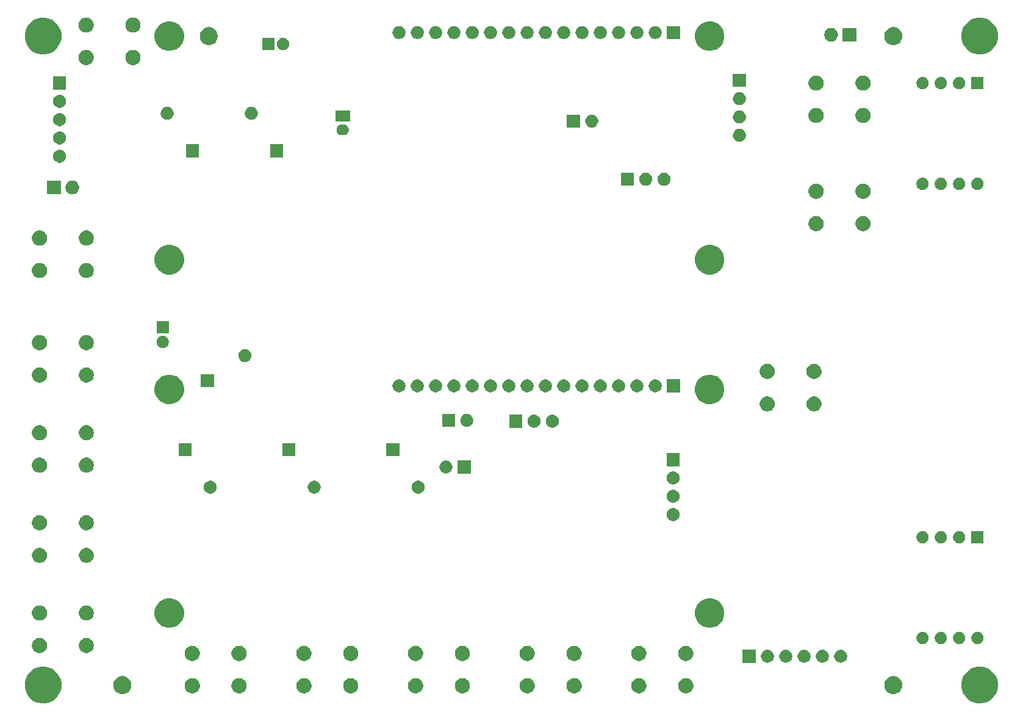
<source format=gbr>
G04 #@! TF.GenerationSoftware,KiCad,Pcbnew,(5.1.5-0-10_14)*
G04 #@! TF.CreationDate,2020-07-08T15:30:13+02:00*
G04 #@! TF.ProjectId,Main_Board_v1_3_smd,4d61696e-5f42-46f6-9172-645f76315f33,rev?*
G04 #@! TF.SameCoordinates,Original*
G04 #@! TF.FileFunction,Soldermask,Bot*
G04 #@! TF.FilePolarity,Negative*
%FSLAX46Y46*%
G04 Gerber Fmt 4.6, Leading zero omitted, Abs format (unit mm)*
G04 Created by KiCad (PCBNEW (5.1.5-0-10_14)) date 2020-07-08 15:30:13*
%MOMM*%
%LPD*%
G04 APERTURE LIST*
%ADD10C,0.100000*%
G04 APERTURE END LIST*
D10*
G36*
X162101952Y-124416416D02*
G01*
X162566204Y-124608715D01*
X162566206Y-124608716D01*
X162984022Y-124887892D01*
X163339345Y-125243215D01*
X163618521Y-125661031D01*
X163618522Y-125661033D01*
X163810821Y-126125285D01*
X163908854Y-126618130D01*
X163908854Y-127120636D01*
X163810821Y-127613481D01*
X163621167Y-128071347D01*
X163618521Y-128077735D01*
X163339345Y-128495551D01*
X162984022Y-128850874D01*
X162566206Y-129130050D01*
X162566205Y-129130051D01*
X162566204Y-129130051D01*
X162101952Y-129322350D01*
X161609107Y-129420383D01*
X161106601Y-129420383D01*
X160613756Y-129322350D01*
X160149504Y-129130051D01*
X160149503Y-129130051D01*
X160149502Y-129130050D01*
X159731686Y-128850874D01*
X159376363Y-128495551D01*
X159097187Y-128077735D01*
X159094541Y-128071347D01*
X158904887Y-127613481D01*
X158806854Y-127120636D01*
X158806854Y-126618130D01*
X158904887Y-126125285D01*
X159097186Y-125661033D01*
X159097187Y-125661031D01*
X159376363Y-125243215D01*
X159731686Y-124887892D01*
X160149502Y-124608716D01*
X160149504Y-124608715D01*
X160613756Y-124416416D01*
X161106601Y-124318383D01*
X161609107Y-124318383D01*
X162101952Y-124416416D01*
G37*
G36*
X32101952Y-124416416D02*
G01*
X32566204Y-124608715D01*
X32566206Y-124608716D01*
X32984022Y-124887892D01*
X33339345Y-125243215D01*
X33618521Y-125661031D01*
X33618522Y-125661033D01*
X33810821Y-126125285D01*
X33908854Y-126618130D01*
X33908854Y-127120636D01*
X33810821Y-127613481D01*
X33621167Y-128071347D01*
X33618521Y-128077735D01*
X33339345Y-128495551D01*
X32984022Y-128850874D01*
X32566206Y-129130050D01*
X32566205Y-129130051D01*
X32566204Y-129130051D01*
X32101952Y-129322350D01*
X31609107Y-129420383D01*
X31106601Y-129420383D01*
X30613756Y-129322350D01*
X30149504Y-129130051D01*
X30149503Y-129130051D01*
X30149502Y-129130050D01*
X29731686Y-128850874D01*
X29376363Y-128495551D01*
X29097187Y-128077735D01*
X29094541Y-128071347D01*
X28904887Y-127613481D01*
X28806854Y-127120636D01*
X28806854Y-126618130D01*
X28904887Y-126125285D01*
X29097186Y-125661033D01*
X29097187Y-125661031D01*
X29376363Y-125243215D01*
X29731686Y-124887892D01*
X30149502Y-124608716D01*
X30149504Y-124608715D01*
X30613756Y-124416416D01*
X31106601Y-124318383D01*
X31609107Y-124318383D01*
X32101952Y-124416416D01*
G37*
G36*
X149722464Y-125667419D02*
G01*
X149949949Y-125761647D01*
X149949951Y-125761648D01*
X150154682Y-125898445D01*
X150328792Y-126072555D01*
X150465590Y-126277288D01*
X150559818Y-126504773D01*
X150607854Y-126746267D01*
X150607854Y-126992499D01*
X150559818Y-127233993D01*
X150465590Y-127461478D01*
X150465589Y-127461480D01*
X150328792Y-127666211D01*
X150154682Y-127840321D01*
X149949951Y-127977118D01*
X149949950Y-127977119D01*
X149949949Y-127977119D01*
X149722464Y-128071347D01*
X149480970Y-128119383D01*
X149234738Y-128119383D01*
X148993244Y-128071347D01*
X148765759Y-127977119D01*
X148765758Y-127977119D01*
X148765757Y-127977118D01*
X148561026Y-127840321D01*
X148386916Y-127666211D01*
X148250119Y-127461480D01*
X148250118Y-127461478D01*
X148155890Y-127233993D01*
X148107854Y-126992499D01*
X148107854Y-126746267D01*
X148155890Y-126504773D01*
X148250118Y-126277288D01*
X148386916Y-126072555D01*
X148561026Y-125898445D01*
X148765757Y-125761648D01*
X148765759Y-125761647D01*
X148993244Y-125667419D01*
X149234738Y-125619383D01*
X149480970Y-125619383D01*
X149722464Y-125667419D01*
G37*
G36*
X42722464Y-125667419D02*
G01*
X42949949Y-125761647D01*
X42949951Y-125761648D01*
X43154682Y-125898445D01*
X43328792Y-126072555D01*
X43465590Y-126277288D01*
X43559818Y-126504773D01*
X43607854Y-126746267D01*
X43607854Y-126992499D01*
X43559818Y-127233993D01*
X43465590Y-127461478D01*
X43465589Y-127461480D01*
X43328792Y-127666211D01*
X43154682Y-127840321D01*
X42949951Y-127977118D01*
X42949950Y-127977119D01*
X42949949Y-127977119D01*
X42722464Y-128071347D01*
X42480970Y-128119383D01*
X42234738Y-128119383D01*
X41993244Y-128071347D01*
X41765759Y-127977119D01*
X41765758Y-127977119D01*
X41765757Y-127977118D01*
X41561026Y-127840321D01*
X41386916Y-127666211D01*
X41250119Y-127461480D01*
X41250118Y-127461478D01*
X41155890Y-127233993D01*
X41107854Y-126992499D01*
X41107854Y-126746267D01*
X41155890Y-126504773D01*
X41250118Y-126277288D01*
X41386916Y-126072555D01*
X41561026Y-125898445D01*
X41765757Y-125761648D01*
X41765759Y-125761647D01*
X41993244Y-125667419D01*
X42234738Y-125619383D01*
X42480970Y-125619383D01*
X42722464Y-125667419D01*
G37*
G36*
X120864418Y-125958772D02*
G01*
X121055687Y-126037998D01*
X121055689Y-126037999D01*
X121186320Y-126125284D01*
X121227827Y-126153018D01*
X121374219Y-126299410D01*
X121489239Y-126471550D01*
X121568465Y-126662819D01*
X121608854Y-126865867D01*
X121608854Y-127072899D01*
X121568465Y-127275947D01*
X121491616Y-127461478D01*
X121489238Y-127467218D01*
X121374219Y-127639356D01*
X121227827Y-127785748D01*
X121055689Y-127900767D01*
X121055688Y-127900768D01*
X121055687Y-127900768D01*
X120864418Y-127979994D01*
X120661370Y-128020383D01*
X120454338Y-128020383D01*
X120251290Y-127979994D01*
X120060021Y-127900768D01*
X120060020Y-127900768D01*
X120060019Y-127900767D01*
X119887881Y-127785748D01*
X119741489Y-127639356D01*
X119626470Y-127467218D01*
X119624092Y-127461478D01*
X119547243Y-127275947D01*
X119506854Y-127072899D01*
X119506854Y-126865867D01*
X119547243Y-126662819D01*
X119626469Y-126471550D01*
X119741489Y-126299410D01*
X119887881Y-126153018D01*
X119929388Y-126125284D01*
X120060019Y-126037999D01*
X120060021Y-126037998D01*
X120251290Y-125958772D01*
X120454338Y-125918383D01*
X120661370Y-125918383D01*
X120864418Y-125958772D01*
G37*
G36*
X114364418Y-125958772D02*
G01*
X114555687Y-126037998D01*
X114555689Y-126037999D01*
X114686320Y-126125284D01*
X114727827Y-126153018D01*
X114874219Y-126299410D01*
X114989239Y-126471550D01*
X115068465Y-126662819D01*
X115108854Y-126865867D01*
X115108854Y-127072899D01*
X115068465Y-127275947D01*
X114991616Y-127461478D01*
X114989238Y-127467218D01*
X114874219Y-127639356D01*
X114727827Y-127785748D01*
X114555689Y-127900767D01*
X114555688Y-127900768D01*
X114555687Y-127900768D01*
X114364418Y-127979994D01*
X114161370Y-128020383D01*
X113954338Y-128020383D01*
X113751290Y-127979994D01*
X113560021Y-127900768D01*
X113560020Y-127900768D01*
X113560019Y-127900767D01*
X113387881Y-127785748D01*
X113241489Y-127639356D01*
X113126470Y-127467218D01*
X113124092Y-127461478D01*
X113047243Y-127275947D01*
X113006854Y-127072899D01*
X113006854Y-126865867D01*
X113047243Y-126662819D01*
X113126469Y-126471550D01*
X113241489Y-126299410D01*
X113387881Y-126153018D01*
X113429388Y-126125284D01*
X113560019Y-126037999D01*
X113560021Y-126037998D01*
X113751290Y-125958772D01*
X113954338Y-125918383D01*
X114161370Y-125918383D01*
X114364418Y-125958772D01*
G37*
G36*
X105364418Y-125958772D02*
G01*
X105555687Y-126037998D01*
X105555689Y-126037999D01*
X105686320Y-126125284D01*
X105727827Y-126153018D01*
X105874219Y-126299410D01*
X105989239Y-126471550D01*
X106068465Y-126662819D01*
X106108854Y-126865867D01*
X106108854Y-127072899D01*
X106068465Y-127275947D01*
X105991616Y-127461478D01*
X105989238Y-127467218D01*
X105874219Y-127639356D01*
X105727827Y-127785748D01*
X105555689Y-127900767D01*
X105555688Y-127900768D01*
X105555687Y-127900768D01*
X105364418Y-127979994D01*
X105161370Y-128020383D01*
X104954338Y-128020383D01*
X104751290Y-127979994D01*
X104560021Y-127900768D01*
X104560020Y-127900768D01*
X104560019Y-127900767D01*
X104387881Y-127785748D01*
X104241489Y-127639356D01*
X104126470Y-127467218D01*
X104124092Y-127461478D01*
X104047243Y-127275947D01*
X104006854Y-127072899D01*
X104006854Y-126865867D01*
X104047243Y-126662819D01*
X104126469Y-126471550D01*
X104241489Y-126299410D01*
X104387881Y-126153018D01*
X104429388Y-126125284D01*
X104560019Y-126037999D01*
X104560021Y-126037998D01*
X104751290Y-125958772D01*
X104954338Y-125918383D01*
X105161370Y-125918383D01*
X105364418Y-125958772D01*
G37*
G36*
X98864418Y-125958772D02*
G01*
X99055687Y-126037998D01*
X99055689Y-126037999D01*
X99186320Y-126125284D01*
X99227827Y-126153018D01*
X99374219Y-126299410D01*
X99489239Y-126471550D01*
X99568465Y-126662819D01*
X99608854Y-126865867D01*
X99608854Y-127072899D01*
X99568465Y-127275947D01*
X99491616Y-127461478D01*
X99489238Y-127467218D01*
X99374219Y-127639356D01*
X99227827Y-127785748D01*
X99055689Y-127900767D01*
X99055688Y-127900768D01*
X99055687Y-127900768D01*
X98864418Y-127979994D01*
X98661370Y-128020383D01*
X98454338Y-128020383D01*
X98251290Y-127979994D01*
X98060021Y-127900768D01*
X98060020Y-127900768D01*
X98060019Y-127900767D01*
X97887881Y-127785748D01*
X97741489Y-127639356D01*
X97626470Y-127467218D01*
X97624092Y-127461478D01*
X97547243Y-127275947D01*
X97506854Y-127072899D01*
X97506854Y-126865867D01*
X97547243Y-126662819D01*
X97626469Y-126471550D01*
X97741489Y-126299410D01*
X97887881Y-126153018D01*
X97929388Y-126125284D01*
X98060019Y-126037999D01*
X98060021Y-126037998D01*
X98251290Y-125958772D01*
X98454338Y-125918383D01*
X98661370Y-125918383D01*
X98864418Y-125958772D01*
G37*
G36*
X89864418Y-125958772D02*
G01*
X90055687Y-126037998D01*
X90055689Y-126037999D01*
X90186320Y-126125284D01*
X90227827Y-126153018D01*
X90374219Y-126299410D01*
X90489239Y-126471550D01*
X90568465Y-126662819D01*
X90608854Y-126865867D01*
X90608854Y-127072899D01*
X90568465Y-127275947D01*
X90491616Y-127461478D01*
X90489238Y-127467218D01*
X90374219Y-127639356D01*
X90227827Y-127785748D01*
X90055689Y-127900767D01*
X90055688Y-127900768D01*
X90055687Y-127900768D01*
X89864418Y-127979994D01*
X89661370Y-128020383D01*
X89454338Y-128020383D01*
X89251290Y-127979994D01*
X89060021Y-127900768D01*
X89060020Y-127900768D01*
X89060019Y-127900767D01*
X88887881Y-127785748D01*
X88741489Y-127639356D01*
X88626470Y-127467218D01*
X88624092Y-127461478D01*
X88547243Y-127275947D01*
X88506854Y-127072899D01*
X88506854Y-126865867D01*
X88547243Y-126662819D01*
X88626469Y-126471550D01*
X88741489Y-126299410D01*
X88887881Y-126153018D01*
X88929388Y-126125284D01*
X89060019Y-126037999D01*
X89060021Y-126037998D01*
X89251290Y-125958772D01*
X89454338Y-125918383D01*
X89661370Y-125918383D01*
X89864418Y-125958772D01*
G37*
G36*
X83364418Y-125958772D02*
G01*
X83555687Y-126037998D01*
X83555689Y-126037999D01*
X83686320Y-126125284D01*
X83727827Y-126153018D01*
X83874219Y-126299410D01*
X83989239Y-126471550D01*
X84068465Y-126662819D01*
X84108854Y-126865867D01*
X84108854Y-127072899D01*
X84068465Y-127275947D01*
X83991616Y-127461478D01*
X83989238Y-127467218D01*
X83874219Y-127639356D01*
X83727827Y-127785748D01*
X83555689Y-127900767D01*
X83555688Y-127900768D01*
X83555687Y-127900768D01*
X83364418Y-127979994D01*
X83161370Y-128020383D01*
X82954338Y-128020383D01*
X82751290Y-127979994D01*
X82560021Y-127900768D01*
X82560020Y-127900768D01*
X82560019Y-127900767D01*
X82387881Y-127785748D01*
X82241489Y-127639356D01*
X82126470Y-127467218D01*
X82124092Y-127461478D01*
X82047243Y-127275947D01*
X82006854Y-127072899D01*
X82006854Y-126865867D01*
X82047243Y-126662819D01*
X82126469Y-126471550D01*
X82241489Y-126299410D01*
X82387881Y-126153018D01*
X82429388Y-126125284D01*
X82560019Y-126037999D01*
X82560021Y-126037998D01*
X82751290Y-125958772D01*
X82954338Y-125918383D01*
X83161370Y-125918383D01*
X83364418Y-125958772D01*
G37*
G36*
X74364418Y-125958772D02*
G01*
X74555687Y-126037998D01*
X74555689Y-126037999D01*
X74686320Y-126125284D01*
X74727827Y-126153018D01*
X74874219Y-126299410D01*
X74989239Y-126471550D01*
X75068465Y-126662819D01*
X75108854Y-126865867D01*
X75108854Y-127072899D01*
X75068465Y-127275947D01*
X74991616Y-127461478D01*
X74989238Y-127467218D01*
X74874219Y-127639356D01*
X74727827Y-127785748D01*
X74555689Y-127900767D01*
X74555688Y-127900768D01*
X74555687Y-127900768D01*
X74364418Y-127979994D01*
X74161370Y-128020383D01*
X73954338Y-128020383D01*
X73751290Y-127979994D01*
X73560021Y-127900768D01*
X73560020Y-127900768D01*
X73560019Y-127900767D01*
X73387881Y-127785748D01*
X73241489Y-127639356D01*
X73126470Y-127467218D01*
X73124092Y-127461478D01*
X73047243Y-127275947D01*
X73006854Y-127072899D01*
X73006854Y-126865867D01*
X73047243Y-126662819D01*
X73126469Y-126471550D01*
X73241489Y-126299410D01*
X73387881Y-126153018D01*
X73429388Y-126125284D01*
X73560019Y-126037999D01*
X73560021Y-126037998D01*
X73751290Y-125958772D01*
X73954338Y-125918383D01*
X74161370Y-125918383D01*
X74364418Y-125958772D01*
G37*
G36*
X67864418Y-125958772D02*
G01*
X68055687Y-126037998D01*
X68055689Y-126037999D01*
X68186320Y-126125284D01*
X68227827Y-126153018D01*
X68374219Y-126299410D01*
X68489239Y-126471550D01*
X68568465Y-126662819D01*
X68608854Y-126865867D01*
X68608854Y-127072899D01*
X68568465Y-127275947D01*
X68491616Y-127461478D01*
X68489238Y-127467218D01*
X68374219Y-127639356D01*
X68227827Y-127785748D01*
X68055689Y-127900767D01*
X68055688Y-127900768D01*
X68055687Y-127900768D01*
X67864418Y-127979994D01*
X67661370Y-128020383D01*
X67454338Y-128020383D01*
X67251290Y-127979994D01*
X67060021Y-127900768D01*
X67060020Y-127900768D01*
X67060019Y-127900767D01*
X66887881Y-127785748D01*
X66741489Y-127639356D01*
X66626470Y-127467218D01*
X66624092Y-127461478D01*
X66547243Y-127275947D01*
X66506854Y-127072899D01*
X66506854Y-126865867D01*
X66547243Y-126662819D01*
X66626469Y-126471550D01*
X66741489Y-126299410D01*
X66887881Y-126153018D01*
X66929388Y-126125284D01*
X67060019Y-126037999D01*
X67060021Y-126037998D01*
X67251290Y-125958772D01*
X67454338Y-125918383D01*
X67661370Y-125918383D01*
X67864418Y-125958772D01*
G37*
G36*
X58864418Y-125958772D02*
G01*
X59055687Y-126037998D01*
X59055689Y-126037999D01*
X59186320Y-126125284D01*
X59227827Y-126153018D01*
X59374219Y-126299410D01*
X59489239Y-126471550D01*
X59568465Y-126662819D01*
X59608854Y-126865867D01*
X59608854Y-127072899D01*
X59568465Y-127275947D01*
X59491616Y-127461478D01*
X59489238Y-127467218D01*
X59374219Y-127639356D01*
X59227827Y-127785748D01*
X59055689Y-127900767D01*
X59055688Y-127900768D01*
X59055687Y-127900768D01*
X58864418Y-127979994D01*
X58661370Y-128020383D01*
X58454338Y-128020383D01*
X58251290Y-127979994D01*
X58060021Y-127900768D01*
X58060020Y-127900768D01*
X58060019Y-127900767D01*
X57887881Y-127785748D01*
X57741489Y-127639356D01*
X57626470Y-127467218D01*
X57624092Y-127461478D01*
X57547243Y-127275947D01*
X57506854Y-127072899D01*
X57506854Y-126865867D01*
X57547243Y-126662819D01*
X57626469Y-126471550D01*
X57741489Y-126299410D01*
X57887881Y-126153018D01*
X57929388Y-126125284D01*
X58060019Y-126037999D01*
X58060021Y-126037998D01*
X58251290Y-125958772D01*
X58454338Y-125918383D01*
X58661370Y-125918383D01*
X58864418Y-125958772D01*
G37*
G36*
X52364418Y-125958772D02*
G01*
X52555687Y-126037998D01*
X52555689Y-126037999D01*
X52686320Y-126125284D01*
X52727827Y-126153018D01*
X52874219Y-126299410D01*
X52989239Y-126471550D01*
X53068465Y-126662819D01*
X53108854Y-126865867D01*
X53108854Y-127072899D01*
X53068465Y-127275947D01*
X52991616Y-127461478D01*
X52989238Y-127467218D01*
X52874219Y-127639356D01*
X52727827Y-127785748D01*
X52555689Y-127900767D01*
X52555688Y-127900768D01*
X52555687Y-127900768D01*
X52364418Y-127979994D01*
X52161370Y-128020383D01*
X51954338Y-128020383D01*
X51751290Y-127979994D01*
X51560021Y-127900768D01*
X51560020Y-127900768D01*
X51560019Y-127900767D01*
X51387881Y-127785748D01*
X51241489Y-127639356D01*
X51126470Y-127467218D01*
X51124092Y-127461478D01*
X51047243Y-127275947D01*
X51006854Y-127072899D01*
X51006854Y-126865867D01*
X51047243Y-126662819D01*
X51126469Y-126471550D01*
X51241489Y-126299410D01*
X51387881Y-126153018D01*
X51429388Y-126125284D01*
X51560019Y-126037999D01*
X51560021Y-126037998D01*
X51751290Y-125958772D01*
X51954338Y-125918383D01*
X52161370Y-125918383D01*
X52364418Y-125958772D01*
G37*
G36*
X134542507Y-121971548D02*
G01*
X134700666Y-122003007D01*
X134864638Y-122070927D01*
X135012208Y-122169530D01*
X135137707Y-122295029D01*
X135236310Y-122442599D01*
X135304230Y-122606571D01*
X135338854Y-122780642D01*
X135338854Y-122958124D01*
X135304230Y-123132195D01*
X135236310Y-123296167D01*
X135137707Y-123443737D01*
X135012208Y-123569236D01*
X134864638Y-123667839D01*
X134700666Y-123735759D01*
X134551366Y-123765456D01*
X134526596Y-123770383D01*
X134349112Y-123770383D01*
X134324342Y-123765456D01*
X134175042Y-123735759D01*
X134011070Y-123667839D01*
X133863500Y-123569236D01*
X133738001Y-123443737D01*
X133639398Y-123296167D01*
X133571478Y-123132195D01*
X133536854Y-122958124D01*
X133536854Y-122780642D01*
X133571478Y-122606571D01*
X133639398Y-122442599D01*
X133738001Y-122295029D01*
X133863500Y-122169530D01*
X134011070Y-122070927D01*
X134175042Y-122003007D01*
X134333201Y-121971548D01*
X134349112Y-121968383D01*
X134526596Y-121968383D01*
X134542507Y-121971548D01*
G37*
G36*
X142162507Y-121971548D02*
G01*
X142320666Y-122003007D01*
X142484638Y-122070927D01*
X142632208Y-122169530D01*
X142757707Y-122295029D01*
X142856310Y-122442599D01*
X142924230Y-122606571D01*
X142958854Y-122780642D01*
X142958854Y-122958124D01*
X142924230Y-123132195D01*
X142856310Y-123296167D01*
X142757707Y-123443737D01*
X142632208Y-123569236D01*
X142484638Y-123667839D01*
X142320666Y-123735759D01*
X142171366Y-123765456D01*
X142146596Y-123770383D01*
X141969112Y-123770383D01*
X141944342Y-123765456D01*
X141795042Y-123735759D01*
X141631070Y-123667839D01*
X141483500Y-123569236D01*
X141358001Y-123443737D01*
X141259398Y-123296167D01*
X141191478Y-123132195D01*
X141156854Y-122958124D01*
X141156854Y-122780642D01*
X141191478Y-122606571D01*
X141259398Y-122442599D01*
X141358001Y-122295029D01*
X141483500Y-122169530D01*
X141631070Y-122070927D01*
X141795042Y-122003007D01*
X141953201Y-121971548D01*
X141969112Y-121968383D01*
X142146596Y-121968383D01*
X142162507Y-121971548D01*
G37*
G36*
X130258854Y-123770383D02*
G01*
X128456854Y-123770383D01*
X128456854Y-121968383D01*
X130258854Y-121968383D01*
X130258854Y-123770383D01*
G37*
G36*
X132002507Y-121971548D02*
G01*
X132160666Y-122003007D01*
X132324638Y-122070927D01*
X132472208Y-122169530D01*
X132597707Y-122295029D01*
X132696310Y-122442599D01*
X132764230Y-122606571D01*
X132798854Y-122780642D01*
X132798854Y-122958124D01*
X132764230Y-123132195D01*
X132696310Y-123296167D01*
X132597707Y-123443737D01*
X132472208Y-123569236D01*
X132324638Y-123667839D01*
X132160666Y-123735759D01*
X132011366Y-123765456D01*
X131986596Y-123770383D01*
X131809112Y-123770383D01*
X131784342Y-123765456D01*
X131635042Y-123735759D01*
X131471070Y-123667839D01*
X131323500Y-123569236D01*
X131198001Y-123443737D01*
X131099398Y-123296167D01*
X131031478Y-123132195D01*
X130996854Y-122958124D01*
X130996854Y-122780642D01*
X131031478Y-122606571D01*
X131099398Y-122442599D01*
X131198001Y-122295029D01*
X131323500Y-122169530D01*
X131471070Y-122070927D01*
X131635042Y-122003007D01*
X131793201Y-121971548D01*
X131809112Y-121968383D01*
X131986596Y-121968383D01*
X132002507Y-121971548D01*
G37*
G36*
X139622507Y-121971548D02*
G01*
X139780666Y-122003007D01*
X139944638Y-122070927D01*
X140092208Y-122169530D01*
X140217707Y-122295029D01*
X140316310Y-122442599D01*
X140384230Y-122606571D01*
X140418854Y-122780642D01*
X140418854Y-122958124D01*
X140384230Y-123132195D01*
X140316310Y-123296167D01*
X140217707Y-123443737D01*
X140092208Y-123569236D01*
X139944638Y-123667839D01*
X139780666Y-123735759D01*
X139631366Y-123765456D01*
X139606596Y-123770383D01*
X139429112Y-123770383D01*
X139404342Y-123765456D01*
X139255042Y-123735759D01*
X139091070Y-123667839D01*
X138943500Y-123569236D01*
X138818001Y-123443737D01*
X138719398Y-123296167D01*
X138651478Y-123132195D01*
X138616854Y-122958124D01*
X138616854Y-122780642D01*
X138651478Y-122606571D01*
X138719398Y-122442599D01*
X138818001Y-122295029D01*
X138943500Y-122169530D01*
X139091070Y-122070927D01*
X139255042Y-122003007D01*
X139413201Y-121971548D01*
X139429112Y-121968383D01*
X139606596Y-121968383D01*
X139622507Y-121971548D01*
G37*
G36*
X137082507Y-121971548D02*
G01*
X137240666Y-122003007D01*
X137404638Y-122070927D01*
X137552208Y-122169530D01*
X137677707Y-122295029D01*
X137776310Y-122442599D01*
X137844230Y-122606571D01*
X137878854Y-122780642D01*
X137878854Y-122958124D01*
X137844230Y-123132195D01*
X137776310Y-123296167D01*
X137677707Y-123443737D01*
X137552208Y-123569236D01*
X137404638Y-123667839D01*
X137240666Y-123735759D01*
X137091366Y-123765456D01*
X137066596Y-123770383D01*
X136889112Y-123770383D01*
X136864342Y-123765456D01*
X136715042Y-123735759D01*
X136551070Y-123667839D01*
X136403500Y-123569236D01*
X136278001Y-123443737D01*
X136179398Y-123296167D01*
X136111478Y-123132195D01*
X136076854Y-122958124D01*
X136076854Y-122780642D01*
X136111478Y-122606571D01*
X136179398Y-122442599D01*
X136278001Y-122295029D01*
X136403500Y-122169530D01*
X136551070Y-122070927D01*
X136715042Y-122003007D01*
X136873201Y-121971548D01*
X136889112Y-121968383D01*
X137066596Y-121968383D01*
X137082507Y-121971548D01*
G37*
G36*
X120864418Y-121458772D02*
G01*
X121055687Y-121537998D01*
X121055689Y-121537999D01*
X121227827Y-121653018D01*
X121374219Y-121799410D01*
X121419526Y-121867216D01*
X121489239Y-121971550D01*
X121568465Y-122162819D01*
X121608854Y-122365867D01*
X121608854Y-122572899D01*
X121568465Y-122775947D01*
X121489239Y-122967216D01*
X121489238Y-122967218D01*
X121374219Y-123139356D01*
X121227827Y-123285748D01*
X121055689Y-123400767D01*
X121055688Y-123400768D01*
X121055687Y-123400768D01*
X120864418Y-123479994D01*
X120661370Y-123520383D01*
X120454338Y-123520383D01*
X120251290Y-123479994D01*
X120060021Y-123400768D01*
X120060020Y-123400768D01*
X120060019Y-123400767D01*
X119887881Y-123285748D01*
X119741489Y-123139356D01*
X119626470Y-122967218D01*
X119626469Y-122967216D01*
X119547243Y-122775947D01*
X119506854Y-122572899D01*
X119506854Y-122365867D01*
X119547243Y-122162819D01*
X119626469Y-121971550D01*
X119696183Y-121867216D01*
X119741489Y-121799410D01*
X119887881Y-121653018D01*
X120060019Y-121537999D01*
X120060021Y-121537998D01*
X120251290Y-121458772D01*
X120454338Y-121418383D01*
X120661370Y-121418383D01*
X120864418Y-121458772D01*
G37*
G36*
X74364418Y-121458772D02*
G01*
X74555687Y-121537998D01*
X74555689Y-121537999D01*
X74727827Y-121653018D01*
X74874219Y-121799410D01*
X74919526Y-121867216D01*
X74989239Y-121971550D01*
X75068465Y-122162819D01*
X75108854Y-122365867D01*
X75108854Y-122572899D01*
X75068465Y-122775947D01*
X74989239Y-122967216D01*
X74989238Y-122967218D01*
X74874219Y-123139356D01*
X74727827Y-123285748D01*
X74555689Y-123400767D01*
X74555688Y-123400768D01*
X74555687Y-123400768D01*
X74364418Y-123479994D01*
X74161370Y-123520383D01*
X73954338Y-123520383D01*
X73751290Y-123479994D01*
X73560021Y-123400768D01*
X73560020Y-123400768D01*
X73560019Y-123400767D01*
X73387881Y-123285748D01*
X73241489Y-123139356D01*
X73126470Y-122967218D01*
X73126469Y-122967216D01*
X73047243Y-122775947D01*
X73006854Y-122572899D01*
X73006854Y-122365867D01*
X73047243Y-122162819D01*
X73126469Y-121971550D01*
X73196183Y-121867216D01*
X73241489Y-121799410D01*
X73387881Y-121653018D01*
X73560019Y-121537999D01*
X73560021Y-121537998D01*
X73751290Y-121458772D01*
X73954338Y-121418383D01*
X74161370Y-121418383D01*
X74364418Y-121458772D01*
G37*
G36*
X114364418Y-121458772D02*
G01*
X114555687Y-121537998D01*
X114555689Y-121537999D01*
X114727827Y-121653018D01*
X114874219Y-121799410D01*
X114919526Y-121867216D01*
X114989239Y-121971550D01*
X115068465Y-122162819D01*
X115108854Y-122365867D01*
X115108854Y-122572899D01*
X115068465Y-122775947D01*
X114989239Y-122967216D01*
X114989238Y-122967218D01*
X114874219Y-123139356D01*
X114727827Y-123285748D01*
X114555689Y-123400767D01*
X114555688Y-123400768D01*
X114555687Y-123400768D01*
X114364418Y-123479994D01*
X114161370Y-123520383D01*
X113954338Y-123520383D01*
X113751290Y-123479994D01*
X113560021Y-123400768D01*
X113560020Y-123400768D01*
X113560019Y-123400767D01*
X113387881Y-123285748D01*
X113241489Y-123139356D01*
X113126470Y-122967218D01*
X113126469Y-122967216D01*
X113047243Y-122775947D01*
X113006854Y-122572899D01*
X113006854Y-122365867D01*
X113047243Y-122162819D01*
X113126469Y-121971550D01*
X113196183Y-121867216D01*
X113241489Y-121799410D01*
X113387881Y-121653018D01*
X113560019Y-121537999D01*
X113560021Y-121537998D01*
X113751290Y-121458772D01*
X113954338Y-121418383D01*
X114161370Y-121418383D01*
X114364418Y-121458772D01*
G37*
G36*
X83364418Y-121458772D02*
G01*
X83555687Y-121537998D01*
X83555689Y-121537999D01*
X83727827Y-121653018D01*
X83874219Y-121799410D01*
X83919526Y-121867216D01*
X83989239Y-121971550D01*
X84068465Y-122162819D01*
X84108854Y-122365867D01*
X84108854Y-122572899D01*
X84068465Y-122775947D01*
X83989239Y-122967216D01*
X83989238Y-122967218D01*
X83874219Y-123139356D01*
X83727827Y-123285748D01*
X83555689Y-123400767D01*
X83555688Y-123400768D01*
X83555687Y-123400768D01*
X83364418Y-123479994D01*
X83161370Y-123520383D01*
X82954338Y-123520383D01*
X82751290Y-123479994D01*
X82560021Y-123400768D01*
X82560020Y-123400768D01*
X82560019Y-123400767D01*
X82387881Y-123285748D01*
X82241489Y-123139356D01*
X82126470Y-122967218D01*
X82126469Y-122967216D01*
X82047243Y-122775947D01*
X82006854Y-122572899D01*
X82006854Y-122365867D01*
X82047243Y-122162819D01*
X82126469Y-121971550D01*
X82196183Y-121867216D01*
X82241489Y-121799410D01*
X82387881Y-121653018D01*
X82560019Y-121537999D01*
X82560021Y-121537998D01*
X82751290Y-121458772D01*
X82954338Y-121418383D01*
X83161370Y-121418383D01*
X83364418Y-121458772D01*
G37*
G36*
X89864418Y-121458772D02*
G01*
X90055687Y-121537998D01*
X90055689Y-121537999D01*
X90227827Y-121653018D01*
X90374219Y-121799410D01*
X90419526Y-121867216D01*
X90489239Y-121971550D01*
X90568465Y-122162819D01*
X90608854Y-122365867D01*
X90608854Y-122572899D01*
X90568465Y-122775947D01*
X90489239Y-122967216D01*
X90489238Y-122967218D01*
X90374219Y-123139356D01*
X90227827Y-123285748D01*
X90055689Y-123400767D01*
X90055688Y-123400768D01*
X90055687Y-123400768D01*
X89864418Y-123479994D01*
X89661370Y-123520383D01*
X89454338Y-123520383D01*
X89251290Y-123479994D01*
X89060021Y-123400768D01*
X89060020Y-123400768D01*
X89060019Y-123400767D01*
X88887881Y-123285748D01*
X88741489Y-123139356D01*
X88626470Y-122967218D01*
X88626469Y-122967216D01*
X88547243Y-122775947D01*
X88506854Y-122572899D01*
X88506854Y-122365867D01*
X88547243Y-122162819D01*
X88626469Y-121971550D01*
X88696183Y-121867216D01*
X88741489Y-121799410D01*
X88887881Y-121653018D01*
X89060019Y-121537999D01*
X89060021Y-121537998D01*
X89251290Y-121458772D01*
X89454338Y-121418383D01*
X89661370Y-121418383D01*
X89864418Y-121458772D01*
G37*
G36*
X98864418Y-121458772D02*
G01*
X99055687Y-121537998D01*
X99055689Y-121537999D01*
X99227827Y-121653018D01*
X99374219Y-121799410D01*
X99419526Y-121867216D01*
X99489239Y-121971550D01*
X99568465Y-122162819D01*
X99608854Y-122365867D01*
X99608854Y-122572899D01*
X99568465Y-122775947D01*
X99489239Y-122967216D01*
X99489238Y-122967218D01*
X99374219Y-123139356D01*
X99227827Y-123285748D01*
X99055689Y-123400767D01*
X99055688Y-123400768D01*
X99055687Y-123400768D01*
X98864418Y-123479994D01*
X98661370Y-123520383D01*
X98454338Y-123520383D01*
X98251290Y-123479994D01*
X98060021Y-123400768D01*
X98060020Y-123400768D01*
X98060019Y-123400767D01*
X97887881Y-123285748D01*
X97741489Y-123139356D01*
X97626470Y-122967218D01*
X97626469Y-122967216D01*
X97547243Y-122775947D01*
X97506854Y-122572899D01*
X97506854Y-122365867D01*
X97547243Y-122162819D01*
X97626469Y-121971550D01*
X97696183Y-121867216D01*
X97741489Y-121799410D01*
X97887881Y-121653018D01*
X98060019Y-121537999D01*
X98060021Y-121537998D01*
X98251290Y-121458772D01*
X98454338Y-121418383D01*
X98661370Y-121418383D01*
X98864418Y-121458772D01*
G37*
G36*
X58864418Y-121458772D02*
G01*
X59055687Y-121537998D01*
X59055689Y-121537999D01*
X59227827Y-121653018D01*
X59374219Y-121799410D01*
X59419526Y-121867216D01*
X59489239Y-121971550D01*
X59568465Y-122162819D01*
X59608854Y-122365867D01*
X59608854Y-122572899D01*
X59568465Y-122775947D01*
X59489239Y-122967216D01*
X59489238Y-122967218D01*
X59374219Y-123139356D01*
X59227827Y-123285748D01*
X59055689Y-123400767D01*
X59055688Y-123400768D01*
X59055687Y-123400768D01*
X58864418Y-123479994D01*
X58661370Y-123520383D01*
X58454338Y-123520383D01*
X58251290Y-123479994D01*
X58060021Y-123400768D01*
X58060020Y-123400768D01*
X58060019Y-123400767D01*
X57887881Y-123285748D01*
X57741489Y-123139356D01*
X57626470Y-122967218D01*
X57626469Y-122967216D01*
X57547243Y-122775947D01*
X57506854Y-122572899D01*
X57506854Y-122365867D01*
X57547243Y-122162819D01*
X57626469Y-121971550D01*
X57696183Y-121867216D01*
X57741489Y-121799410D01*
X57887881Y-121653018D01*
X58060019Y-121537999D01*
X58060021Y-121537998D01*
X58251290Y-121458772D01*
X58454338Y-121418383D01*
X58661370Y-121418383D01*
X58864418Y-121458772D01*
G37*
G36*
X105364418Y-121458772D02*
G01*
X105555687Y-121537998D01*
X105555689Y-121537999D01*
X105727827Y-121653018D01*
X105874219Y-121799410D01*
X105919526Y-121867216D01*
X105989239Y-121971550D01*
X106068465Y-122162819D01*
X106108854Y-122365867D01*
X106108854Y-122572899D01*
X106068465Y-122775947D01*
X105989239Y-122967216D01*
X105989238Y-122967218D01*
X105874219Y-123139356D01*
X105727827Y-123285748D01*
X105555689Y-123400767D01*
X105555688Y-123400768D01*
X105555687Y-123400768D01*
X105364418Y-123479994D01*
X105161370Y-123520383D01*
X104954338Y-123520383D01*
X104751290Y-123479994D01*
X104560021Y-123400768D01*
X104560020Y-123400768D01*
X104560019Y-123400767D01*
X104387881Y-123285748D01*
X104241489Y-123139356D01*
X104126470Y-122967218D01*
X104126469Y-122967216D01*
X104047243Y-122775947D01*
X104006854Y-122572899D01*
X104006854Y-122365867D01*
X104047243Y-122162819D01*
X104126469Y-121971550D01*
X104196183Y-121867216D01*
X104241489Y-121799410D01*
X104387881Y-121653018D01*
X104560019Y-121537999D01*
X104560021Y-121537998D01*
X104751290Y-121458772D01*
X104954338Y-121418383D01*
X105161370Y-121418383D01*
X105364418Y-121458772D01*
G37*
G36*
X52364418Y-121458772D02*
G01*
X52555687Y-121537998D01*
X52555689Y-121537999D01*
X52727827Y-121653018D01*
X52874219Y-121799410D01*
X52919526Y-121867216D01*
X52989239Y-121971550D01*
X53068465Y-122162819D01*
X53108854Y-122365867D01*
X53108854Y-122572899D01*
X53068465Y-122775947D01*
X52989239Y-122967216D01*
X52989238Y-122967218D01*
X52874219Y-123139356D01*
X52727827Y-123285748D01*
X52555689Y-123400767D01*
X52555688Y-123400768D01*
X52555687Y-123400768D01*
X52364418Y-123479994D01*
X52161370Y-123520383D01*
X51954338Y-123520383D01*
X51751290Y-123479994D01*
X51560021Y-123400768D01*
X51560020Y-123400768D01*
X51560019Y-123400767D01*
X51387881Y-123285748D01*
X51241489Y-123139356D01*
X51126470Y-122967218D01*
X51126469Y-122967216D01*
X51047243Y-122775947D01*
X51006854Y-122572899D01*
X51006854Y-122365867D01*
X51047243Y-122162819D01*
X51126469Y-121971550D01*
X51196183Y-121867216D01*
X51241489Y-121799410D01*
X51387881Y-121653018D01*
X51560019Y-121537999D01*
X51560021Y-121537998D01*
X51751290Y-121458772D01*
X51954338Y-121418383D01*
X52161370Y-121418383D01*
X52364418Y-121458772D01*
G37*
G36*
X67864418Y-121458772D02*
G01*
X68055687Y-121537998D01*
X68055689Y-121537999D01*
X68227827Y-121653018D01*
X68374219Y-121799410D01*
X68419526Y-121867216D01*
X68489239Y-121971550D01*
X68568465Y-122162819D01*
X68608854Y-122365867D01*
X68608854Y-122572899D01*
X68568465Y-122775947D01*
X68489239Y-122967216D01*
X68489238Y-122967218D01*
X68374219Y-123139356D01*
X68227827Y-123285748D01*
X68055689Y-123400767D01*
X68055688Y-123400768D01*
X68055687Y-123400768D01*
X67864418Y-123479994D01*
X67661370Y-123520383D01*
X67454338Y-123520383D01*
X67251290Y-123479994D01*
X67060021Y-123400768D01*
X67060020Y-123400768D01*
X67060019Y-123400767D01*
X66887881Y-123285748D01*
X66741489Y-123139356D01*
X66626470Y-122967218D01*
X66626469Y-122967216D01*
X66547243Y-122775947D01*
X66506854Y-122572899D01*
X66506854Y-122365867D01*
X66547243Y-122162819D01*
X66626469Y-121971550D01*
X66696183Y-121867216D01*
X66741489Y-121799410D01*
X66887881Y-121653018D01*
X67060019Y-121537999D01*
X67060021Y-121537998D01*
X67251290Y-121458772D01*
X67454338Y-121418383D01*
X67661370Y-121418383D01*
X67864418Y-121458772D01*
G37*
G36*
X31164418Y-120358772D02*
G01*
X31355687Y-120437998D01*
X31355689Y-120437999D01*
X31527827Y-120553018D01*
X31674219Y-120699410D01*
X31789239Y-120871550D01*
X31868465Y-121062819D01*
X31908854Y-121265867D01*
X31908854Y-121472899D01*
X31868465Y-121675947D01*
X31817325Y-121799410D01*
X31789238Y-121867218D01*
X31674219Y-122039356D01*
X31527827Y-122185748D01*
X31355689Y-122300767D01*
X31355688Y-122300768D01*
X31355687Y-122300768D01*
X31164418Y-122379994D01*
X30961370Y-122420383D01*
X30754338Y-122420383D01*
X30551290Y-122379994D01*
X30360021Y-122300768D01*
X30360020Y-122300768D01*
X30360019Y-122300767D01*
X30187881Y-122185748D01*
X30041489Y-122039356D01*
X29926470Y-121867218D01*
X29898383Y-121799410D01*
X29847243Y-121675947D01*
X29806854Y-121472899D01*
X29806854Y-121265867D01*
X29847243Y-121062819D01*
X29926469Y-120871550D01*
X30041489Y-120699410D01*
X30187881Y-120553018D01*
X30360019Y-120437999D01*
X30360021Y-120437998D01*
X30551290Y-120358772D01*
X30754338Y-120318383D01*
X30961370Y-120318383D01*
X31164418Y-120358772D01*
G37*
G36*
X37664418Y-120358772D02*
G01*
X37855687Y-120437998D01*
X37855689Y-120437999D01*
X38027827Y-120553018D01*
X38174219Y-120699410D01*
X38289239Y-120871550D01*
X38368465Y-121062819D01*
X38408854Y-121265867D01*
X38408854Y-121472899D01*
X38368465Y-121675947D01*
X38317325Y-121799410D01*
X38289238Y-121867218D01*
X38174219Y-122039356D01*
X38027827Y-122185748D01*
X37855689Y-122300767D01*
X37855688Y-122300768D01*
X37855687Y-122300768D01*
X37664418Y-122379994D01*
X37461370Y-122420383D01*
X37254338Y-122420383D01*
X37051290Y-122379994D01*
X36860021Y-122300768D01*
X36860020Y-122300768D01*
X36860019Y-122300767D01*
X36687881Y-122185748D01*
X36541489Y-122039356D01*
X36426470Y-121867218D01*
X36398383Y-121799410D01*
X36347243Y-121675947D01*
X36306854Y-121472899D01*
X36306854Y-121265867D01*
X36347243Y-121062819D01*
X36426469Y-120871550D01*
X36541489Y-120699410D01*
X36687881Y-120553018D01*
X36860019Y-120437999D01*
X36860021Y-120437998D01*
X37051290Y-120358772D01*
X37254338Y-120318383D01*
X37461370Y-120318383D01*
X37664418Y-120358772D01*
G37*
G36*
X156208822Y-119521086D02*
G01*
X156363694Y-119585236D01*
X156503075Y-119678368D01*
X156621609Y-119796902D01*
X156714741Y-119936283D01*
X156778891Y-120091155D01*
X156811594Y-120255567D01*
X156811594Y-120423199D01*
X156778891Y-120587611D01*
X156714741Y-120742483D01*
X156621609Y-120881864D01*
X156503075Y-121000398D01*
X156363694Y-121093530D01*
X156208822Y-121157680D01*
X156044410Y-121190383D01*
X155876778Y-121190383D01*
X155712366Y-121157680D01*
X155557494Y-121093530D01*
X155418113Y-121000398D01*
X155299579Y-120881864D01*
X155206447Y-120742483D01*
X155142297Y-120587611D01*
X155109594Y-120423199D01*
X155109594Y-120255567D01*
X155142297Y-120091155D01*
X155206447Y-119936283D01*
X155299579Y-119796902D01*
X155418113Y-119678368D01*
X155557494Y-119585236D01*
X155712366Y-119521086D01*
X155876778Y-119488383D01*
X156044410Y-119488383D01*
X156208822Y-119521086D01*
G37*
G36*
X153668822Y-119521086D02*
G01*
X153823694Y-119585236D01*
X153963075Y-119678368D01*
X154081609Y-119796902D01*
X154174741Y-119936283D01*
X154238891Y-120091155D01*
X154271594Y-120255567D01*
X154271594Y-120423199D01*
X154238891Y-120587611D01*
X154174741Y-120742483D01*
X154081609Y-120881864D01*
X153963075Y-121000398D01*
X153823694Y-121093530D01*
X153668822Y-121157680D01*
X153504410Y-121190383D01*
X153336778Y-121190383D01*
X153172366Y-121157680D01*
X153017494Y-121093530D01*
X152878113Y-121000398D01*
X152759579Y-120881864D01*
X152666447Y-120742483D01*
X152602297Y-120587611D01*
X152569594Y-120423199D01*
X152569594Y-120255567D01*
X152602297Y-120091155D01*
X152666447Y-119936283D01*
X152759579Y-119796902D01*
X152878113Y-119678368D01*
X153017494Y-119585236D01*
X153172366Y-119521086D01*
X153336778Y-119488383D01*
X153504410Y-119488383D01*
X153668822Y-119521086D01*
G37*
G36*
X158748822Y-119521086D02*
G01*
X158903694Y-119585236D01*
X159043075Y-119678368D01*
X159161609Y-119796902D01*
X159254741Y-119936283D01*
X159318891Y-120091155D01*
X159351594Y-120255567D01*
X159351594Y-120423199D01*
X159318891Y-120587611D01*
X159254741Y-120742483D01*
X159161609Y-120881864D01*
X159043075Y-121000398D01*
X158903694Y-121093530D01*
X158748822Y-121157680D01*
X158584410Y-121190383D01*
X158416778Y-121190383D01*
X158252366Y-121157680D01*
X158097494Y-121093530D01*
X157958113Y-121000398D01*
X157839579Y-120881864D01*
X157746447Y-120742483D01*
X157682297Y-120587611D01*
X157649594Y-120423199D01*
X157649594Y-120255567D01*
X157682297Y-120091155D01*
X157746447Y-119936283D01*
X157839579Y-119796902D01*
X157958113Y-119678368D01*
X158097494Y-119585236D01*
X158252366Y-119521086D01*
X158416778Y-119488383D01*
X158584410Y-119488383D01*
X158748822Y-119521086D01*
G37*
G36*
X161288822Y-119521086D02*
G01*
X161443694Y-119585236D01*
X161583075Y-119678368D01*
X161701609Y-119796902D01*
X161794741Y-119936283D01*
X161858891Y-120091155D01*
X161891594Y-120255567D01*
X161891594Y-120423199D01*
X161858891Y-120587611D01*
X161794741Y-120742483D01*
X161701609Y-120881864D01*
X161583075Y-121000398D01*
X161443694Y-121093530D01*
X161288822Y-121157680D01*
X161124410Y-121190383D01*
X160956778Y-121190383D01*
X160792366Y-121157680D01*
X160637494Y-121093530D01*
X160498113Y-121000398D01*
X160379579Y-120881864D01*
X160286447Y-120742483D01*
X160222297Y-120587611D01*
X160189594Y-120423199D01*
X160189594Y-120255567D01*
X160222297Y-120091155D01*
X160286447Y-119936283D01*
X160379579Y-119796902D01*
X160498113Y-119678368D01*
X160637494Y-119585236D01*
X160792366Y-119521086D01*
X160956778Y-119488383D01*
X161124410Y-119488383D01*
X161288822Y-119521086D01*
G37*
G36*
X49456108Y-114897201D02*
G01*
X49829365Y-115051809D01*
X49829367Y-115051810D01*
X50165290Y-115276267D01*
X50450970Y-115561947D01*
X50649303Y-115858772D01*
X50675428Y-115897872D01*
X50830036Y-116271129D01*
X50908854Y-116667376D01*
X50908854Y-117071390D01*
X50830036Y-117467637D01*
X50692049Y-117800767D01*
X50675427Y-117840896D01*
X50450970Y-118176819D01*
X50165290Y-118462499D01*
X49829367Y-118686956D01*
X49829366Y-118686957D01*
X49829365Y-118686957D01*
X49456108Y-118841565D01*
X49059861Y-118920383D01*
X48655847Y-118920383D01*
X48259600Y-118841565D01*
X47886343Y-118686957D01*
X47886342Y-118686957D01*
X47886341Y-118686956D01*
X47550418Y-118462499D01*
X47264738Y-118176819D01*
X47040281Y-117840896D01*
X47023659Y-117800767D01*
X46885672Y-117467637D01*
X46806854Y-117071390D01*
X46806854Y-116667376D01*
X46885672Y-116271129D01*
X47040280Y-115897872D01*
X47066406Y-115858772D01*
X47264738Y-115561947D01*
X47550418Y-115276267D01*
X47886341Y-115051810D01*
X47886343Y-115051809D01*
X48259600Y-114897201D01*
X48655847Y-114818383D01*
X49059861Y-114818383D01*
X49456108Y-114897201D01*
G37*
G36*
X124456108Y-114897201D02*
G01*
X124829365Y-115051809D01*
X124829367Y-115051810D01*
X125165290Y-115276267D01*
X125450970Y-115561947D01*
X125649303Y-115858772D01*
X125675428Y-115897872D01*
X125830036Y-116271129D01*
X125908854Y-116667376D01*
X125908854Y-117071390D01*
X125830036Y-117467637D01*
X125692049Y-117800767D01*
X125675427Y-117840896D01*
X125450970Y-118176819D01*
X125165290Y-118462499D01*
X124829367Y-118686956D01*
X124829366Y-118686957D01*
X124829365Y-118686957D01*
X124456108Y-118841565D01*
X124059861Y-118920383D01*
X123655847Y-118920383D01*
X123259600Y-118841565D01*
X122886343Y-118686957D01*
X122886342Y-118686957D01*
X122886341Y-118686956D01*
X122550418Y-118462499D01*
X122264738Y-118176819D01*
X122040281Y-117840896D01*
X122023659Y-117800767D01*
X121885672Y-117467637D01*
X121806854Y-117071390D01*
X121806854Y-116667376D01*
X121885672Y-116271129D01*
X122040280Y-115897872D01*
X122066406Y-115858772D01*
X122264738Y-115561947D01*
X122550418Y-115276267D01*
X122886341Y-115051810D01*
X122886343Y-115051809D01*
X123259600Y-114897201D01*
X123655847Y-114818383D01*
X124059861Y-114818383D01*
X124456108Y-114897201D01*
G37*
G36*
X31164418Y-115858772D02*
G01*
X31355687Y-115937998D01*
X31355689Y-115937999D01*
X31527827Y-116053018D01*
X31674219Y-116199410D01*
X31789239Y-116371550D01*
X31868465Y-116562819D01*
X31908854Y-116765867D01*
X31908854Y-116972899D01*
X31868465Y-117175947D01*
X31789239Y-117367216D01*
X31789238Y-117367218D01*
X31674219Y-117539356D01*
X31527827Y-117685748D01*
X31355689Y-117800767D01*
X31355688Y-117800768D01*
X31355687Y-117800768D01*
X31164418Y-117879994D01*
X30961370Y-117920383D01*
X30754338Y-117920383D01*
X30551290Y-117879994D01*
X30360021Y-117800768D01*
X30360020Y-117800768D01*
X30360019Y-117800767D01*
X30187881Y-117685748D01*
X30041489Y-117539356D01*
X29926470Y-117367218D01*
X29926469Y-117367216D01*
X29847243Y-117175947D01*
X29806854Y-116972899D01*
X29806854Y-116765867D01*
X29847243Y-116562819D01*
X29926469Y-116371550D01*
X30041489Y-116199410D01*
X30187881Y-116053018D01*
X30360019Y-115937999D01*
X30360021Y-115937998D01*
X30551290Y-115858772D01*
X30754338Y-115818383D01*
X30961370Y-115818383D01*
X31164418Y-115858772D01*
G37*
G36*
X37664418Y-115858772D02*
G01*
X37855687Y-115937998D01*
X37855689Y-115937999D01*
X38027827Y-116053018D01*
X38174219Y-116199410D01*
X38289239Y-116371550D01*
X38368465Y-116562819D01*
X38408854Y-116765867D01*
X38408854Y-116972899D01*
X38368465Y-117175947D01*
X38289239Y-117367216D01*
X38289238Y-117367218D01*
X38174219Y-117539356D01*
X38027827Y-117685748D01*
X37855689Y-117800767D01*
X37855688Y-117800768D01*
X37855687Y-117800768D01*
X37664418Y-117879994D01*
X37461370Y-117920383D01*
X37254338Y-117920383D01*
X37051290Y-117879994D01*
X36860021Y-117800768D01*
X36860020Y-117800768D01*
X36860019Y-117800767D01*
X36687881Y-117685748D01*
X36541489Y-117539356D01*
X36426470Y-117367218D01*
X36426469Y-117367216D01*
X36347243Y-117175947D01*
X36306854Y-116972899D01*
X36306854Y-116765867D01*
X36347243Y-116562819D01*
X36426469Y-116371550D01*
X36541489Y-116199410D01*
X36687881Y-116053018D01*
X36860019Y-115937999D01*
X36860021Y-115937998D01*
X37051290Y-115858772D01*
X37254338Y-115818383D01*
X37461370Y-115818383D01*
X37664418Y-115858772D01*
G37*
G36*
X37664418Y-107858772D02*
G01*
X37855687Y-107937998D01*
X37855689Y-107937999D01*
X38027827Y-108053018D01*
X38174219Y-108199410D01*
X38289239Y-108371550D01*
X38368465Y-108562819D01*
X38408854Y-108765867D01*
X38408854Y-108972899D01*
X38368465Y-109175947D01*
X38289239Y-109367216D01*
X38289238Y-109367218D01*
X38174219Y-109539356D01*
X38027827Y-109685748D01*
X37855689Y-109800767D01*
X37855688Y-109800768D01*
X37855687Y-109800768D01*
X37664418Y-109879994D01*
X37461370Y-109920383D01*
X37254338Y-109920383D01*
X37051290Y-109879994D01*
X36860021Y-109800768D01*
X36860020Y-109800768D01*
X36860019Y-109800767D01*
X36687881Y-109685748D01*
X36541489Y-109539356D01*
X36426470Y-109367218D01*
X36426469Y-109367216D01*
X36347243Y-109175947D01*
X36306854Y-108972899D01*
X36306854Y-108765867D01*
X36347243Y-108562819D01*
X36426469Y-108371550D01*
X36541489Y-108199410D01*
X36687881Y-108053018D01*
X36860019Y-107937999D01*
X36860021Y-107937998D01*
X37051290Y-107858772D01*
X37254338Y-107818383D01*
X37461370Y-107818383D01*
X37664418Y-107858772D01*
G37*
G36*
X31164418Y-107858772D02*
G01*
X31355687Y-107937998D01*
X31355689Y-107937999D01*
X31527827Y-108053018D01*
X31674219Y-108199410D01*
X31789239Y-108371550D01*
X31868465Y-108562819D01*
X31908854Y-108765867D01*
X31908854Y-108972899D01*
X31868465Y-109175947D01*
X31789239Y-109367216D01*
X31789238Y-109367218D01*
X31674219Y-109539356D01*
X31527827Y-109685748D01*
X31355689Y-109800767D01*
X31355688Y-109800768D01*
X31355687Y-109800768D01*
X31164418Y-109879994D01*
X30961370Y-109920383D01*
X30754338Y-109920383D01*
X30551290Y-109879994D01*
X30360021Y-109800768D01*
X30360020Y-109800768D01*
X30360019Y-109800767D01*
X30187881Y-109685748D01*
X30041489Y-109539356D01*
X29926470Y-109367218D01*
X29926469Y-109367216D01*
X29847243Y-109175947D01*
X29806854Y-108972899D01*
X29806854Y-108765867D01*
X29847243Y-108562819D01*
X29926469Y-108371550D01*
X30041489Y-108199410D01*
X30187881Y-108053018D01*
X30360019Y-107937999D01*
X30360021Y-107937998D01*
X30551290Y-107858772D01*
X30754338Y-107818383D01*
X30961370Y-107818383D01*
X31164418Y-107858772D01*
G37*
G36*
X161891594Y-107220383D02*
G01*
X160189594Y-107220383D01*
X160189594Y-105518383D01*
X161891594Y-105518383D01*
X161891594Y-107220383D01*
G37*
G36*
X158748822Y-105551086D02*
G01*
X158903694Y-105615236D01*
X159043075Y-105708368D01*
X159161609Y-105826902D01*
X159254741Y-105966283D01*
X159318891Y-106121155D01*
X159351594Y-106285567D01*
X159351594Y-106453199D01*
X159318891Y-106617611D01*
X159254741Y-106772483D01*
X159161609Y-106911864D01*
X159043075Y-107030398D01*
X158903694Y-107123530D01*
X158748822Y-107187680D01*
X158584410Y-107220383D01*
X158416778Y-107220383D01*
X158252366Y-107187680D01*
X158097494Y-107123530D01*
X157958113Y-107030398D01*
X157839579Y-106911864D01*
X157746447Y-106772483D01*
X157682297Y-106617611D01*
X157649594Y-106453199D01*
X157649594Y-106285567D01*
X157682297Y-106121155D01*
X157746447Y-105966283D01*
X157839579Y-105826902D01*
X157958113Y-105708368D01*
X158097494Y-105615236D01*
X158252366Y-105551086D01*
X158416778Y-105518383D01*
X158584410Y-105518383D01*
X158748822Y-105551086D01*
G37*
G36*
X156208822Y-105551086D02*
G01*
X156363694Y-105615236D01*
X156503075Y-105708368D01*
X156621609Y-105826902D01*
X156714741Y-105966283D01*
X156778891Y-106121155D01*
X156811594Y-106285567D01*
X156811594Y-106453199D01*
X156778891Y-106617611D01*
X156714741Y-106772483D01*
X156621609Y-106911864D01*
X156503075Y-107030398D01*
X156363694Y-107123530D01*
X156208822Y-107187680D01*
X156044410Y-107220383D01*
X155876778Y-107220383D01*
X155712366Y-107187680D01*
X155557494Y-107123530D01*
X155418113Y-107030398D01*
X155299579Y-106911864D01*
X155206447Y-106772483D01*
X155142297Y-106617611D01*
X155109594Y-106453199D01*
X155109594Y-106285567D01*
X155142297Y-106121155D01*
X155206447Y-105966283D01*
X155299579Y-105826902D01*
X155418113Y-105708368D01*
X155557494Y-105615236D01*
X155712366Y-105551086D01*
X155876778Y-105518383D01*
X156044410Y-105518383D01*
X156208822Y-105551086D01*
G37*
G36*
X153668822Y-105551086D02*
G01*
X153823694Y-105615236D01*
X153963075Y-105708368D01*
X154081609Y-105826902D01*
X154174741Y-105966283D01*
X154238891Y-106121155D01*
X154271594Y-106285567D01*
X154271594Y-106453199D01*
X154238891Y-106617611D01*
X154174741Y-106772483D01*
X154081609Y-106911864D01*
X153963075Y-107030398D01*
X153823694Y-107123530D01*
X153668822Y-107187680D01*
X153504410Y-107220383D01*
X153336778Y-107220383D01*
X153172366Y-107187680D01*
X153017494Y-107123530D01*
X152878113Y-107030398D01*
X152759579Y-106911864D01*
X152666447Y-106772483D01*
X152602297Y-106617611D01*
X152569594Y-106453199D01*
X152569594Y-106285567D01*
X152602297Y-106121155D01*
X152666447Y-105966283D01*
X152759579Y-105826902D01*
X152878113Y-105708368D01*
X153017494Y-105615236D01*
X153172366Y-105551086D01*
X153336778Y-105518383D01*
X153504410Y-105518383D01*
X153668822Y-105551086D01*
G37*
G36*
X37664418Y-103358772D02*
G01*
X37855687Y-103437998D01*
X37855689Y-103437999D01*
X37933804Y-103490194D01*
X38027827Y-103553018D01*
X38174219Y-103699410D01*
X38289239Y-103871550D01*
X38368465Y-104062819D01*
X38408854Y-104265867D01*
X38408854Y-104472899D01*
X38368465Y-104675947D01*
X38289239Y-104867216D01*
X38289238Y-104867218D01*
X38174219Y-105039356D01*
X38027827Y-105185748D01*
X37855689Y-105300767D01*
X37855688Y-105300768D01*
X37855687Y-105300768D01*
X37664418Y-105379994D01*
X37461370Y-105420383D01*
X37254338Y-105420383D01*
X37051290Y-105379994D01*
X36860021Y-105300768D01*
X36860020Y-105300768D01*
X36860019Y-105300767D01*
X36687881Y-105185748D01*
X36541489Y-105039356D01*
X36426470Y-104867218D01*
X36426469Y-104867216D01*
X36347243Y-104675947D01*
X36306854Y-104472899D01*
X36306854Y-104265867D01*
X36347243Y-104062819D01*
X36426469Y-103871550D01*
X36541489Y-103699410D01*
X36687881Y-103553018D01*
X36781904Y-103490194D01*
X36860019Y-103437999D01*
X36860021Y-103437998D01*
X37051290Y-103358772D01*
X37254338Y-103318383D01*
X37461370Y-103318383D01*
X37664418Y-103358772D01*
G37*
G36*
X31164418Y-103358772D02*
G01*
X31355687Y-103437998D01*
X31355689Y-103437999D01*
X31433804Y-103490194D01*
X31527827Y-103553018D01*
X31674219Y-103699410D01*
X31789239Y-103871550D01*
X31868465Y-104062819D01*
X31908854Y-104265867D01*
X31908854Y-104472899D01*
X31868465Y-104675947D01*
X31789239Y-104867216D01*
X31789238Y-104867218D01*
X31674219Y-105039356D01*
X31527827Y-105185748D01*
X31355689Y-105300767D01*
X31355688Y-105300768D01*
X31355687Y-105300768D01*
X31164418Y-105379994D01*
X30961370Y-105420383D01*
X30754338Y-105420383D01*
X30551290Y-105379994D01*
X30360021Y-105300768D01*
X30360020Y-105300768D01*
X30360019Y-105300767D01*
X30187881Y-105185748D01*
X30041489Y-105039356D01*
X29926470Y-104867218D01*
X29926469Y-104867216D01*
X29847243Y-104675947D01*
X29806854Y-104472899D01*
X29806854Y-104265867D01*
X29847243Y-104062819D01*
X29926469Y-103871550D01*
X30041489Y-103699410D01*
X30187881Y-103553018D01*
X30281904Y-103490194D01*
X30360019Y-103437999D01*
X30360021Y-103437998D01*
X30551290Y-103358772D01*
X30754338Y-103318383D01*
X30961370Y-103318383D01*
X31164418Y-103358772D01*
G37*
G36*
X118911366Y-102331310D02*
G01*
X119060666Y-102361007D01*
X119224638Y-102428927D01*
X119372208Y-102527530D01*
X119497707Y-102653029D01*
X119596310Y-102800599D01*
X119664230Y-102964571D01*
X119698854Y-103138642D01*
X119698854Y-103316124D01*
X119664230Y-103490195D01*
X119596310Y-103654167D01*
X119497707Y-103801737D01*
X119372208Y-103927236D01*
X119224638Y-104025839D01*
X119060666Y-104093759D01*
X118911366Y-104123456D01*
X118886596Y-104128383D01*
X118709112Y-104128383D01*
X118684342Y-104123456D01*
X118535042Y-104093759D01*
X118371070Y-104025839D01*
X118223500Y-103927236D01*
X118098001Y-103801737D01*
X117999398Y-103654167D01*
X117931478Y-103490195D01*
X117896854Y-103316124D01*
X117896854Y-103138642D01*
X117931478Y-102964571D01*
X117999398Y-102800599D01*
X118098001Y-102653029D01*
X118223500Y-102527530D01*
X118371070Y-102428927D01*
X118535042Y-102361007D01*
X118684342Y-102331310D01*
X118709112Y-102326383D01*
X118886596Y-102326383D01*
X118911366Y-102331310D01*
G37*
G36*
X118911366Y-99791310D02*
G01*
X119060666Y-99821007D01*
X119224638Y-99888927D01*
X119372208Y-99987530D01*
X119497707Y-100113029D01*
X119596310Y-100260599D01*
X119664230Y-100424571D01*
X119698854Y-100598642D01*
X119698854Y-100776124D01*
X119664230Y-100950195D01*
X119596310Y-101114167D01*
X119497707Y-101261737D01*
X119372208Y-101387236D01*
X119224638Y-101485839D01*
X119060666Y-101553759D01*
X118911366Y-101583456D01*
X118886596Y-101588383D01*
X118709112Y-101588383D01*
X118684342Y-101583456D01*
X118535042Y-101553759D01*
X118371070Y-101485839D01*
X118223500Y-101387236D01*
X118098001Y-101261737D01*
X117999398Y-101114167D01*
X117931478Y-100950195D01*
X117896854Y-100776124D01*
X117896854Y-100598642D01*
X117931478Y-100424571D01*
X117999398Y-100260599D01*
X118098001Y-100113029D01*
X118223500Y-99987530D01*
X118371070Y-99888927D01*
X118535042Y-99821007D01*
X118684342Y-99791310D01*
X118709112Y-99786383D01*
X118886596Y-99786383D01*
X118911366Y-99791310D01*
G37*
G36*
X54671366Y-98523310D02*
G01*
X54820666Y-98553007D01*
X54984638Y-98620927D01*
X55132208Y-98719530D01*
X55257707Y-98845029D01*
X55356310Y-98992599D01*
X55424230Y-99156571D01*
X55458854Y-99330642D01*
X55458854Y-99508124D01*
X55424230Y-99682195D01*
X55356310Y-99846167D01*
X55257707Y-99993737D01*
X55132208Y-100119236D01*
X54984638Y-100217839D01*
X54820666Y-100285759D01*
X54671366Y-100315456D01*
X54646596Y-100320383D01*
X54469112Y-100320383D01*
X54444342Y-100315456D01*
X54295042Y-100285759D01*
X54131070Y-100217839D01*
X53983500Y-100119236D01*
X53858001Y-99993737D01*
X53759398Y-99846167D01*
X53691478Y-99682195D01*
X53656854Y-99508124D01*
X53656854Y-99330642D01*
X53691478Y-99156571D01*
X53759398Y-98992599D01*
X53858001Y-98845029D01*
X53983500Y-98719530D01*
X54131070Y-98620927D01*
X54295042Y-98553007D01*
X54444342Y-98523310D01*
X54469112Y-98518383D01*
X54646596Y-98518383D01*
X54671366Y-98523310D01*
G37*
G36*
X83523366Y-98523310D02*
G01*
X83672666Y-98553007D01*
X83836638Y-98620927D01*
X83984208Y-98719530D01*
X84109707Y-98845029D01*
X84208310Y-98992599D01*
X84276230Y-99156571D01*
X84310854Y-99330642D01*
X84310854Y-99508124D01*
X84276230Y-99682195D01*
X84208310Y-99846167D01*
X84109707Y-99993737D01*
X83984208Y-100119236D01*
X83836638Y-100217839D01*
X83672666Y-100285759D01*
X83523366Y-100315456D01*
X83498596Y-100320383D01*
X83321112Y-100320383D01*
X83296342Y-100315456D01*
X83147042Y-100285759D01*
X82983070Y-100217839D01*
X82835500Y-100119236D01*
X82710001Y-99993737D01*
X82611398Y-99846167D01*
X82543478Y-99682195D01*
X82508854Y-99508124D01*
X82508854Y-99330642D01*
X82543478Y-99156571D01*
X82611398Y-98992599D01*
X82710001Y-98845029D01*
X82835500Y-98719530D01*
X82983070Y-98620927D01*
X83147042Y-98553007D01*
X83296342Y-98523310D01*
X83321112Y-98518383D01*
X83498596Y-98518383D01*
X83523366Y-98523310D01*
G37*
G36*
X69097366Y-98523310D02*
G01*
X69246666Y-98553007D01*
X69410638Y-98620927D01*
X69558208Y-98719530D01*
X69683707Y-98845029D01*
X69782310Y-98992599D01*
X69850230Y-99156571D01*
X69884854Y-99330642D01*
X69884854Y-99508124D01*
X69850230Y-99682195D01*
X69782310Y-99846167D01*
X69683707Y-99993737D01*
X69558208Y-100119236D01*
X69410638Y-100217839D01*
X69246666Y-100285759D01*
X69097366Y-100315456D01*
X69072596Y-100320383D01*
X68895112Y-100320383D01*
X68870342Y-100315456D01*
X68721042Y-100285759D01*
X68557070Y-100217839D01*
X68409500Y-100119236D01*
X68284001Y-99993737D01*
X68185398Y-99846167D01*
X68117478Y-99682195D01*
X68082854Y-99508124D01*
X68082854Y-99330642D01*
X68117478Y-99156571D01*
X68185398Y-98992599D01*
X68284001Y-98845029D01*
X68409500Y-98719530D01*
X68557070Y-98620927D01*
X68721042Y-98553007D01*
X68870342Y-98523310D01*
X68895112Y-98518383D01*
X69072596Y-98518383D01*
X69097366Y-98523310D01*
G37*
G36*
X118911366Y-97251310D02*
G01*
X119060666Y-97281007D01*
X119224638Y-97348927D01*
X119372208Y-97447530D01*
X119497707Y-97573029D01*
X119596310Y-97720599D01*
X119664230Y-97884571D01*
X119698854Y-98058642D01*
X119698854Y-98236124D01*
X119664230Y-98410195D01*
X119596310Y-98574167D01*
X119497707Y-98721737D01*
X119372208Y-98847236D01*
X119224638Y-98945839D01*
X119060666Y-99013759D01*
X118911366Y-99043456D01*
X118886596Y-99048383D01*
X118709112Y-99048383D01*
X118684342Y-99043456D01*
X118535042Y-99013759D01*
X118371070Y-98945839D01*
X118223500Y-98847236D01*
X118098001Y-98721737D01*
X117999398Y-98574167D01*
X117931478Y-98410195D01*
X117896854Y-98236124D01*
X117896854Y-98058642D01*
X117931478Y-97884571D01*
X117999398Y-97720599D01*
X118098001Y-97573029D01*
X118223500Y-97447530D01*
X118371070Y-97348927D01*
X118535042Y-97281007D01*
X118684342Y-97251310D01*
X118709112Y-97246383D01*
X118886596Y-97246383D01*
X118911366Y-97251310D01*
G37*
G36*
X90708854Y-97520383D02*
G01*
X88906854Y-97520383D01*
X88906854Y-95718383D01*
X90708854Y-95718383D01*
X90708854Y-97520383D01*
G37*
G36*
X87381366Y-95723310D02*
G01*
X87530666Y-95753007D01*
X87694638Y-95820927D01*
X87842208Y-95919530D01*
X87967707Y-96045029D01*
X88066310Y-96192599D01*
X88134230Y-96356571D01*
X88168854Y-96530642D01*
X88168854Y-96708124D01*
X88134230Y-96882195D01*
X88066310Y-97046167D01*
X87967707Y-97193737D01*
X87842208Y-97319236D01*
X87694638Y-97417839D01*
X87530666Y-97485759D01*
X87381366Y-97515456D01*
X87356596Y-97520383D01*
X87179112Y-97520383D01*
X87154342Y-97515456D01*
X87005042Y-97485759D01*
X86841070Y-97417839D01*
X86693500Y-97319236D01*
X86568001Y-97193737D01*
X86469398Y-97046167D01*
X86401478Y-96882195D01*
X86366854Y-96708124D01*
X86366854Y-96530642D01*
X86401478Y-96356571D01*
X86469398Y-96192599D01*
X86568001Y-96045029D01*
X86693500Y-95919530D01*
X86841070Y-95820927D01*
X87005042Y-95753007D01*
X87154342Y-95723310D01*
X87179112Y-95718383D01*
X87356596Y-95718383D01*
X87381366Y-95723310D01*
G37*
G36*
X37664418Y-95358772D02*
G01*
X37855687Y-95437998D01*
X37855689Y-95437999D01*
X38027827Y-95553018D01*
X38174219Y-95699410D01*
X38289239Y-95871550D01*
X38368465Y-96062819D01*
X38408854Y-96265867D01*
X38408854Y-96472899D01*
X38368465Y-96675947D01*
X38355136Y-96708125D01*
X38289238Y-96867218D01*
X38174219Y-97039356D01*
X38027827Y-97185748D01*
X37855689Y-97300767D01*
X37855688Y-97300768D01*
X37855687Y-97300768D01*
X37664418Y-97379994D01*
X37461370Y-97420383D01*
X37254338Y-97420383D01*
X37051290Y-97379994D01*
X36860021Y-97300768D01*
X36860020Y-97300768D01*
X36860019Y-97300767D01*
X36687881Y-97185748D01*
X36541489Y-97039356D01*
X36426470Y-96867218D01*
X36360572Y-96708125D01*
X36347243Y-96675947D01*
X36306854Y-96472899D01*
X36306854Y-96265867D01*
X36347243Y-96062819D01*
X36426469Y-95871550D01*
X36541489Y-95699410D01*
X36687881Y-95553018D01*
X36860019Y-95437999D01*
X36860021Y-95437998D01*
X37051290Y-95358772D01*
X37254338Y-95318383D01*
X37461370Y-95318383D01*
X37664418Y-95358772D01*
G37*
G36*
X31164418Y-95358772D02*
G01*
X31355687Y-95437998D01*
X31355689Y-95437999D01*
X31527827Y-95553018D01*
X31674219Y-95699410D01*
X31789239Y-95871550D01*
X31868465Y-96062819D01*
X31908854Y-96265867D01*
X31908854Y-96472899D01*
X31868465Y-96675947D01*
X31855136Y-96708125D01*
X31789238Y-96867218D01*
X31674219Y-97039356D01*
X31527827Y-97185748D01*
X31355689Y-97300767D01*
X31355688Y-97300768D01*
X31355687Y-97300768D01*
X31164418Y-97379994D01*
X30961370Y-97420383D01*
X30754338Y-97420383D01*
X30551290Y-97379994D01*
X30360021Y-97300768D01*
X30360020Y-97300768D01*
X30360019Y-97300767D01*
X30187881Y-97185748D01*
X30041489Y-97039356D01*
X29926470Y-96867218D01*
X29860572Y-96708125D01*
X29847243Y-96675947D01*
X29806854Y-96472899D01*
X29806854Y-96265867D01*
X29847243Y-96062819D01*
X29926469Y-95871550D01*
X30041489Y-95699410D01*
X30187881Y-95553018D01*
X30360019Y-95437999D01*
X30360021Y-95437998D01*
X30551290Y-95358772D01*
X30754338Y-95318383D01*
X30961370Y-95318383D01*
X31164418Y-95358772D01*
G37*
G36*
X119698854Y-96508383D02*
G01*
X117896854Y-96508383D01*
X117896854Y-94706383D01*
X119698854Y-94706383D01*
X119698854Y-96508383D01*
G37*
G36*
X51958854Y-95120383D02*
G01*
X50156854Y-95120383D01*
X50156854Y-93318383D01*
X51958854Y-93318383D01*
X51958854Y-95120383D01*
G37*
G36*
X80810854Y-95120383D02*
G01*
X79008854Y-95120383D01*
X79008854Y-93318383D01*
X80810854Y-93318383D01*
X80810854Y-95120383D01*
G37*
G36*
X66384854Y-95120383D02*
G01*
X64582854Y-95120383D01*
X64582854Y-93318383D01*
X66384854Y-93318383D01*
X66384854Y-95120383D01*
G37*
G36*
X37664418Y-90858772D02*
G01*
X37855687Y-90937998D01*
X37855689Y-90937999D01*
X38005587Y-91038158D01*
X38027827Y-91053018D01*
X38174219Y-91199410D01*
X38289239Y-91371550D01*
X38368465Y-91562819D01*
X38408854Y-91765867D01*
X38408854Y-91972899D01*
X38368465Y-92175947D01*
X38289239Y-92367216D01*
X38289238Y-92367218D01*
X38174219Y-92539356D01*
X38027827Y-92685748D01*
X37855689Y-92800767D01*
X37855688Y-92800768D01*
X37855687Y-92800768D01*
X37664418Y-92879994D01*
X37461370Y-92920383D01*
X37254338Y-92920383D01*
X37051290Y-92879994D01*
X36860021Y-92800768D01*
X36860020Y-92800768D01*
X36860019Y-92800767D01*
X36687881Y-92685748D01*
X36541489Y-92539356D01*
X36426470Y-92367218D01*
X36426469Y-92367216D01*
X36347243Y-92175947D01*
X36306854Y-91972899D01*
X36306854Y-91765867D01*
X36347243Y-91562819D01*
X36426469Y-91371550D01*
X36541489Y-91199410D01*
X36687881Y-91053018D01*
X36710121Y-91038158D01*
X36860019Y-90937999D01*
X36860021Y-90937998D01*
X37051290Y-90858772D01*
X37254338Y-90818383D01*
X37461370Y-90818383D01*
X37664418Y-90858772D01*
G37*
G36*
X31164418Y-90858772D02*
G01*
X31355687Y-90937998D01*
X31355689Y-90937999D01*
X31505587Y-91038158D01*
X31527827Y-91053018D01*
X31674219Y-91199410D01*
X31789239Y-91371550D01*
X31868465Y-91562819D01*
X31908854Y-91765867D01*
X31908854Y-91972899D01*
X31868465Y-92175947D01*
X31789239Y-92367216D01*
X31789238Y-92367218D01*
X31674219Y-92539356D01*
X31527827Y-92685748D01*
X31355689Y-92800767D01*
X31355688Y-92800768D01*
X31355687Y-92800768D01*
X31164418Y-92879994D01*
X30961370Y-92920383D01*
X30754338Y-92920383D01*
X30551290Y-92879994D01*
X30360021Y-92800768D01*
X30360020Y-92800768D01*
X30360019Y-92800767D01*
X30187881Y-92685748D01*
X30041489Y-92539356D01*
X29926470Y-92367218D01*
X29926469Y-92367216D01*
X29847243Y-92175947D01*
X29806854Y-91972899D01*
X29806854Y-91765867D01*
X29847243Y-91562819D01*
X29926469Y-91371550D01*
X30041489Y-91199410D01*
X30187881Y-91053018D01*
X30210121Y-91038158D01*
X30360019Y-90937999D01*
X30360021Y-90937998D01*
X30551290Y-90858772D01*
X30754338Y-90818383D01*
X30961370Y-90818383D01*
X31164418Y-90858772D01*
G37*
G36*
X99611366Y-89373310D02*
G01*
X99760666Y-89403007D01*
X99924638Y-89470927D01*
X100072208Y-89569530D01*
X100197707Y-89695029D01*
X100296310Y-89842599D01*
X100364230Y-90006571D01*
X100398854Y-90180642D01*
X100398854Y-90358124D01*
X100364230Y-90532195D01*
X100296310Y-90696167D01*
X100197707Y-90843737D01*
X100072208Y-90969236D01*
X99924638Y-91067839D01*
X99760666Y-91135759D01*
X99611366Y-91165456D01*
X99586596Y-91170383D01*
X99409112Y-91170383D01*
X99384342Y-91165456D01*
X99235042Y-91135759D01*
X99071070Y-91067839D01*
X98923500Y-90969236D01*
X98798001Y-90843737D01*
X98699398Y-90696167D01*
X98631478Y-90532195D01*
X98596854Y-90358124D01*
X98596854Y-90180642D01*
X98631478Y-90006571D01*
X98699398Y-89842599D01*
X98798001Y-89695029D01*
X98923500Y-89569530D01*
X99071070Y-89470927D01*
X99235042Y-89403007D01*
X99384342Y-89373310D01*
X99409112Y-89368383D01*
X99586596Y-89368383D01*
X99611366Y-89373310D01*
G37*
G36*
X102151366Y-89373310D02*
G01*
X102300666Y-89403007D01*
X102464638Y-89470927D01*
X102612208Y-89569530D01*
X102737707Y-89695029D01*
X102836310Y-89842599D01*
X102904230Y-90006571D01*
X102938854Y-90180642D01*
X102938854Y-90358124D01*
X102904230Y-90532195D01*
X102836310Y-90696167D01*
X102737707Y-90843737D01*
X102612208Y-90969236D01*
X102464638Y-91067839D01*
X102300666Y-91135759D01*
X102151366Y-91165456D01*
X102126596Y-91170383D01*
X101949112Y-91170383D01*
X101924342Y-91165456D01*
X101775042Y-91135759D01*
X101611070Y-91067839D01*
X101463500Y-90969236D01*
X101338001Y-90843737D01*
X101239398Y-90696167D01*
X101171478Y-90532195D01*
X101136854Y-90358124D01*
X101136854Y-90180642D01*
X101171478Y-90006571D01*
X101239398Y-89842599D01*
X101338001Y-89695029D01*
X101463500Y-89569530D01*
X101611070Y-89470927D01*
X101775042Y-89403007D01*
X101924342Y-89373310D01*
X101949112Y-89368383D01*
X102126596Y-89368383D01*
X102151366Y-89373310D01*
G37*
G36*
X97858854Y-91170383D02*
G01*
X96056854Y-91170383D01*
X96056854Y-89368383D01*
X97858854Y-89368383D01*
X97858854Y-91170383D01*
G37*
G36*
X90275406Y-89275710D02*
G01*
X90424706Y-89305407D01*
X90588678Y-89373327D01*
X90736248Y-89471930D01*
X90861747Y-89597429D01*
X90960350Y-89744999D01*
X91028270Y-89908971D01*
X91062894Y-90083042D01*
X91062894Y-90260524D01*
X91028270Y-90434595D01*
X90960350Y-90598567D01*
X90861747Y-90746137D01*
X90736248Y-90871636D01*
X90588678Y-90970239D01*
X90424706Y-91038159D01*
X90275491Y-91067839D01*
X90250636Y-91072783D01*
X90073152Y-91072783D01*
X90048297Y-91067839D01*
X89899082Y-91038159D01*
X89735110Y-90970239D01*
X89587540Y-90871636D01*
X89462041Y-90746137D01*
X89363438Y-90598567D01*
X89295518Y-90434595D01*
X89260894Y-90260524D01*
X89260894Y-90083042D01*
X89295518Y-89908971D01*
X89363438Y-89744999D01*
X89462041Y-89597429D01*
X89587540Y-89471930D01*
X89735110Y-89373327D01*
X89899082Y-89305407D01*
X90048382Y-89275710D01*
X90073152Y-89270783D01*
X90250636Y-89270783D01*
X90275406Y-89275710D01*
G37*
G36*
X88522894Y-91072783D02*
G01*
X86720894Y-91072783D01*
X86720894Y-89270783D01*
X88522894Y-89270783D01*
X88522894Y-91072783D01*
G37*
G36*
X138664418Y-86858772D02*
G01*
X138855687Y-86937998D01*
X138855689Y-86937999D01*
X139027827Y-87053018D01*
X139174219Y-87199410D01*
X139289239Y-87371550D01*
X139368465Y-87562819D01*
X139408854Y-87765867D01*
X139408854Y-87972899D01*
X139368465Y-88175947D01*
X139289239Y-88367216D01*
X139289238Y-88367218D01*
X139174219Y-88539356D01*
X139027827Y-88685748D01*
X138855689Y-88800767D01*
X138855688Y-88800768D01*
X138855687Y-88800768D01*
X138664418Y-88879994D01*
X138461370Y-88920383D01*
X138254338Y-88920383D01*
X138051290Y-88879994D01*
X137860021Y-88800768D01*
X137860020Y-88800768D01*
X137860019Y-88800767D01*
X137687881Y-88685748D01*
X137541489Y-88539356D01*
X137426470Y-88367218D01*
X137426469Y-88367216D01*
X137347243Y-88175947D01*
X137306854Y-87972899D01*
X137306854Y-87765867D01*
X137347243Y-87562819D01*
X137426469Y-87371550D01*
X137541489Y-87199410D01*
X137687881Y-87053018D01*
X137860019Y-86937999D01*
X137860021Y-86937998D01*
X138051290Y-86858772D01*
X138254338Y-86818383D01*
X138461370Y-86818383D01*
X138664418Y-86858772D01*
G37*
G36*
X132164418Y-86858772D02*
G01*
X132355687Y-86937998D01*
X132355689Y-86937999D01*
X132527827Y-87053018D01*
X132674219Y-87199410D01*
X132789239Y-87371550D01*
X132868465Y-87562819D01*
X132908854Y-87765867D01*
X132908854Y-87972899D01*
X132868465Y-88175947D01*
X132789239Y-88367216D01*
X132789238Y-88367218D01*
X132674219Y-88539356D01*
X132527827Y-88685748D01*
X132355689Y-88800767D01*
X132355688Y-88800768D01*
X132355687Y-88800768D01*
X132164418Y-88879994D01*
X131961370Y-88920383D01*
X131754338Y-88920383D01*
X131551290Y-88879994D01*
X131360021Y-88800768D01*
X131360020Y-88800768D01*
X131360019Y-88800767D01*
X131187881Y-88685748D01*
X131041489Y-88539356D01*
X130926470Y-88367218D01*
X130926469Y-88367216D01*
X130847243Y-88175947D01*
X130806854Y-87972899D01*
X130806854Y-87765867D01*
X130847243Y-87562819D01*
X130926469Y-87371550D01*
X131041489Y-87199410D01*
X131187881Y-87053018D01*
X131360019Y-86937999D01*
X131360021Y-86937998D01*
X131551290Y-86858772D01*
X131754338Y-86818383D01*
X131961370Y-86818383D01*
X132164418Y-86858772D01*
G37*
G36*
X49456108Y-83897201D02*
G01*
X49829365Y-84051809D01*
X49829367Y-84051810D01*
X50165290Y-84276267D01*
X50450970Y-84561947D01*
X50663483Y-84879994D01*
X50675428Y-84897872D01*
X50830036Y-85271129D01*
X50908854Y-85667376D01*
X50908854Y-86071390D01*
X50830036Y-86467637D01*
X50684752Y-86818383D01*
X50675427Y-86840896D01*
X50450970Y-87176819D01*
X50165290Y-87462499D01*
X49829367Y-87686956D01*
X49829366Y-87686957D01*
X49829365Y-87686957D01*
X49456108Y-87841565D01*
X49059861Y-87920383D01*
X48655847Y-87920383D01*
X48259600Y-87841565D01*
X47886343Y-87686957D01*
X47886342Y-87686957D01*
X47886341Y-87686956D01*
X47550418Y-87462499D01*
X47264738Y-87176819D01*
X47040281Y-86840896D01*
X47030956Y-86818383D01*
X46885672Y-86467637D01*
X46806854Y-86071390D01*
X46806854Y-85667376D01*
X46885672Y-85271129D01*
X47040280Y-84897872D01*
X47052226Y-84879994D01*
X47264738Y-84561947D01*
X47550418Y-84276267D01*
X47886341Y-84051810D01*
X47886343Y-84051809D01*
X48259600Y-83897201D01*
X48655847Y-83818383D01*
X49059861Y-83818383D01*
X49456108Y-83897201D01*
G37*
G36*
X124456108Y-83897201D02*
G01*
X124829365Y-84051809D01*
X124829367Y-84051810D01*
X125165290Y-84276267D01*
X125450970Y-84561947D01*
X125663483Y-84879994D01*
X125675428Y-84897872D01*
X125830036Y-85271129D01*
X125908854Y-85667376D01*
X125908854Y-86071390D01*
X125830036Y-86467637D01*
X125684752Y-86818383D01*
X125675427Y-86840896D01*
X125450970Y-87176819D01*
X125165290Y-87462499D01*
X124829367Y-87686956D01*
X124829366Y-87686957D01*
X124829365Y-87686957D01*
X124456108Y-87841565D01*
X124059861Y-87920383D01*
X123655847Y-87920383D01*
X123259600Y-87841565D01*
X122886343Y-87686957D01*
X122886342Y-87686957D01*
X122886341Y-87686956D01*
X122550418Y-87462499D01*
X122264738Y-87176819D01*
X122040281Y-86840896D01*
X122030956Y-86818383D01*
X121885672Y-86467637D01*
X121806854Y-86071390D01*
X121806854Y-85667376D01*
X121885672Y-85271129D01*
X122040280Y-84897872D01*
X122052226Y-84879994D01*
X122264738Y-84561947D01*
X122550418Y-84276267D01*
X122886341Y-84051810D01*
X122886343Y-84051809D01*
X123259600Y-83897201D01*
X123655847Y-83818383D01*
X124059861Y-83818383D01*
X124456108Y-83897201D01*
G37*
G36*
X119758854Y-86270383D02*
G01*
X117956854Y-86270383D01*
X117956854Y-84468383D01*
X119758854Y-84468383D01*
X119758854Y-86270383D01*
G37*
G36*
X116431366Y-84473310D02*
G01*
X116580666Y-84503007D01*
X116744638Y-84570927D01*
X116892208Y-84669530D01*
X117017707Y-84795029D01*
X117116310Y-84942599D01*
X117184230Y-85106571D01*
X117218854Y-85280642D01*
X117218854Y-85458124D01*
X117184230Y-85632195D01*
X117116310Y-85796167D01*
X117017707Y-85943737D01*
X116892208Y-86069236D01*
X116744638Y-86167839D01*
X116580666Y-86235759D01*
X116431366Y-86265456D01*
X116406596Y-86270383D01*
X116229112Y-86270383D01*
X116204342Y-86265456D01*
X116055042Y-86235759D01*
X115891070Y-86167839D01*
X115743500Y-86069236D01*
X115618001Y-85943737D01*
X115519398Y-85796167D01*
X115451478Y-85632195D01*
X115416854Y-85458124D01*
X115416854Y-85280642D01*
X115451478Y-85106571D01*
X115519398Y-84942599D01*
X115618001Y-84795029D01*
X115743500Y-84669530D01*
X115891070Y-84570927D01*
X116055042Y-84503007D01*
X116204342Y-84473310D01*
X116229112Y-84468383D01*
X116406596Y-84468383D01*
X116431366Y-84473310D01*
G37*
G36*
X101191366Y-84473310D02*
G01*
X101340666Y-84503007D01*
X101504638Y-84570927D01*
X101652208Y-84669530D01*
X101777707Y-84795029D01*
X101876310Y-84942599D01*
X101944230Y-85106571D01*
X101978854Y-85280642D01*
X101978854Y-85458124D01*
X101944230Y-85632195D01*
X101876310Y-85796167D01*
X101777707Y-85943737D01*
X101652208Y-86069236D01*
X101504638Y-86167839D01*
X101340666Y-86235759D01*
X101191366Y-86265456D01*
X101166596Y-86270383D01*
X100989112Y-86270383D01*
X100964342Y-86265456D01*
X100815042Y-86235759D01*
X100651070Y-86167839D01*
X100503500Y-86069236D01*
X100378001Y-85943737D01*
X100279398Y-85796167D01*
X100211478Y-85632195D01*
X100176854Y-85458124D01*
X100176854Y-85280642D01*
X100211478Y-85106571D01*
X100279398Y-84942599D01*
X100378001Y-84795029D01*
X100503500Y-84669530D01*
X100651070Y-84570927D01*
X100815042Y-84503007D01*
X100964342Y-84473310D01*
X100989112Y-84468383D01*
X101166596Y-84468383D01*
X101191366Y-84473310D01*
G37*
G36*
X113891366Y-84473310D02*
G01*
X114040666Y-84503007D01*
X114204638Y-84570927D01*
X114352208Y-84669530D01*
X114477707Y-84795029D01*
X114576310Y-84942599D01*
X114644230Y-85106571D01*
X114678854Y-85280642D01*
X114678854Y-85458124D01*
X114644230Y-85632195D01*
X114576310Y-85796167D01*
X114477707Y-85943737D01*
X114352208Y-86069236D01*
X114204638Y-86167839D01*
X114040666Y-86235759D01*
X113891366Y-86265456D01*
X113866596Y-86270383D01*
X113689112Y-86270383D01*
X113664342Y-86265456D01*
X113515042Y-86235759D01*
X113351070Y-86167839D01*
X113203500Y-86069236D01*
X113078001Y-85943737D01*
X112979398Y-85796167D01*
X112911478Y-85632195D01*
X112876854Y-85458124D01*
X112876854Y-85280642D01*
X112911478Y-85106571D01*
X112979398Y-84942599D01*
X113078001Y-84795029D01*
X113203500Y-84669530D01*
X113351070Y-84570927D01*
X113515042Y-84503007D01*
X113664342Y-84473310D01*
X113689112Y-84468383D01*
X113866596Y-84468383D01*
X113891366Y-84473310D01*
G37*
G36*
X103731366Y-84473310D02*
G01*
X103880666Y-84503007D01*
X104044638Y-84570927D01*
X104192208Y-84669530D01*
X104317707Y-84795029D01*
X104416310Y-84942599D01*
X104484230Y-85106571D01*
X104518854Y-85280642D01*
X104518854Y-85458124D01*
X104484230Y-85632195D01*
X104416310Y-85796167D01*
X104317707Y-85943737D01*
X104192208Y-86069236D01*
X104044638Y-86167839D01*
X103880666Y-86235759D01*
X103731366Y-86265456D01*
X103706596Y-86270383D01*
X103529112Y-86270383D01*
X103504342Y-86265456D01*
X103355042Y-86235759D01*
X103191070Y-86167839D01*
X103043500Y-86069236D01*
X102918001Y-85943737D01*
X102819398Y-85796167D01*
X102751478Y-85632195D01*
X102716854Y-85458124D01*
X102716854Y-85280642D01*
X102751478Y-85106571D01*
X102819398Y-84942599D01*
X102918001Y-84795029D01*
X103043500Y-84669530D01*
X103191070Y-84570927D01*
X103355042Y-84503007D01*
X103504342Y-84473310D01*
X103529112Y-84468383D01*
X103706596Y-84468383D01*
X103731366Y-84473310D01*
G37*
G36*
X111351366Y-84473310D02*
G01*
X111500666Y-84503007D01*
X111664638Y-84570927D01*
X111812208Y-84669530D01*
X111937707Y-84795029D01*
X112036310Y-84942599D01*
X112104230Y-85106571D01*
X112138854Y-85280642D01*
X112138854Y-85458124D01*
X112104230Y-85632195D01*
X112036310Y-85796167D01*
X111937707Y-85943737D01*
X111812208Y-86069236D01*
X111664638Y-86167839D01*
X111500666Y-86235759D01*
X111351366Y-86265456D01*
X111326596Y-86270383D01*
X111149112Y-86270383D01*
X111124342Y-86265456D01*
X110975042Y-86235759D01*
X110811070Y-86167839D01*
X110663500Y-86069236D01*
X110538001Y-85943737D01*
X110439398Y-85796167D01*
X110371478Y-85632195D01*
X110336854Y-85458124D01*
X110336854Y-85280642D01*
X110371478Y-85106571D01*
X110439398Y-84942599D01*
X110538001Y-84795029D01*
X110663500Y-84669530D01*
X110811070Y-84570927D01*
X110975042Y-84503007D01*
X111124342Y-84473310D01*
X111149112Y-84468383D01*
X111326596Y-84468383D01*
X111351366Y-84473310D01*
G37*
G36*
X98651366Y-84473310D02*
G01*
X98800666Y-84503007D01*
X98964638Y-84570927D01*
X99112208Y-84669530D01*
X99237707Y-84795029D01*
X99336310Y-84942599D01*
X99404230Y-85106571D01*
X99438854Y-85280642D01*
X99438854Y-85458124D01*
X99404230Y-85632195D01*
X99336310Y-85796167D01*
X99237707Y-85943737D01*
X99112208Y-86069236D01*
X98964638Y-86167839D01*
X98800666Y-86235759D01*
X98651366Y-86265456D01*
X98626596Y-86270383D01*
X98449112Y-86270383D01*
X98424342Y-86265456D01*
X98275042Y-86235759D01*
X98111070Y-86167839D01*
X97963500Y-86069236D01*
X97838001Y-85943737D01*
X97739398Y-85796167D01*
X97671478Y-85632195D01*
X97636854Y-85458124D01*
X97636854Y-85280642D01*
X97671478Y-85106571D01*
X97739398Y-84942599D01*
X97838001Y-84795029D01*
X97963500Y-84669530D01*
X98111070Y-84570927D01*
X98275042Y-84503007D01*
X98424342Y-84473310D01*
X98449112Y-84468383D01*
X98626596Y-84468383D01*
X98651366Y-84473310D01*
G37*
G36*
X108811366Y-84473310D02*
G01*
X108960666Y-84503007D01*
X109124638Y-84570927D01*
X109272208Y-84669530D01*
X109397707Y-84795029D01*
X109496310Y-84942599D01*
X109564230Y-85106571D01*
X109598854Y-85280642D01*
X109598854Y-85458124D01*
X109564230Y-85632195D01*
X109496310Y-85796167D01*
X109397707Y-85943737D01*
X109272208Y-86069236D01*
X109124638Y-86167839D01*
X108960666Y-86235759D01*
X108811366Y-86265456D01*
X108786596Y-86270383D01*
X108609112Y-86270383D01*
X108584342Y-86265456D01*
X108435042Y-86235759D01*
X108271070Y-86167839D01*
X108123500Y-86069236D01*
X107998001Y-85943737D01*
X107899398Y-85796167D01*
X107831478Y-85632195D01*
X107796854Y-85458124D01*
X107796854Y-85280642D01*
X107831478Y-85106571D01*
X107899398Y-84942599D01*
X107998001Y-84795029D01*
X108123500Y-84669530D01*
X108271070Y-84570927D01*
X108435042Y-84503007D01*
X108584342Y-84473310D01*
X108609112Y-84468383D01*
X108786596Y-84468383D01*
X108811366Y-84473310D01*
G37*
G36*
X106271366Y-84473310D02*
G01*
X106420666Y-84503007D01*
X106584638Y-84570927D01*
X106732208Y-84669530D01*
X106857707Y-84795029D01*
X106956310Y-84942599D01*
X107024230Y-85106571D01*
X107058854Y-85280642D01*
X107058854Y-85458124D01*
X107024230Y-85632195D01*
X106956310Y-85796167D01*
X106857707Y-85943737D01*
X106732208Y-86069236D01*
X106584638Y-86167839D01*
X106420666Y-86235759D01*
X106271366Y-86265456D01*
X106246596Y-86270383D01*
X106069112Y-86270383D01*
X106044342Y-86265456D01*
X105895042Y-86235759D01*
X105731070Y-86167839D01*
X105583500Y-86069236D01*
X105458001Y-85943737D01*
X105359398Y-85796167D01*
X105291478Y-85632195D01*
X105256854Y-85458124D01*
X105256854Y-85280642D01*
X105291478Y-85106571D01*
X105359398Y-84942599D01*
X105458001Y-84795029D01*
X105583500Y-84669530D01*
X105731070Y-84570927D01*
X105895042Y-84503007D01*
X106044342Y-84473310D01*
X106069112Y-84468383D01*
X106246596Y-84468383D01*
X106271366Y-84473310D01*
G37*
G36*
X96111366Y-84473310D02*
G01*
X96260666Y-84503007D01*
X96424638Y-84570927D01*
X96572208Y-84669530D01*
X96697707Y-84795029D01*
X96796310Y-84942599D01*
X96864230Y-85106571D01*
X96898854Y-85280642D01*
X96898854Y-85458124D01*
X96864230Y-85632195D01*
X96796310Y-85796167D01*
X96697707Y-85943737D01*
X96572208Y-86069236D01*
X96424638Y-86167839D01*
X96260666Y-86235759D01*
X96111366Y-86265456D01*
X96086596Y-86270383D01*
X95909112Y-86270383D01*
X95884342Y-86265456D01*
X95735042Y-86235759D01*
X95571070Y-86167839D01*
X95423500Y-86069236D01*
X95298001Y-85943737D01*
X95199398Y-85796167D01*
X95131478Y-85632195D01*
X95096854Y-85458124D01*
X95096854Y-85280642D01*
X95131478Y-85106571D01*
X95199398Y-84942599D01*
X95298001Y-84795029D01*
X95423500Y-84669530D01*
X95571070Y-84570927D01*
X95735042Y-84503007D01*
X95884342Y-84473310D01*
X95909112Y-84468383D01*
X96086596Y-84468383D01*
X96111366Y-84473310D01*
G37*
G36*
X93571366Y-84473310D02*
G01*
X93720666Y-84503007D01*
X93884638Y-84570927D01*
X94032208Y-84669530D01*
X94157707Y-84795029D01*
X94256310Y-84942599D01*
X94324230Y-85106571D01*
X94358854Y-85280642D01*
X94358854Y-85458124D01*
X94324230Y-85632195D01*
X94256310Y-85796167D01*
X94157707Y-85943737D01*
X94032208Y-86069236D01*
X93884638Y-86167839D01*
X93720666Y-86235759D01*
X93571366Y-86265456D01*
X93546596Y-86270383D01*
X93369112Y-86270383D01*
X93344342Y-86265456D01*
X93195042Y-86235759D01*
X93031070Y-86167839D01*
X92883500Y-86069236D01*
X92758001Y-85943737D01*
X92659398Y-85796167D01*
X92591478Y-85632195D01*
X92556854Y-85458124D01*
X92556854Y-85280642D01*
X92591478Y-85106571D01*
X92659398Y-84942599D01*
X92758001Y-84795029D01*
X92883500Y-84669530D01*
X93031070Y-84570927D01*
X93195042Y-84503007D01*
X93344342Y-84473310D01*
X93369112Y-84468383D01*
X93546596Y-84468383D01*
X93571366Y-84473310D01*
G37*
G36*
X91031366Y-84473310D02*
G01*
X91180666Y-84503007D01*
X91344638Y-84570927D01*
X91492208Y-84669530D01*
X91617707Y-84795029D01*
X91716310Y-84942599D01*
X91784230Y-85106571D01*
X91818854Y-85280642D01*
X91818854Y-85458124D01*
X91784230Y-85632195D01*
X91716310Y-85796167D01*
X91617707Y-85943737D01*
X91492208Y-86069236D01*
X91344638Y-86167839D01*
X91180666Y-86235759D01*
X91031366Y-86265456D01*
X91006596Y-86270383D01*
X90829112Y-86270383D01*
X90804342Y-86265456D01*
X90655042Y-86235759D01*
X90491070Y-86167839D01*
X90343500Y-86069236D01*
X90218001Y-85943737D01*
X90119398Y-85796167D01*
X90051478Y-85632195D01*
X90016854Y-85458124D01*
X90016854Y-85280642D01*
X90051478Y-85106571D01*
X90119398Y-84942599D01*
X90218001Y-84795029D01*
X90343500Y-84669530D01*
X90491070Y-84570927D01*
X90655042Y-84503007D01*
X90804342Y-84473310D01*
X90829112Y-84468383D01*
X91006596Y-84468383D01*
X91031366Y-84473310D01*
G37*
G36*
X88491366Y-84473310D02*
G01*
X88640666Y-84503007D01*
X88804638Y-84570927D01*
X88952208Y-84669530D01*
X89077707Y-84795029D01*
X89176310Y-84942599D01*
X89244230Y-85106571D01*
X89278854Y-85280642D01*
X89278854Y-85458124D01*
X89244230Y-85632195D01*
X89176310Y-85796167D01*
X89077707Y-85943737D01*
X88952208Y-86069236D01*
X88804638Y-86167839D01*
X88640666Y-86235759D01*
X88491366Y-86265456D01*
X88466596Y-86270383D01*
X88289112Y-86270383D01*
X88264342Y-86265456D01*
X88115042Y-86235759D01*
X87951070Y-86167839D01*
X87803500Y-86069236D01*
X87678001Y-85943737D01*
X87579398Y-85796167D01*
X87511478Y-85632195D01*
X87476854Y-85458124D01*
X87476854Y-85280642D01*
X87511478Y-85106571D01*
X87579398Y-84942599D01*
X87678001Y-84795029D01*
X87803500Y-84669530D01*
X87951070Y-84570927D01*
X88115042Y-84503007D01*
X88264342Y-84473310D01*
X88289112Y-84468383D01*
X88466596Y-84468383D01*
X88491366Y-84473310D01*
G37*
G36*
X85951366Y-84473310D02*
G01*
X86100666Y-84503007D01*
X86264638Y-84570927D01*
X86412208Y-84669530D01*
X86537707Y-84795029D01*
X86636310Y-84942599D01*
X86704230Y-85106571D01*
X86738854Y-85280642D01*
X86738854Y-85458124D01*
X86704230Y-85632195D01*
X86636310Y-85796167D01*
X86537707Y-85943737D01*
X86412208Y-86069236D01*
X86264638Y-86167839D01*
X86100666Y-86235759D01*
X85951366Y-86265456D01*
X85926596Y-86270383D01*
X85749112Y-86270383D01*
X85724342Y-86265456D01*
X85575042Y-86235759D01*
X85411070Y-86167839D01*
X85263500Y-86069236D01*
X85138001Y-85943737D01*
X85039398Y-85796167D01*
X84971478Y-85632195D01*
X84936854Y-85458124D01*
X84936854Y-85280642D01*
X84971478Y-85106571D01*
X85039398Y-84942599D01*
X85138001Y-84795029D01*
X85263500Y-84669530D01*
X85411070Y-84570927D01*
X85575042Y-84503007D01*
X85724342Y-84473310D01*
X85749112Y-84468383D01*
X85926596Y-84468383D01*
X85951366Y-84473310D01*
G37*
G36*
X83411366Y-84473310D02*
G01*
X83560666Y-84503007D01*
X83724638Y-84570927D01*
X83872208Y-84669530D01*
X83997707Y-84795029D01*
X84096310Y-84942599D01*
X84164230Y-85106571D01*
X84198854Y-85280642D01*
X84198854Y-85458124D01*
X84164230Y-85632195D01*
X84096310Y-85796167D01*
X83997707Y-85943737D01*
X83872208Y-86069236D01*
X83724638Y-86167839D01*
X83560666Y-86235759D01*
X83411366Y-86265456D01*
X83386596Y-86270383D01*
X83209112Y-86270383D01*
X83184342Y-86265456D01*
X83035042Y-86235759D01*
X82871070Y-86167839D01*
X82723500Y-86069236D01*
X82598001Y-85943737D01*
X82499398Y-85796167D01*
X82431478Y-85632195D01*
X82396854Y-85458124D01*
X82396854Y-85280642D01*
X82431478Y-85106571D01*
X82499398Y-84942599D01*
X82598001Y-84795029D01*
X82723500Y-84669530D01*
X82871070Y-84570927D01*
X83035042Y-84503007D01*
X83184342Y-84473310D01*
X83209112Y-84468383D01*
X83386596Y-84468383D01*
X83411366Y-84473310D01*
G37*
G36*
X80871366Y-84473310D02*
G01*
X81020666Y-84503007D01*
X81184638Y-84570927D01*
X81332208Y-84669530D01*
X81457707Y-84795029D01*
X81556310Y-84942599D01*
X81624230Y-85106571D01*
X81658854Y-85280642D01*
X81658854Y-85458124D01*
X81624230Y-85632195D01*
X81556310Y-85796167D01*
X81457707Y-85943737D01*
X81332208Y-86069236D01*
X81184638Y-86167839D01*
X81020666Y-86235759D01*
X80871366Y-86265456D01*
X80846596Y-86270383D01*
X80669112Y-86270383D01*
X80644342Y-86265456D01*
X80495042Y-86235759D01*
X80331070Y-86167839D01*
X80183500Y-86069236D01*
X80058001Y-85943737D01*
X79959398Y-85796167D01*
X79891478Y-85632195D01*
X79856854Y-85458124D01*
X79856854Y-85280642D01*
X79891478Y-85106571D01*
X79959398Y-84942599D01*
X80058001Y-84795029D01*
X80183500Y-84669530D01*
X80331070Y-84570927D01*
X80495042Y-84503007D01*
X80644342Y-84473310D01*
X80669112Y-84468383D01*
X80846596Y-84468383D01*
X80871366Y-84473310D01*
G37*
G36*
X55058854Y-85570383D02*
G01*
X53256854Y-85570383D01*
X53256854Y-83768383D01*
X55058854Y-83768383D01*
X55058854Y-85570383D01*
G37*
G36*
X37664418Y-82858772D02*
G01*
X37855687Y-82937998D01*
X37855689Y-82937999D01*
X38027827Y-83053018D01*
X38174219Y-83199410D01*
X38218626Y-83265869D01*
X38289239Y-83371550D01*
X38368465Y-83562819D01*
X38408854Y-83765867D01*
X38408854Y-83972899D01*
X38368465Y-84175947D01*
X38289239Y-84367216D01*
X38289238Y-84367218D01*
X38174219Y-84539356D01*
X38027827Y-84685748D01*
X37855689Y-84800767D01*
X37855688Y-84800768D01*
X37855687Y-84800768D01*
X37664418Y-84879994D01*
X37461370Y-84920383D01*
X37254338Y-84920383D01*
X37051290Y-84879994D01*
X36860021Y-84800768D01*
X36860020Y-84800768D01*
X36860019Y-84800767D01*
X36687881Y-84685748D01*
X36541489Y-84539356D01*
X36426470Y-84367218D01*
X36426469Y-84367216D01*
X36347243Y-84175947D01*
X36306854Y-83972899D01*
X36306854Y-83765867D01*
X36347243Y-83562819D01*
X36426469Y-83371550D01*
X36497083Y-83265869D01*
X36541489Y-83199410D01*
X36687881Y-83053018D01*
X36860019Y-82937999D01*
X36860021Y-82937998D01*
X37051290Y-82858772D01*
X37254338Y-82818383D01*
X37461370Y-82818383D01*
X37664418Y-82858772D01*
G37*
G36*
X31164418Y-82858772D02*
G01*
X31355687Y-82937998D01*
X31355689Y-82937999D01*
X31527827Y-83053018D01*
X31674219Y-83199410D01*
X31718626Y-83265869D01*
X31789239Y-83371550D01*
X31868465Y-83562819D01*
X31908854Y-83765867D01*
X31908854Y-83972899D01*
X31868465Y-84175947D01*
X31789239Y-84367216D01*
X31789238Y-84367218D01*
X31674219Y-84539356D01*
X31527827Y-84685748D01*
X31355689Y-84800767D01*
X31355688Y-84800768D01*
X31355687Y-84800768D01*
X31164418Y-84879994D01*
X30961370Y-84920383D01*
X30754338Y-84920383D01*
X30551290Y-84879994D01*
X30360021Y-84800768D01*
X30360020Y-84800768D01*
X30360019Y-84800767D01*
X30187881Y-84685748D01*
X30041489Y-84539356D01*
X29926470Y-84367218D01*
X29926469Y-84367216D01*
X29847243Y-84175947D01*
X29806854Y-83972899D01*
X29806854Y-83765867D01*
X29847243Y-83562819D01*
X29926469Y-83371550D01*
X29997083Y-83265869D01*
X30041489Y-83199410D01*
X30187881Y-83053018D01*
X30360019Y-82937999D01*
X30360021Y-82937998D01*
X30551290Y-82858772D01*
X30754338Y-82818383D01*
X30961370Y-82818383D01*
X31164418Y-82858772D01*
G37*
G36*
X138664418Y-82358772D02*
G01*
X138855687Y-82437998D01*
X138855689Y-82437999D01*
X139027827Y-82553018D01*
X139174219Y-82699410D01*
X139289239Y-82871550D01*
X139368465Y-83062819D01*
X139408854Y-83265867D01*
X139408854Y-83472899D01*
X139368465Y-83675947D01*
X139309466Y-83818383D01*
X139289238Y-83867218D01*
X139174219Y-84039356D01*
X139027827Y-84185748D01*
X138855689Y-84300767D01*
X138855688Y-84300768D01*
X138855687Y-84300768D01*
X138664418Y-84379994D01*
X138461370Y-84420383D01*
X138254338Y-84420383D01*
X138051290Y-84379994D01*
X137860021Y-84300768D01*
X137860020Y-84300768D01*
X137860019Y-84300767D01*
X137687881Y-84185748D01*
X137541489Y-84039356D01*
X137426470Y-83867218D01*
X137406242Y-83818383D01*
X137347243Y-83675947D01*
X137306854Y-83472899D01*
X137306854Y-83265867D01*
X137347243Y-83062819D01*
X137426469Y-82871550D01*
X137541489Y-82699410D01*
X137687881Y-82553018D01*
X137860019Y-82437999D01*
X137860021Y-82437998D01*
X138051290Y-82358772D01*
X138254338Y-82318383D01*
X138461370Y-82318383D01*
X138664418Y-82358772D01*
G37*
G36*
X132164418Y-82358772D02*
G01*
X132355687Y-82437998D01*
X132355689Y-82437999D01*
X132527827Y-82553018D01*
X132674219Y-82699410D01*
X132789239Y-82871550D01*
X132868465Y-83062819D01*
X132908854Y-83265867D01*
X132908854Y-83472899D01*
X132868465Y-83675947D01*
X132809466Y-83818383D01*
X132789238Y-83867218D01*
X132674219Y-84039356D01*
X132527827Y-84185748D01*
X132355689Y-84300767D01*
X132355688Y-84300768D01*
X132355687Y-84300768D01*
X132164418Y-84379994D01*
X131961370Y-84420383D01*
X131754338Y-84420383D01*
X131551290Y-84379994D01*
X131360021Y-84300768D01*
X131360020Y-84300768D01*
X131360019Y-84300767D01*
X131187881Y-84185748D01*
X131041489Y-84039356D01*
X130926470Y-83867218D01*
X130906242Y-83818383D01*
X130847243Y-83675947D01*
X130806854Y-83472899D01*
X130806854Y-83265867D01*
X130847243Y-83062819D01*
X130926469Y-82871550D01*
X131041489Y-82699410D01*
X131187881Y-82553018D01*
X131360019Y-82437999D01*
X131360021Y-82437998D01*
X131551290Y-82358772D01*
X131754338Y-82318383D01*
X131961370Y-82318383D01*
X132164418Y-82358772D01*
G37*
G36*
X59471366Y-80273310D02*
G01*
X59620666Y-80303007D01*
X59784638Y-80370927D01*
X59932208Y-80469530D01*
X60057707Y-80595029D01*
X60156310Y-80742599D01*
X60224230Y-80906571D01*
X60258854Y-81080642D01*
X60258854Y-81258124D01*
X60224230Y-81432195D01*
X60156310Y-81596167D01*
X60057707Y-81743737D01*
X59932208Y-81869236D01*
X59784638Y-81967839D01*
X59620666Y-82035759D01*
X59471366Y-82065456D01*
X59446596Y-82070383D01*
X59269112Y-82070383D01*
X59244342Y-82065456D01*
X59095042Y-82035759D01*
X58931070Y-81967839D01*
X58783500Y-81869236D01*
X58658001Y-81743737D01*
X58559398Y-81596167D01*
X58491478Y-81432195D01*
X58456854Y-81258124D01*
X58456854Y-81080642D01*
X58491478Y-80906571D01*
X58559398Y-80742599D01*
X58658001Y-80595029D01*
X58783500Y-80469530D01*
X58931070Y-80370927D01*
X59095042Y-80303007D01*
X59244342Y-80273310D01*
X59269112Y-80268383D01*
X59446596Y-80268383D01*
X59471366Y-80273310D01*
G37*
G36*
X37664418Y-78358772D02*
G01*
X37855687Y-78437998D01*
X37855689Y-78437999D01*
X37875275Y-78451086D01*
X38027827Y-78553018D01*
X38174219Y-78699410D01*
X38289239Y-78871550D01*
X38368465Y-79062819D01*
X38408854Y-79265867D01*
X38408854Y-79472899D01*
X38368465Y-79675947D01*
X38312167Y-79811863D01*
X38289238Y-79867218D01*
X38174219Y-80039356D01*
X38027827Y-80185748D01*
X37855689Y-80300767D01*
X37855688Y-80300768D01*
X37855687Y-80300768D01*
X37664418Y-80379994D01*
X37461370Y-80420383D01*
X37254338Y-80420383D01*
X37051290Y-80379994D01*
X36860021Y-80300768D01*
X36860020Y-80300768D01*
X36860019Y-80300767D01*
X36687881Y-80185748D01*
X36541489Y-80039356D01*
X36426470Y-79867218D01*
X36403541Y-79811863D01*
X36347243Y-79675947D01*
X36306854Y-79472899D01*
X36306854Y-79265867D01*
X36347243Y-79062819D01*
X36426469Y-78871550D01*
X36541489Y-78699410D01*
X36687881Y-78553018D01*
X36840433Y-78451086D01*
X36860019Y-78437999D01*
X36860021Y-78437998D01*
X37051290Y-78358772D01*
X37254338Y-78318383D01*
X37461370Y-78318383D01*
X37664418Y-78358772D01*
G37*
G36*
X31164418Y-78358772D02*
G01*
X31355687Y-78437998D01*
X31355689Y-78437999D01*
X31375275Y-78451086D01*
X31527827Y-78553018D01*
X31674219Y-78699410D01*
X31789239Y-78871550D01*
X31868465Y-79062819D01*
X31908854Y-79265867D01*
X31908854Y-79472899D01*
X31868465Y-79675947D01*
X31812167Y-79811863D01*
X31789238Y-79867218D01*
X31674219Y-80039356D01*
X31527827Y-80185748D01*
X31355689Y-80300767D01*
X31355688Y-80300768D01*
X31355687Y-80300768D01*
X31164418Y-80379994D01*
X30961370Y-80420383D01*
X30754338Y-80420383D01*
X30551290Y-80379994D01*
X30360021Y-80300768D01*
X30360020Y-80300768D01*
X30360019Y-80300767D01*
X30187881Y-80185748D01*
X30041489Y-80039356D01*
X29926470Y-79867218D01*
X29903541Y-79811863D01*
X29847243Y-79675947D01*
X29806854Y-79472899D01*
X29806854Y-79265867D01*
X29847243Y-79062819D01*
X29926469Y-78871550D01*
X30041489Y-78699410D01*
X30187881Y-78553018D01*
X30340433Y-78451086D01*
X30360019Y-78437999D01*
X30360021Y-78437998D01*
X30551290Y-78358772D01*
X30754338Y-78318383D01*
X30961370Y-78318383D01*
X31164418Y-78358772D01*
G37*
G36*
X48206082Y-78451086D02*
G01*
X48360954Y-78515236D01*
X48500335Y-78608368D01*
X48618869Y-78726902D01*
X48712001Y-78866283D01*
X48776151Y-79021155D01*
X48808854Y-79185567D01*
X48808854Y-79353199D01*
X48776151Y-79517611D01*
X48712001Y-79672483D01*
X48618869Y-79811864D01*
X48500335Y-79930398D01*
X48360954Y-80023530D01*
X48206082Y-80087680D01*
X48041670Y-80120383D01*
X47874038Y-80120383D01*
X47709626Y-80087680D01*
X47554754Y-80023530D01*
X47415373Y-79930398D01*
X47296839Y-79811864D01*
X47203707Y-79672483D01*
X47139557Y-79517611D01*
X47106854Y-79353199D01*
X47106854Y-79185567D01*
X47139557Y-79021155D01*
X47203707Y-78866283D01*
X47296839Y-78726902D01*
X47415373Y-78608368D01*
X47554754Y-78515236D01*
X47709626Y-78451086D01*
X47874038Y-78418383D01*
X48041670Y-78418383D01*
X48206082Y-78451086D01*
G37*
G36*
X48808854Y-78120383D02*
G01*
X47106854Y-78120383D01*
X47106854Y-76418383D01*
X48808854Y-76418383D01*
X48808854Y-78120383D01*
G37*
G36*
X31164418Y-68358772D02*
G01*
X31355687Y-68437998D01*
X31355689Y-68437999D01*
X31527827Y-68553018D01*
X31674219Y-68699410D01*
X31768756Y-68840894D01*
X31789239Y-68871550D01*
X31868465Y-69062819D01*
X31908854Y-69265867D01*
X31908854Y-69472899D01*
X31868465Y-69675947D01*
X31799864Y-69841564D01*
X31789238Y-69867218D01*
X31674219Y-70039356D01*
X31527827Y-70185748D01*
X31355689Y-70300767D01*
X31355688Y-70300768D01*
X31355687Y-70300768D01*
X31164418Y-70379994D01*
X30961370Y-70420383D01*
X30754338Y-70420383D01*
X30551290Y-70379994D01*
X30360021Y-70300768D01*
X30360020Y-70300768D01*
X30360019Y-70300767D01*
X30187881Y-70185748D01*
X30041489Y-70039356D01*
X29926470Y-69867218D01*
X29915844Y-69841564D01*
X29847243Y-69675947D01*
X29806854Y-69472899D01*
X29806854Y-69265867D01*
X29847243Y-69062819D01*
X29926469Y-68871550D01*
X29946953Y-68840894D01*
X30041489Y-68699410D01*
X30187881Y-68553018D01*
X30360019Y-68437999D01*
X30360021Y-68437998D01*
X30551290Y-68358772D01*
X30754338Y-68318383D01*
X30961370Y-68318383D01*
X31164418Y-68358772D01*
G37*
G36*
X37664418Y-68358772D02*
G01*
X37855687Y-68437998D01*
X37855689Y-68437999D01*
X38027827Y-68553018D01*
X38174219Y-68699410D01*
X38268756Y-68840894D01*
X38289239Y-68871550D01*
X38368465Y-69062819D01*
X38408854Y-69265867D01*
X38408854Y-69472899D01*
X38368465Y-69675947D01*
X38299864Y-69841564D01*
X38289238Y-69867218D01*
X38174219Y-70039356D01*
X38027827Y-70185748D01*
X37855689Y-70300767D01*
X37855688Y-70300768D01*
X37855687Y-70300768D01*
X37664418Y-70379994D01*
X37461370Y-70420383D01*
X37254338Y-70420383D01*
X37051290Y-70379994D01*
X36860021Y-70300768D01*
X36860020Y-70300768D01*
X36860019Y-70300767D01*
X36687881Y-70185748D01*
X36541489Y-70039356D01*
X36426470Y-69867218D01*
X36415844Y-69841564D01*
X36347243Y-69675947D01*
X36306854Y-69472899D01*
X36306854Y-69265867D01*
X36347243Y-69062819D01*
X36426469Y-68871550D01*
X36446953Y-68840894D01*
X36541489Y-68699410D01*
X36687881Y-68553018D01*
X36860019Y-68437999D01*
X36860021Y-68437998D01*
X37051290Y-68358772D01*
X37254338Y-68318383D01*
X37461370Y-68318383D01*
X37664418Y-68358772D01*
G37*
G36*
X124456108Y-65897201D02*
G01*
X124829365Y-66051809D01*
X124829367Y-66051810D01*
X125165290Y-66276267D01*
X125450970Y-66561947D01*
X125675428Y-66897872D01*
X125830036Y-67271129D01*
X125908854Y-67667376D01*
X125908854Y-68071390D01*
X125830036Y-68467637D01*
X125675428Y-68840894D01*
X125675427Y-68840896D01*
X125450970Y-69176819D01*
X125165290Y-69462499D01*
X124829367Y-69686956D01*
X124829366Y-69686957D01*
X124829365Y-69686957D01*
X124456108Y-69841565D01*
X124059861Y-69920383D01*
X123655847Y-69920383D01*
X123259600Y-69841565D01*
X122886343Y-69686957D01*
X122886342Y-69686957D01*
X122886341Y-69686956D01*
X122550418Y-69462499D01*
X122264738Y-69176819D01*
X122040281Y-68840896D01*
X122040280Y-68840894D01*
X121885672Y-68467637D01*
X121806854Y-68071390D01*
X121806854Y-67667376D01*
X121885672Y-67271129D01*
X122040280Y-66897872D01*
X122264738Y-66561947D01*
X122550418Y-66276267D01*
X122886341Y-66051810D01*
X122886343Y-66051809D01*
X123259600Y-65897201D01*
X123655847Y-65818383D01*
X124059861Y-65818383D01*
X124456108Y-65897201D01*
G37*
G36*
X49456108Y-65897201D02*
G01*
X49829365Y-66051809D01*
X49829367Y-66051810D01*
X50165290Y-66276267D01*
X50450970Y-66561947D01*
X50675428Y-66897872D01*
X50830036Y-67271129D01*
X50908854Y-67667376D01*
X50908854Y-68071390D01*
X50830036Y-68467637D01*
X50675428Y-68840894D01*
X50675427Y-68840896D01*
X50450970Y-69176819D01*
X50165290Y-69462499D01*
X49829367Y-69686956D01*
X49829366Y-69686957D01*
X49829365Y-69686957D01*
X49456108Y-69841565D01*
X49059861Y-69920383D01*
X48655847Y-69920383D01*
X48259600Y-69841565D01*
X47886343Y-69686957D01*
X47886342Y-69686957D01*
X47886341Y-69686956D01*
X47550418Y-69462499D01*
X47264738Y-69176819D01*
X47040281Y-68840896D01*
X47040280Y-68840894D01*
X46885672Y-68467637D01*
X46806854Y-68071390D01*
X46806854Y-67667376D01*
X46885672Y-67271129D01*
X47040280Y-66897872D01*
X47264738Y-66561947D01*
X47550418Y-66276267D01*
X47886341Y-66051810D01*
X47886343Y-66051809D01*
X48259600Y-65897201D01*
X48655847Y-65818383D01*
X49059861Y-65818383D01*
X49456108Y-65897201D01*
G37*
G36*
X31164418Y-63858772D02*
G01*
X31355687Y-63937998D01*
X31355689Y-63937999D01*
X31527827Y-64053018D01*
X31674219Y-64199410D01*
X31789239Y-64371550D01*
X31868465Y-64562819D01*
X31908854Y-64765867D01*
X31908854Y-64972899D01*
X31868465Y-65175947D01*
X31789239Y-65367216D01*
X31789238Y-65367218D01*
X31674219Y-65539356D01*
X31527827Y-65685748D01*
X31355689Y-65800767D01*
X31355688Y-65800768D01*
X31355687Y-65800768D01*
X31164418Y-65879994D01*
X30961370Y-65920383D01*
X30754338Y-65920383D01*
X30551290Y-65879994D01*
X30360021Y-65800768D01*
X30360020Y-65800768D01*
X30360019Y-65800767D01*
X30187881Y-65685748D01*
X30041489Y-65539356D01*
X29926470Y-65367218D01*
X29926469Y-65367216D01*
X29847243Y-65175947D01*
X29806854Y-64972899D01*
X29806854Y-64765867D01*
X29847243Y-64562819D01*
X29926469Y-64371550D01*
X30041489Y-64199410D01*
X30187881Y-64053018D01*
X30360019Y-63937999D01*
X30360021Y-63937998D01*
X30551290Y-63858772D01*
X30754338Y-63818383D01*
X30961370Y-63818383D01*
X31164418Y-63858772D01*
G37*
G36*
X37664418Y-63858772D02*
G01*
X37855687Y-63937998D01*
X37855689Y-63937999D01*
X38027827Y-64053018D01*
X38174219Y-64199410D01*
X38289239Y-64371550D01*
X38368465Y-64562819D01*
X38408854Y-64765867D01*
X38408854Y-64972899D01*
X38368465Y-65175947D01*
X38289239Y-65367216D01*
X38289238Y-65367218D01*
X38174219Y-65539356D01*
X38027827Y-65685748D01*
X37855689Y-65800767D01*
X37855688Y-65800768D01*
X37855687Y-65800768D01*
X37664418Y-65879994D01*
X37461370Y-65920383D01*
X37254338Y-65920383D01*
X37051290Y-65879994D01*
X36860021Y-65800768D01*
X36860020Y-65800768D01*
X36860019Y-65800767D01*
X36687881Y-65685748D01*
X36541489Y-65539356D01*
X36426470Y-65367218D01*
X36426469Y-65367216D01*
X36347243Y-65175947D01*
X36306854Y-64972899D01*
X36306854Y-64765867D01*
X36347243Y-64562819D01*
X36426469Y-64371550D01*
X36541489Y-64199410D01*
X36687881Y-64053018D01*
X36860019Y-63937999D01*
X36860021Y-63937998D01*
X37051290Y-63858772D01*
X37254338Y-63818383D01*
X37461370Y-63818383D01*
X37664418Y-63858772D01*
G37*
G36*
X145454518Y-61858772D02*
G01*
X145645787Y-61937998D01*
X145645789Y-61937999D01*
X145817927Y-62053018D01*
X145964319Y-62199410D01*
X146079339Y-62371550D01*
X146158565Y-62562819D01*
X146198954Y-62765867D01*
X146198954Y-62972899D01*
X146158565Y-63175947D01*
X146079339Y-63367216D01*
X146079338Y-63367218D01*
X145964319Y-63539356D01*
X145817927Y-63685748D01*
X145645789Y-63800767D01*
X145645788Y-63800768D01*
X145645787Y-63800768D01*
X145454518Y-63879994D01*
X145251470Y-63920383D01*
X145044438Y-63920383D01*
X144841390Y-63879994D01*
X144650121Y-63800768D01*
X144650120Y-63800768D01*
X144650119Y-63800767D01*
X144477981Y-63685748D01*
X144331589Y-63539356D01*
X144216570Y-63367218D01*
X144216569Y-63367216D01*
X144137343Y-63175947D01*
X144096954Y-62972899D01*
X144096954Y-62765867D01*
X144137343Y-62562819D01*
X144216569Y-62371550D01*
X144331589Y-62199410D01*
X144477981Y-62053018D01*
X144650119Y-61937999D01*
X144650121Y-61937998D01*
X144841390Y-61858772D01*
X145044438Y-61818383D01*
X145251470Y-61818383D01*
X145454518Y-61858772D01*
G37*
G36*
X138954518Y-61858772D02*
G01*
X139145787Y-61937998D01*
X139145789Y-61937999D01*
X139317927Y-62053018D01*
X139464319Y-62199410D01*
X139579339Y-62371550D01*
X139658565Y-62562819D01*
X139698954Y-62765867D01*
X139698954Y-62972899D01*
X139658565Y-63175947D01*
X139579339Y-63367216D01*
X139579338Y-63367218D01*
X139464319Y-63539356D01*
X139317927Y-63685748D01*
X139145789Y-63800767D01*
X139145788Y-63800768D01*
X139145787Y-63800768D01*
X138954518Y-63879994D01*
X138751470Y-63920383D01*
X138544438Y-63920383D01*
X138341390Y-63879994D01*
X138150121Y-63800768D01*
X138150120Y-63800768D01*
X138150119Y-63800767D01*
X137977981Y-63685748D01*
X137831589Y-63539356D01*
X137716570Y-63367218D01*
X137716569Y-63367216D01*
X137637343Y-63175947D01*
X137596954Y-62972899D01*
X137596954Y-62765867D01*
X137637343Y-62562819D01*
X137716569Y-62371550D01*
X137831589Y-62199410D01*
X137977981Y-62053018D01*
X138150119Y-61937999D01*
X138150121Y-61937998D01*
X138341390Y-61858772D01*
X138544438Y-61818383D01*
X138751470Y-61818383D01*
X138954518Y-61858772D01*
G37*
G36*
X138954518Y-57358772D02*
G01*
X139145787Y-57437998D01*
X139145789Y-57437999D01*
X139228162Y-57493039D01*
X139317927Y-57553018D01*
X139464319Y-57699410D01*
X139579339Y-57871550D01*
X139658565Y-58062819D01*
X139698954Y-58265867D01*
X139698954Y-58472899D01*
X139658565Y-58675947D01*
X139598738Y-58820383D01*
X139579338Y-58867218D01*
X139464319Y-59039356D01*
X139317927Y-59185748D01*
X139145789Y-59300767D01*
X139145788Y-59300768D01*
X139145787Y-59300768D01*
X138954518Y-59379994D01*
X138751470Y-59420383D01*
X138544438Y-59420383D01*
X138341390Y-59379994D01*
X138150121Y-59300768D01*
X138150120Y-59300768D01*
X138150119Y-59300767D01*
X137977981Y-59185748D01*
X137831589Y-59039356D01*
X137716570Y-58867218D01*
X137697170Y-58820383D01*
X137637343Y-58675947D01*
X137596954Y-58472899D01*
X137596954Y-58265867D01*
X137637343Y-58062819D01*
X137716569Y-57871550D01*
X137831589Y-57699410D01*
X137977981Y-57553018D01*
X138067746Y-57493039D01*
X138150119Y-57437999D01*
X138150121Y-57437998D01*
X138341390Y-57358772D01*
X138544438Y-57318383D01*
X138751470Y-57318383D01*
X138954518Y-57358772D01*
G37*
G36*
X145454518Y-57358772D02*
G01*
X145645787Y-57437998D01*
X145645789Y-57437999D01*
X145728162Y-57493039D01*
X145817927Y-57553018D01*
X145964319Y-57699410D01*
X146079339Y-57871550D01*
X146158565Y-58062819D01*
X146198954Y-58265867D01*
X146198954Y-58472899D01*
X146158565Y-58675947D01*
X146098738Y-58820383D01*
X146079338Y-58867218D01*
X145964319Y-59039356D01*
X145817927Y-59185748D01*
X145645789Y-59300767D01*
X145645788Y-59300768D01*
X145645787Y-59300768D01*
X145454518Y-59379994D01*
X145251470Y-59420383D01*
X145044438Y-59420383D01*
X144841390Y-59379994D01*
X144650121Y-59300768D01*
X144650120Y-59300768D01*
X144650119Y-59300767D01*
X144477981Y-59185748D01*
X144331589Y-59039356D01*
X144216570Y-58867218D01*
X144197170Y-58820383D01*
X144137343Y-58675947D01*
X144096954Y-58472899D01*
X144096954Y-58265867D01*
X144137343Y-58062819D01*
X144216569Y-57871550D01*
X144331589Y-57699410D01*
X144477981Y-57553018D01*
X144567746Y-57493039D01*
X144650119Y-57437999D01*
X144650121Y-57437998D01*
X144841390Y-57358772D01*
X145044438Y-57318383D01*
X145251470Y-57318383D01*
X145454518Y-57358772D01*
G37*
G36*
X35675249Y-56954929D02*
G01*
X35848320Y-57026617D01*
X35848321Y-57026618D01*
X36004081Y-57130693D01*
X36136544Y-57263156D01*
X36173445Y-57318383D01*
X36240620Y-57418917D01*
X36312308Y-57591988D01*
X36348854Y-57775716D01*
X36348854Y-57963050D01*
X36312308Y-58146778D01*
X36240620Y-58319849D01*
X36240619Y-58319850D01*
X36136544Y-58475610D01*
X36004081Y-58608073D01*
X35925672Y-58660464D01*
X35848320Y-58712149D01*
X35675249Y-58783837D01*
X35491521Y-58820383D01*
X35304187Y-58820383D01*
X35120459Y-58783837D01*
X34947388Y-58712149D01*
X34870036Y-58660464D01*
X34791627Y-58608073D01*
X34659164Y-58475610D01*
X34555089Y-58319850D01*
X34555088Y-58319849D01*
X34483400Y-58146778D01*
X34446854Y-57963050D01*
X34446854Y-57775716D01*
X34483400Y-57591988D01*
X34555088Y-57418917D01*
X34622263Y-57318383D01*
X34659164Y-57263156D01*
X34791627Y-57130693D01*
X34947387Y-57026618D01*
X34947388Y-57026617D01*
X35120459Y-56954929D01*
X35304187Y-56918383D01*
X35491521Y-56918383D01*
X35675249Y-56954929D01*
G37*
G36*
X33808854Y-58820383D02*
G01*
X31906854Y-58820383D01*
X31906854Y-56918383D01*
X33808854Y-56918383D01*
X33808854Y-58820383D01*
G37*
G36*
X161283742Y-56521086D02*
G01*
X161438614Y-56585236D01*
X161577995Y-56678368D01*
X161696529Y-56796902D01*
X161789661Y-56936283D01*
X161853811Y-57091155D01*
X161886514Y-57255567D01*
X161886514Y-57423199D01*
X161853811Y-57587611D01*
X161789661Y-57742483D01*
X161696529Y-57881864D01*
X161577995Y-58000398D01*
X161438614Y-58093530D01*
X161283742Y-58157680D01*
X161119330Y-58190383D01*
X160951698Y-58190383D01*
X160787286Y-58157680D01*
X160632414Y-58093530D01*
X160493033Y-58000398D01*
X160374499Y-57881864D01*
X160281367Y-57742483D01*
X160217217Y-57587611D01*
X160184514Y-57423199D01*
X160184514Y-57255567D01*
X160217217Y-57091155D01*
X160281367Y-56936283D01*
X160374499Y-56796902D01*
X160493033Y-56678368D01*
X160632414Y-56585236D01*
X160787286Y-56521086D01*
X160951698Y-56488383D01*
X161119330Y-56488383D01*
X161283742Y-56521086D01*
G37*
G36*
X158743742Y-56521086D02*
G01*
X158898614Y-56585236D01*
X159037995Y-56678368D01*
X159156529Y-56796902D01*
X159249661Y-56936283D01*
X159313811Y-57091155D01*
X159346514Y-57255567D01*
X159346514Y-57423199D01*
X159313811Y-57587611D01*
X159249661Y-57742483D01*
X159156529Y-57881864D01*
X159037995Y-58000398D01*
X158898614Y-58093530D01*
X158743742Y-58157680D01*
X158579330Y-58190383D01*
X158411698Y-58190383D01*
X158247286Y-58157680D01*
X158092414Y-58093530D01*
X157953033Y-58000398D01*
X157834499Y-57881864D01*
X157741367Y-57742483D01*
X157677217Y-57587611D01*
X157644514Y-57423199D01*
X157644514Y-57255567D01*
X157677217Y-57091155D01*
X157741367Y-56936283D01*
X157834499Y-56796902D01*
X157953033Y-56678368D01*
X158092414Y-56585236D01*
X158247286Y-56521086D01*
X158411698Y-56488383D01*
X158579330Y-56488383D01*
X158743742Y-56521086D01*
G37*
G36*
X156203742Y-56521086D02*
G01*
X156358614Y-56585236D01*
X156497995Y-56678368D01*
X156616529Y-56796902D01*
X156709661Y-56936283D01*
X156773811Y-57091155D01*
X156806514Y-57255567D01*
X156806514Y-57423199D01*
X156773811Y-57587611D01*
X156709661Y-57742483D01*
X156616529Y-57881864D01*
X156497995Y-58000398D01*
X156358614Y-58093530D01*
X156203742Y-58157680D01*
X156039330Y-58190383D01*
X155871698Y-58190383D01*
X155707286Y-58157680D01*
X155552414Y-58093530D01*
X155413033Y-58000398D01*
X155294499Y-57881864D01*
X155201367Y-57742483D01*
X155137217Y-57587611D01*
X155104514Y-57423199D01*
X155104514Y-57255567D01*
X155137217Y-57091155D01*
X155201367Y-56936283D01*
X155294499Y-56796902D01*
X155413033Y-56678368D01*
X155552414Y-56585236D01*
X155707286Y-56521086D01*
X155871698Y-56488383D01*
X156039330Y-56488383D01*
X156203742Y-56521086D01*
G37*
G36*
X153663742Y-56521086D02*
G01*
X153818614Y-56585236D01*
X153957995Y-56678368D01*
X154076529Y-56796902D01*
X154169661Y-56936283D01*
X154233811Y-57091155D01*
X154266514Y-57255567D01*
X154266514Y-57423199D01*
X154233811Y-57587611D01*
X154169661Y-57742483D01*
X154076529Y-57881864D01*
X153957995Y-58000398D01*
X153818614Y-58093530D01*
X153663742Y-58157680D01*
X153499330Y-58190383D01*
X153331698Y-58190383D01*
X153167286Y-58157680D01*
X153012414Y-58093530D01*
X152873033Y-58000398D01*
X152754499Y-57881864D01*
X152661367Y-57742483D01*
X152597217Y-57587611D01*
X152564514Y-57423199D01*
X152564514Y-57255567D01*
X152597217Y-57091155D01*
X152661367Y-56936283D01*
X152754499Y-56796902D01*
X152873033Y-56678368D01*
X153012414Y-56585236D01*
X153167286Y-56521086D01*
X153331698Y-56488383D01*
X153499330Y-56488383D01*
X153663742Y-56521086D01*
G37*
G36*
X117646446Y-55798510D02*
G01*
X117795746Y-55828207D01*
X117959718Y-55896127D01*
X118107288Y-55994730D01*
X118232787Y-56120229D01*
X118331390Y-56267799D01*
X118399310Y-56431771D01*
X118433934Y-56605842D01*
X118433934Y-56783324D01*
X118399310Y-56957395D01*
X118331390Y-57121367D01*
X118232787Y-57268937D01*
X118107288Y-57394436D01*
X117959718Y-57493039D01*
X117795746Y-57560959D01*
X117646446Y-57590656D01*
X117621676Y-57595583D01*
X117444192Y-57595583D01*
X117419422Y-57590656D01*
X117270122Y-57560959D01*
X117106150Y-57493039D01*
X116958580Y-57394436D01*
X116833081Y-57268937D01*
X116734478Y-57121367D01*
X116666558Y-56957395D01*
X116631934Y-56783324D01*
X116631934Y-56605842D01*
X116666558Y-56431771D01*
X116734478Y-56267799D01*
X116833081Y-56120229D01*
X116958580Y-55994730D01*
X117106150Y-55896127D01*
X117270122Y-55828207D01*
X117419422Y-55798510D01*
X117444192Y-55793583D01*
X117621676Y-55793583D01*
X117646446Y-55798510D01*
G37*
G36*
X115106446Y-55798510D02*
G01*
X115255746Y-55828207D01*
X115419718Y-55896127D01*
X115567288Y-55994730D01*
X115692787Y-56120229D01*
X115791390Y-56267799D01*
X115859310Y-56431771D01*
X115893934Y-56605842D01*
X115893934Y-56783324D01*
X115859310Y-56957395D01*
X115791390Y-57121367D01*
X115692787Y-57268937D01*
X115567288Y-57394436D01*
X115419718Y-57493039D01*
X115255746Y-57560959D01*
X115106446Y-57590656D01*
X115081676Y-57595583D01*
X114904192Y-57595583D01*
X114879422Y-57590656D01*
X114730122Y-57560959D01*
X114566150Y-57493039D01*
X114418580Y-57394436D01*
X114293081Y-57268937D01*
X114194478Y-57121367D01*
X114126558Y-56957395D01*
X114091934Y-56783324D01*
X114091934Y-56605842D01*
X114126558Y-56431771D01*
X114194478Y-56267799D01*
X114293081Y-56120229D01*
X114418580Y-55994730D01*
X114566150Y-55896127D01*
X114730122Y-55828207D01*
X114879422Y-55798510D01*
X114904192Y-55793583D01*
X115081676Y-55793583D01*
X115106446Y-55798510D01*
G37*
G36*
X113353934Y-57595583D02*
G01*
X111551934Y-57595583D01*
X111551934Y-55793583D01*
X113353934Y-55793583D01*
X113353934Y-57595583D01*
G37*
G36*
X33755326Y-52633310D02*
G01*
X33904626Y-52663007D01*
X34068598Y-52730927D01*
X34216168Y-52829530D01*
X34341667Y-52955029D01*
X34440270Y-53102599D01*
X34508190Y-53266571D01*
X34542814Y-53440642D01*
X34542814Y-53618124D01*
X34508190Y-53792195D01*
X34440270Y-53956167D01*
X34341667Y-54103737D01*
X34216168Y-54229236D01*
X34068598Y-54327839D01*
X33904626Y-54395759D01*
X33755326Y-54425456D01*
X33730556Y-54430383D01*
X33553072Y-54430383D01*
X33528302Y-54425456D01*
X33379002Y-54395759D01*
X33215030Y-54327839D01*
X33067460Y-54229236D01*
X32941961Y-54103737D01*
X32843358Y-53956167D01*
X32775438Y-53792195D01*
X32740814Y-53618124D01*
X32740814Y-53440642D01*
X32775438Y-53266571D01*
X32843358Y-53102599D01*
X32941961Y-52955029D01*
X33067460Y-52829530D01*
X33215030Y-52730927D01*
X33379002Y-52663007D01*
X33528302Y-52633310D01*
X33553072Y-52628383D01*
X33730556Y-52628383D01*
X33755326Y-52633310D01*
G37*
G36*
X64651974Y-53683983D02*
G01*
X62849974Y-53683983D01*
X62849974Y-51881983D01*
X64651974Y-51881983D01*
X64651974Y-53683983D01*
G37*
G36*
X52967974Y-53683983D02*
G01*
X51165974Y-53683983D01*
X51165974Y-51881983D01*
X52967974Y-51881983D01*
X52967974Y-53683983D01*
G37*
G36*
X33755326Y-50093310D02*
G01*
X33904626Y-50123007D01*
X34068598Y-50190927D01*
X34216168Y-50289530D01*
X34341667Y-50415029D01*
X34440270Y-50562599D01*
X34508190Y-50726571D01*
X34537887Y-50875871D01*
X34539268Y-50882812D01*
X34542814Y-50900642D01*
X34542814Y-51078124D01*
X34508190Y-51252195D01*
X34440270Y-51416167D01*
X34341667Y-51563737D01*
X34216168Y-51689236D01*
X34068598Y-51787839D01*
X33904626Y-51855759D01*
X33755326Y-51885456D01*
X33730556Y-51890383D01*
X33553072Y-51890383D01*
X33528302Y-51885456D01*
X33379002Y-51855759D01*
X33215030Y-51787839D01*
X33067460Y-51689236D01*
X32941961Y-51563737D01*
X32843358Y-51416167D01*
X32775438Y-51252195D01*
X32740814Y-51078124D01*
X32740814Y-50900642D01*
X32744361Y-50882812D01*
X32745741Y-50875871D01*
X32775438Y-50726571D01*
X32843358Y-50562599D01*
X32941961Y-50415029D01*
X33067460Y-50289530D01*
X33215030Y-50190927D01*
X33379002Y-50123007D01*
X33528302Y-50093310D01*
X33553072Y-50088383D01*
X33730556Y-50088383D01*
X33755326Y-50093310D01*
G37*
G36*
X128113512Y-49723927D02*
G01*
X128262812Y-49753624D01*
X128426784Y-49821544D01*
X128574354Y-49920147D01*
X128699853Y-50045646D01*
X128798456Y-50193216D01*
X128866376Y-50357188D01*
X128891369Y-50482838D01*
X128901000Y-50531258D01*
X128901000Y-50708742D01*
X128897453Y-50726572D01*
X128866376Y-50882812D01*
X128798456Y-51046784D01*
X128699853Y-51194354D01*
X128574354Y-51319853D01*
X128426784Y-51418456D01*
X128262812Y-51486376D01*
X128113512Y-51516073D01*
X128088742Y-51521000D01*
X127911258Y-51521000D01*
X127886488Y-51516073D01*
X127737188Y-51486376D01*
X127573216Y-51418456D01*
X127425646Y-51319853D01*
X127300147Y-51194354D01*
X127201544Y-51046784D01*
X127133624Y-50882812D01*
X127102547Y-50726572D01*
X127099000Y-50708742D01*
X127099000Y-50531258D01*
X127108631Y-50482838D01*
X127133624Y-50357188D01*
X127201544Y-50193216D01*
X127300147Y-50045646D01*
X127425646Y-49920147D01*
X127573216Y-49821544D01*
X127737188Y-49753624D01*
X127886488Y-49723927D01*
X127911258Y-49719000D01*
X128088742Y-49719000D01*
X128113512Y-49723927D01*
G37*
G36*
X73113519Y-49108005D02*
G01*
X73187076Y-49115250D01*
X73328640Y-49158193D01*
X73459106Y-49227929D01*
X73483366Y-49247839D01*
X73573461Y-49321776D01*
X73642862Y-49406343D01*
X73667308Y-49436131D01*
X73737044Y-49566597D01*
X73779987Y-49708161D01*
X73794487Y-49855383D01*
X73779987Y-50002605D01*
X73737044Y-50144169D01*
X73667308Y-50274635D01*
X73655084Y-50289530D01*
X73573461Y-50388990D01*
X73488894Y-50458391D01*
X73459106Y-50482837D01*
X73328640Y-50552573D01*
X73187076Y-50595516D01*
X73113519Y-50602761D01*
X73076742Y-50606383D01*
X72802966Y-50606383D01*
X72766189Y-50602761D01*
X72692632Y-50595516D01*
X72551068Y-50552573D01*
X72420602Y-50482837D01*
X72390814Y-50458391D01*
X72306247Y-50388990D01*
X72224624Y-50289530D01*
X72212400Y-50274635D01*
X72142664Y-50144169D01*
X72099721Y-50002605D01*
X72085221Y-49855383D01*
X72099721Y-49708161D01*
X72142664Y-49566597D01*
X72212400Y-49436131D01*
X72236846Y-49406343D01*
X72306247Y-49321776D01*
X72396342Y-49247839D01*
X72420602Y-49227929D01*
X72551068Y-49158193D01*
X72692632Y-49115250D01*
X72766189Y-49108005D01*
X72802966Y-49104383D01*
X73076742Y-49104383D01*
X73113519Y-49108005D01*
G37*
G36*
X105866014Y-49553943D02*
G01*
X104064014Y-49553943D01*
X104064014Y-47751943D01*
X105866014Y-47751943D01*
X105866014Y-49553943D01*
G37*
G36*
X107618526Y-47756870D02*
G01*
X107767826Y-47786567D01*
X107931798Y-47854487D01*
X108079368Y-47953090D01*
X108204867Y-48078589D01*
X108303470Y-48226159D01*
X108371390Y-48390131D01*
X108406014Y-48564202D01*
X108406014Y-48741684D01*
X108371390Y-48915755D01*
X108303470Y-49079727D01*
X108204867Y-49227297D01*
X108079368Y-49352796D01*
X107931798Y-49451399D01*
X107767826Y-49519319D01*
X107618526Y-49549016D01*
X107593756Y-49553943D01*
X107416272Y-49553943D01*
X107391502Y-49549016D01*
X107242202Y-49519319D01*
X107078230Y-49451399D01*
X106930660Y-49352796D01*
X106805161Y-49227297D01*
X106706558Y-49079727D01*
X106638638Y-48915755D01*
X106604014Y-48741684D01*
X106604014Y-48564202D01*
X106638638Y-48390131D01*
X106706558Y-48226159D01*
X106805161Y-48078589D01*
X106930660Y-47953090D01*
X107078230Y-47854487D01*
X107242202Y-47786567D01*
X107391502Y-47756870D01*
X107416272Y-47751943D01*
X107593756Y-47751943D01*
X107618526Y-47756870D01*
G37*
G36*
X33755326Y-47553310D02*
G01*
X33904626Y-47583007D01*
X34068598Y-47650927D01*
X34216168Y-47749530D01*
X34341667Y-47875029D01*
X34440270Y-48022599D01*
X34508190Y-48186571D01*
X34537887Y-48335871D01*
X34539268Y-48342812D01*
X34542814Y-48360642D01*
X34542814Y-48538124D01*
X34508190Y-48712195D01*
X34440270Y-48876167D01*
X34341667Y-49023737D01*
X34216168Y-49149236D01*
X34068598Y-49247839D01*
X33904626Y-49315759D01*
X33755326Y-49345456D01*
X33730556Y-49350383D01*
X33553072Y-49350383D01*
X33528302Y-49345456D01*
X33379002Y-49315759D01*
X33215030Y-49247839D01*
X33067460Y-49149236D01*
X32941961Y-49023737D01*
X32843358Y-48876167D01*
X32775438Y-48712195D01*
X32740814Y-48538124D01*
X32740814Y-48360642D01*
X32744361Y-48342812D01*
X32745741Y-48335871D01*
X32775438Y-48186571D01*
X32843358Y-48022599D01*
X32941961Y-47875029D01*
X33067460Y-47749530D01*
X33215030Y-47650927D01*
X33379002Y-47583007D01*
X33528302Y-47553310D01*
X33553072Y-47548383D01*
X33730556Y-47548383D01*
X33755326Y-47553310D01*
G37*
G36*
X128113512Y-47183927D02*
G01*
X128262812Y-47213624D01*
X128426784Y-47281544D01*
X128574354Y-47380147D01*
X128699853Y-47505646D01*
X128798456Y-47653216D01*
X128866376Y-47817188D01*
X128893408Y-47953090D01*
X128901000Y-47991258D01*
X128901000Y-48168742D01*
X128897453Y-48186572D01*
X128866376Y-48342812D01*
X128798456Y-48506784D01*
X128699853Y-48654354D01*
X128574354Y-48779853D01*
X128426784Y-48878456D01*
X128262812Y-48946376D01*
X128113512Y-48976073D01*
X128088742Y-48981000D01*
X127911258Y-48981000D01*
X127886488Y-48976073D01*
X127737188Y-48946376D01*
X127573216Y-48878456D01*
X127425646Y-48779853D01*
X127300147Y-48654354D01*
X127201544Y-48506784D01*
X127133624Y-48342812D01*
X127102547Y-48186572D01*
X127099000Y-48168742D01*
X127099000Y-47991258D01*
X127106592Y-47953090D01*
X127133624Y-47817188D01*
X127201544Y-47653216D01*
X127300147Y-47505646D01*
X127425646Y-47380147D01*
X127573216Y-47281544D01*
X127737188Y-47213624D01*
X127886488Y-47183927D01*
X127911258Y-47179000D01*
X128088742Y-47179000D01*
X128113512Y-47183927D01*
G37*
G36*
X138954518Y-46858772D02*
G01*
X139145787Y-46937998D01*
X139145789Y-46937999D01*
X139317927Y-47053018D01*
X139464319Y-47199410D01*
X139545010Y-47320172D01*
X139579339Y-47371550D01*
X139658565Y-47562819D01*
X139698954Y-47765867D01*
X139698954Y-47972899D01*
X139658565Y-48175947D01*
X139614290Y-48282836D01*
X139579338Y-48367218D01*
X139464319Y-48539356D01*
X139317927Y-48685748D01*
X139145789Y-48800767D01*
X139145788Y-48800768D01*
X139145787Y-48800768D01*
X138954518Y-48879994D01*
X138751470Y-48920383D01*
X138544438Y-48920383D01*
X138341390Y-48879994D01*
X138150121Y-48800768D01*
X138150120Y-48800768D01*
X138150119Y-48800767D01*
X137977981Y-48685748D01*
X137831589Y-48539356D01*
X137716570Y-48367218D01*
X137681618Y-48282836D01*
X137637343Y-48175947D01*
X137596954Y-47972899D01*
X137596954Y-47765867D01*
X137637343Y-47562819D01*
X137716569Y-47371550D01*
X137750899Y-47320172D01*
X137831589Y-47199410D01*
X137977981Y-47053018D01*
X138150119Y-46937999D01*
X138150121Y-46937998D01*
X138341390Y-46858772D01*
X138544438Y-46818383D01*
X138751470Y-46818383D01*
X138954518Y-46858772D01*
G37*
G36*
X145454518Y-46858772D02*
G01*
X145645787Y-46937998D01*
X145645789Y-46937999D01*
X145817927Y-47053018D01*
X145964319Y-47199410D01*
X146045010Y-47320172D01*
X146079339Y-47371550D01*
X146158565Y-47562819D01*
X146198954Y-47765867D01*
X146198954Y-47972899D01*
X146158565Y-48175947D01*
X146114290Y-48282836D01*
X146079338Y-48367218D01*
X145964319Y-48539356D01*
X145817927Y-48685748D01*
X145645789Y-48800767D01*
X145645788Y-48800768D01*
X145645787Y-48800768D01*
X145454518Y-48879994D01*
X145251470Y-48920383D01*
X145044438Y-48920383D01*
X144841390Y-48879994D01*
X144650121Y-48800768D01*
X144650120Y-48800768D01*
X144650119Y-48800767D01*
X144477981Y-48685748D01*
X144331589Y-48539356D01*
X144216570Y-48367218D01*
X144181618Y-48282836D01*
X144137343Y-48175947D01*
X144096954Y-47972899D01*
X144096954Y-47765867D01*
X144137343Y-47562819D01*
X144216569Y-47371550D01*
X144250899Y-47320172D01*
X144331589Y-47199410D01*
X144477981Y-47053018D01*
X144650119Y-46937999D01*
X144650121Y-46937998D01*
X144841390Y-46858772D01*
X145044438Y-46818383D01*
X145251470Y-46818383D01*
X145454518Y-46858772D01*
G37*
G36*
X73940854Y-48706383D02*
G01*
X71938854Y-48706383D01*
X71938854Y-47204383D01*
X73940854Y-47204383D01*
X73940854Y-48706383D01*
G37*
G36*
X60364486Y-46686910D02*
G01*
X60513786Y-46716607D01*
X60677758Y-46784527D01*
X60825328Y-46883130D01*
X60950827Y-47008629D01*
X61049430Y-47156199D01*
X61117350Y-47320171D01*
X61151974Y-47494242D01*
X61151974Y-47671724D01*
X61117350Y-47845795D01*
X61049430Y-48009767D01*
X60950827Y-48157337D01*
X60825328Y-48282836D01*
X60677758Y-48381439D01*
X60513786Y-48449359D01*
X60364486Y-48479056D01*
X60339716Y-48483983D01*
X60162232Y-48483983D01*
X60137462Y-48479056D01*
X59988162Y-48449359D01*
X59824190Y-48381439D01*
X59676620Y-48282836D01*
X59551121Y-48157337D01*
X59452518Y-48009767D01*
X59384598Y-47845795D01*
X59349974Y-47671724D01*
X59349974Y-47494242D01*
X59384598Y-47320171D01*
X59452518Y-47156199D01*
X59551121Y-47008629D01*
X59676620Y-46883130D01*
X59824190Y-46784527D01*
X59988162Y-46716607D01*
X60137462Y-46686910D01*
X60162232Y-46681983D01*
X60339716Y-46681983D01*
X60364486Y-46686910D01*
G37*
G36*
X48680486Y-46686910D02*
G01*
X48829786Y-46716607D01*
X48993758Y-46784527D01*
X49141328Y-46883130D01*
X49266827Y-47008629D01*
X49365430Y-47156199D01*
X49433350Y-47320171D01*
X49467974Y-47494242D01*
X49467974Y-47671724D01*
X49433350Y-47845795D01*
X49365430Y-48009767D01*
X49266827Y-48157337D01*
X49141328Y-48282836D01*
X48993758Y-48381439D01*
X48829786Y-48449359D01*
X48680486Y-48479056D01*
X48655716Y-48483983D01*
X48478232Y-48483983D01*
X48453462Y-48479056D01*
X48304162Y-48449359D01*
X48140190Y-48381439D01*
X47992620Y-48282836D01*
X47867121Y-48157337D01*
X47768518Y-48009767D01*
X47700598Y-47845795D01*
X47665974Y-47671724D01*
X47665974Y-47494242D01*
X47700598Y-47320171D01*
X47768518Y-47156199D01*
X47867121Y-47008629D01*
X47992620Y-46883130D01*
X48140190Y-46784527D01*
X48304162Y-46716607D01*
X48453462Y-46686910D01*
X48478232Y-46681983D01*
X48655716Y-46681983D01*
X48680486Y-46686910D01*
G37*
G36*
X33755326Y-45013310D02*
G01*
X33904626Y-45043007D01*
X34068598Y-45110927D01*
X34216168Y-45209530D01*
X34341667Y-45335029D01*
X34440270Y-45482599D01*
X34508190Y-45646571D01*
X34537887Y-45795871D01*
X34539268Y-45802812D01*
X34542814Y-45820642D01*
X34542814Y-45998124D01*
X34508190Y-46172195D01*
X34440270Y-46336167D01*
X34341667Y-46483737D01*
X34216168Y-46609236D01*
X34068598Y-46707839D01*
X33904626Y-46775759D01*
X33755326Y-46805456D01*
X33730556Y-46810383D01*
X33553072Y-46810383D01*
X33528302Y-46805456D01*
X33379002Y-46775759D01*
X33215030Y-46707839D01*
X33067460Y-46609236D01*
X32941961Y-46483737D01*
X32843358Y-46336167D01*
X32775438Y-46172195D01*
X32740814Y-45998124D01*
X32740814Y-45820642D01*
X32744361Y-45802812D01*
X32745741Y-45795871D01*
X32775438Y-45646571D01*
X32843358Y-45482599D01*
X32941961Y-45335029D01*
X33067460Y-45209530D01*
X33215030Y-45110927D01*
X33379002Y-45043007D01*
X33528302Y-45013310D01*
X33553072Y-45008383D01*
X33730556Y-45008383D01*
X33755326Y-45013310D01*
G37*
G36*
X128113512Y-44643927D02*
G01*
X128262812Y-44673624D01*
X128426784Y-44741544D01*
X128574354Y-44840147D01*
X128699853Y-44965646D01*
X128798456Y-45113216D01*
X128866376Y-45277188D01*
X128896073Y-45426488D01*
X128901000Y-45451258D01*
X128901000Y-45628742D01*
X128897453Y-45646572D01*
X128866376Y-45802812D01*
X128798456Y-45966784D01*
X128699853Y-46114354D01*
X128574354Y-46239853D01*
X128426784Y-46338456D01*
X128262812Y-46406376D01*
X128113512Y-46436073D01*
X128088742Y-46441000D01*
X127911258Y-46441000D01*
X127886488Y-46436073D01*
X127737188Y-46406376D01*
X127573216Y-46338456D01*
X127425646Y-46239853D01*
X127300147Y-46114354D01*
X127201544Y-45966784D01*
X127133624Y-45802812D01*
X127102547Y-45646572D01*
X127099000Y-45628742D01*
X127099000Y-45451258D01*
X127103927Y-45426488D01*
X127133624Y-45277188D01*
X127201544Y-45113216D01*
X127300147Y-44965646D01*
X127425646Y-44840147D01*
X127573216Y-44741544D01*
X127737188Y-44673624D01*
X127886488Y-44643927D01*
X127911258Y-44639000D01*
X128088742Y-44639000D01*
X128113512Y-44643927D01*
G37*
G36*
X138954518Y-42358772D02*
G01*
X139145787Y-42437998D01*
X139145789Y-42437999D01*
X139266092Y-42518383D01*
X139317927Y-42553018D01*
X139464319Y-42699410D01*
X139579339Y-42871550D01*
X139658565Y-43062819D01*
X139698954Y-43265867D01*
X139698954Y-43472899D01*
X139658565Y-43675947D01*
X139579339Y-43867216D01*
X139579338Y-43867218D01*
X139464319Y-44039356D01*
X139317927Y-44185748D01*
X139145789Y-44300767D01*
X139145788Y-44300768D01*
X139145787Y-44300768D01*
X138954518Y-44379994D01*
X138751470Y-44420383D01*
X138544438Y-44420383D01*
X138341390Y-44379994D01*
X138150121Y-44300768D01*
X138150120Y-44300768D01*
X138150119Y-44300767D01*
X137977981Y-44185748D01*
X137831589Y-44039356D01*
X137716570Y-43867218D01*
X137716569Y-43867216D01*
X137637343Y-43675947D01*
X137596954Y-43472899D01*
X137596954Y-43265867D01*
X137637343Y-43062819D01*
X137716569Y-42871550D01*
X137831589Y-42699410D01*
X137977981Y-42553018D01*
X138029816Y-42518383D01*
X138150119Y-42437999D01*
X138150121Y-42437998D01*
X138341390Y-42358772D01*
X138544438Y-42318383D01*
X138751470Y-42318383D01*
X138954518Y-42358772D01*
G37*
G36*
X145454518Y-42358772D02*
G01*
X145645787Y-42437998D01*
X145645789Y-42437999D01*
X145766092Y-42518383D01*
X145817927Y-42553018D01*
X145964319Y-42699410D01*
X146079339Y-42871550D01*
X146158565Y-43062819D01*
X146198954Y-43265867D01*
X146198954Y-43472899D01*
X146158565Y-43675947D01*
X146079339Y-43867216D01*
X146079338Y-43867218D01*
X145964319Y-44039356D01*
X145817927Y-44185748D01*
X145645789Y-44300767D01*
X145645788Y-44300768D01*
X145645787Y-44300768D01*
X145454518Y-44379994D01*
X145251470Y-44420383D01*
X145044438Y-44420383D01*
X144841390Y-44379994D01*
X144650121Y-44300768D01*
X144650120Y-44300768D01*
X144650119Y-44300767D01*
X144477981Y-44185748D01*
X144331589Y-44039356D01*
X144216570Y-43867218D01*
X144216569Y-43867216D01*
X144137343Y-43675947D01*
X144096954Y-43472899D01*
X144096954Y-43265867D01*
X144137343Y-43062819D01*
X144216569Y-42871550D01*
X144331589Y-42699410D01*
X144477981Y-42553018D01*
X144529816Y-42518383D01*
X144650119Y-42437999D01*
X144650121Y-42437998D01*
X144841390Y-42358772D01*
X145044438Y-42318383D01*
X145251470Y-42318383D01*
X145454518Y-42358772D01*
G37*
G36*
X34542814Y-44270383D02*
G01*
X32740814Y-44270383D01*
X32740814Y-42468383D01*
X34542814Y-42468383D01*
X34542814Y-44270383D01*
G37*
G36*
X161886514Y-44220383D02*
G01*
X160184514Y-44220383D01*
X160184514Y-42518383D01*
X161886514Y-42518383D01*
X161886514Y-44220383D01*
G37*
G36*
X158743742Y-42551086D02*
G01*
X158898614Y-42615236D01*
X159037995Y-42708368D01*
X159156529Y-42826902D01*
X159249661Y-42966283D01*
X159313811Y-43121155D01*
X159346514Y-43285567D01*
X159346514Y-43453199D01*
X159313811Y-43617611D01*
X159249661Y-43772483D01*
X159156529Y-43911864D01*
X159037995Y-44030398D01*
X158898614Y-44123530D01*
X158743742Y-44187680D01*
X158579330Y-44220383D01*
X158411698Y-44220383D01*
X158247286Y-44187680D01*
X158092414Y-44123530D01*
X157953033Y-44030398D01*
X157834499Y-43911864D01*
X157741367Y-43772483D01*
X157677217Y-43617611D01*
X157644514Y-43453199D01*
X157644514Y-43285567D01*
X157677217Y-43121155D01*
X157741367Y-42966283D01*
X157834499Y-42826902D01*
X157953033Y-42708368D01*
X158092414Y-42615236D01*
X158247286Y-42551086D01*
X158411698Y-42518383D01*
X158579330Y-42518383D01*
X158743742Y-42551086D01*
G37*
G36*
X153663742Y-42551086D02*
G01*
X153818614Y-42615236D01*
X153957995Y-42708368D01*
X154076529Y-42826902D01*
X154169661Y-42966283D01*
X154233811Y-43121155D01*
X154266514Y-43285567D01*
X154266514Y-43453199D01*
X154233811Y-43617611D01*
X154169661Y-43772483D01*
X154076529Y-43911864D01*
X153957995Y-44030398D01*
X153818614Y-44123530D01*
X153663742Y-44187680D01*
X153499330Y-44220383D01*
X153331698Y-44220383D01*
X153167286Y-44187680D01*
X153012414Y-44123530D01*
X152873033Y-44030398D01*
X152754499Y-43911864D01*
X152661367Y-43772483D01*
X152597217Y-43617611D01*
X152564514Y-43453199D01*
X152564514Y-43285567D01*
X152597217Y-43121155D01*
X152661367Y-42966283D01*
X152754499Y-42826902D01*
X152873033Y-42708368D01*
X153012414Y-42615236D01*
X153167286Y-42551086D01*
X153331698Y-42518383D01*
X153499330Y-42518383D01*
X153663742Y-42551086D01*
G37*
G36*
X156203742Y-42551086D02*
G01*
X156358614Y-42615236D01*
X156497995Y-42708368D01*
X156616529Y-42826902D01*
X156709661Y-42966283D01*
X156773811Y-43121155D01*
X156806514Y-43285567D01*
X156806514Y-43453199D01*
X156773811Y-43617611D01*
X156709661Y-43772483D01*
X156616529Y-43911864D01*
X156497995Y-44030398D01*
X156358614Y-44123530D01*
X156203742Y-44187680D01*
X156039330Y-44220383D01*
X155871698Y-44220383D01*
X155707286Y-44187680D01*
X155552414Y-44123530D01*
X155413033Y-44030398D01*
X155294499Y-43911864D01*
X155201367Y-43772483D01*
X155137217Y-43617611D01*
X155104514Y-43453199D01*
X155104514Y-43285567D01*
X155137217Y-43121155D01*
X155201367Y-42966283D01*
X155294499Y-42826902D01*
X155413033Y-42708368D01*
X155552414Y-42615236D01*
X155707286Y-42551086D01*
X155871698Y-42518383D01*
X156039330Y-42518383D01*
X156203742Y-42551086D01*
G37*
G36*
X128901000Y-43901000D02*
G01*
X127099000Y-43901000D01*
X127099000Y-42099000D01*
X128901000Y-42099000D01*
X128901000Y-43901000D01*
G37*
G36*
X44136318Y-38818372D02*
G01*
X44327587Y-38897598D01*
X44327589Y-38897599D01*
X44499727Y-39012618D01*
X44646119Y-39159010D01*
X44755259Y-39322349D01*
X44761139Y-39331150D01*
X44840365Y-39522419D01*
X44880754Y-39725467D01*
X44880754Y-39932499D01*
X44840365Y-40135547D01*
X44761139Y-40326816D01*
X44761138Y-40326818D01*
X44646119Y-40498956D01*
X44499727Y-40645348D01*
X44327589Y-40760367D01*
X44327588Y-40760368D01*
X44327587Y-40760368D01*
X44136318Y-40839594D01*
X43933270Y-40879983D01*
X43726238Y-40879983D01*
X43523190Y-40839594D01*
X43331921Y-40760368D01*
X43331920Y-40760368D01*
X43331919Y-40760367D01*
X43159781Y-40645348D01*
X43013389Y-40498956D01*
X42898370Y-40326818D01*
X42898369Y-40326816D01*
X42819143Y-40135547D01*
X42778754Y-39932499D01*
X42778754Y-39725467D01*
X42819143Y-39522419D01*
X42898369Y-39331150D01*
X42904250Y-39322349D01*
X43013389Y-39159010D01*
X43159781Y-39012618D01*
X43331919Y-38897599D01*
X43331921Y-38897598D01*
X43523190Y-38818372D01*
X43726238Y-38777983D01*
X43933270Y-38777983D01*
X44136318Y-38818372D01*
G37*
G36*
X37636318Y-38818372D02*
G01*
X37827587Y-38897598D01*
X37827589Y-38897599D01*
X37999727Y-39012618D01*
X38146119Y-39159010D01*
X38255259Y-39322349D01*
X38261139Y-39331150D01*
X38340365Y-39522419D01*
X38380754Y-39725467D01*
X38380754Y-39932499D01*
X38340365Y-40135547D01*
X38261139Y-40326816D01*
X38261138Y-40326818D01*
X38146119Y-40498956D01*
X37999727Y-40645348D01*
X37827589Y-40760367D01*
X37827588Y-40760368D01*
X37827587Y-40760368D01*
X37636318Y-40839594D01*
X37433270Y-40879983D01*
X37226238Y-40879983D01*
X37023190Y-40839594D01*
X36831921Y-40760368D01*
X36831920Y-40760368D01*
X36831919Y-40760367D01*
X36659781Y-40645348D01*
X36513389Y-40498956D01*
X36398370Y-40326818D01*
X36398369Y-40326816D01*
X36319143Y-40135547D01*
X36278754Y-39932499D01*
X36278754Y-39725467D01*
X36319143Y-39522419D01*
X36398369Y-39331150D01*
X36404250Y-39322349D01*
X36513389Y-39159010D01*
X36659781Y-39012618D01*
X36831919Y-38897599D01*
X36831921Y-38897598D01*
X37023190Y-38818372D01*
X37226238Y-38777983D01*
X37433270Y-38777983D01*
X37636318Y-38818372D01*
G37*
G36*
X162101952Y-34416416D02*
G01*
X162566204Y-34608715D01*
X162566206Y-34608716D01*
X162984022Y-34887892D01*
X163339345Y-35243215D01*
X163618521Y-35661031D01*
X163618522Y-35661033D01*
X163810821Y-36125285D01*
X163908854Y-36618130D01*
X163908854Y-37120636D01*
X163810821Y-37613481D01*
X163621167Y-38071347D01*
X163618521Y-38077735D01*
X163339345Y-38495551D01*
X162984022Y-38850874D01*
X162566206Y-39130050D01*
X162566205Y-39130051D01*
X162566204Y-39130051D01*
X162101952Y-39322350D01*
X161609107Y-39420383D01*
X161106601Y-39420383D01*
X160613756Y-39322350D01*
X160149504Y-39130051D01*
X160149503Y-39130051D01*
X160149502Y-39130050D01*
X159731686Y-38850874D01*
X159376363Y-38495551D01*
X159097187Y-38077735D01*
X159094541Y-38071347D01*
X158904887Y-37613481D01*
X158806854Y-37120636D01*
X158806854Y-36618130D01*
X158904887Y-36125285D01*
X159097186Y-35661033D01*
X159097187Y-35661031D01*
X159376363Y-35243215D01*
X159731686Y-34887892D01*
X160149502Y-34608716D01*
X160149504Y-34608715D01*
X160613756Y-34416416D01*
X161106601Y-34318383D01*
X161609107Y-34318383D01*
X162101952Y-34416416D01*
G37*
G36*
X32101952Y-34416416D02*
G01*
X32566204Y-34608715D01*
X32566206Y-34608716D01*
X32984022Y-34887892D01*
X33339345Y-35243215D01*
X33618521Y-35661031D01*
X33618522Y-35661033D01*
X33810821Y-36125285D01*
X33908854Y-36618130D01*
X33908854Y-37120636D01*
X33810821Y-37613481D01*
X33621167Y-38071347D01*
X33618521Y-38077735D01*
X33339345Y-38495551D01*
X32984022Y-38850874D01*
X32566206Y-39130050D01*
X32566205Y-39130051D01*
X32566204Y-39130051D01*
X32101952Y-39322350D01*
X31609107Y-39420383D01*
X31106601Y-39420383D01*
X30613756Y-39322350D01*
X30149504Y-39130051D01*
X30149503Y-39130051D01*
X30149502Y-39130050D01*
X29731686Y-38850874D01*
X29376363Y-38495551D01*
X29097187Y-38077735D01*
X29094541Y-38071347D01*
X28904887Y-37613481D01*
X28806854Y-37120636D01*
X28806854Y-36618130D01*
X28904887Y-36125285D01*
X29097186Y-35661033D01*
X29097187Y-35661031D01*
X29376363Y-35243215D01*
X29731686Y-34887892D01*
X30149502Y-34608716D01*
X30149504Y-34608715D01*
X30613756Y-34416416D01*
X31106601Y-34318383D01*
X31609107Y-34318383D01*
X32101952Y-34416416D01*
G37*
G36*
X124456108Y-34897201D02*
G01*
X124758411Y-35022419D01*
X124829367Y-35051810D01*
X125165290Y-35276267D01*
X125450970Y-35561947D01*
X125606711Y-35795029D01*
X125675428Y-35897872D01*
X125830036Y-36271129D01*
X125908854Y-36667376D01*
X125908854Y-37071390D01*
X125830036Y-37467637D01*
X125675665Y-37840321D01*
X125675427Y-37840896D01*
X125450970Y-38176819D01*
X125165290Y-38462499D01*
X124829367Y-38686956D01*
X124829366Y-38686957D01*
X124829365Y-38686957D01*
X124456108Y-38841565D01*
X124059861Y-38920383D01*
X123655847Y-38920383D01*
X123259600Y-38841565D01*
X122886343Y-38686957D01*
X122886342Y-38686957D01*
X122886341Y-38686956D01*
X122550418Y-38462499D01*
X122264738Y-38176819D01*
X122040281Y-37840896D01*
X122040043Y-37840321D01*
X121885672Y-37467637D01*
X121806854Y-37071390D01*
X121806854Y-36667376D01*
X121885672Y-36271129D01*
X122040280Y-35897872D01*
X122108998Y-35795029D01*
X122264738Y-35561947D01*
X122550418Y-35276267D01*
X122886341Y-35051810D01*
X122957297Y-35022419D01*
X123259600Y-34897201D01*
X123655847Y-34818383D01*
X124059861Y-34818383D01*
X124456108Y-34897201D01*
G37*
G36*
X49456108Y-34897201D02*
G01*
X49758411Y-35022419D01*
X49829367Y-35051810D01*
X50165290Y-35276267D01*
X50450970Y-35561947D01*
X50606711Y-35795029D01*
X50675428Y-35897872D01*
X50830036Y-36271129D01*
X50908854Y-36667376D01*
X50908854Y-37071390D01*
X50830036Y-37467637D01*
X50675665Y-37840321D01*
X50675427Y-37840896D01*
X50450970Y-38176819D01*
X50165290Y-38462499D01*
X49829367Y-38686956D01*
X49829366Y-38686957D01*
X49829365Y-38686957D01*
X49456108Y-38841565D01*
X49059861Y-38920383D01*
X48655847Y-38920383D01*
X48259600Y-38841565D01*
X47886343Y-38686957D01*
X47886342Y-38686957D01*
X47886341Y-38686956D01*
X47550418Y-38462499D01*
X47264738Y-38176819D01*
X47040281Y-37840896D01*
X47040043Y-37840321D01*
X46885672Y-37467637D01*
X46806854Y-37071390D01*
X46806854Y-36667376D01*
X46885672Y-36271129D01*
X47040280Y-35897872D01*
X47108998Y-35795029D01*
X47264738Y-35561947D01*
X47550418Y-35276267D01*
X47886341Y-35051810D01*
X47957297Y-35022419D01*
X48259600Y-34897201D01*
X48655847Y-34818383D01*
X49059861Y-34818383D01*
X49456108Y-34897201D01*
G37*
G36*
X64912082Y-37131086D02*
G01*
X65066954Y-37195236D01*
X65206335Y-37288368D01*
X65324869Y-37406902D01*
X65418001Y-37546283D01*
X65482151Y-37701155D01*
X65514854Y-37865567D01*
X65514854Y-38033199D01*
X65482151Y-38197611D01*
X65418001Y-38352483D01*
X65324869Y-38491864D01*
X65206335Y-38610398D01*
X65066954Y-38703530D01*
X64912082Y-38767680D01*
X64747670Y-38800383D01*
X64580038Y-38800383D01*
X64415626Y-38767680D01*
X64260754Y-38703530D01*
X64121373Y-38610398D01*
X64002839Y-38491864D01*
X63909707Y-38352483D01*
X63845557Y-38197611D01*
X63812854Y-38033199D01*
X63812854Y-37865567D01*
X63845557Y-37701155D01*
X63909707Y-37546283D01*
X64002839Y-37406902D01*
X64121373Y-37288368D01*
X64260754Y-37195236D01*
X64415626Y-37131086D01*
X64580038Y-37098383D01*
X64747670Y-37098383D01*
X64912082Y-37131086D01*
G37*
G36*
X63514854Y-38800383D02*
G01*
X61812854Y-38800383D01*
X61812854Y-37098383D01*
X63514854Y-37098383D01*
X63514854Y-38800383D01*
G37*
G36*
X149722464Y-35667419D02*
G01*
X149949949Y-35761647D01*
X149949951Y-35761648D01*
X150154682Y-35898445D01*
X150328792Y-36072555D01*
X150454285Y-36260368D01*
X150465590Y-36277288D01*
X150559818Y-36504773D01*
X150607854Y-36746267D01*
X150607854Y-36992499D01*
X150559818Y-37233993D01*
X150537295Y-37288368D01*
X150465589Y-37461480D01*
X150328792Y-37666211D01*
X150154682Y-37840321D01*
X149949951Y-37977118D01*
X149949950Y-37977119D01*
X149949949Y-37977119D01*
X149722464Y-38071347D01*
X149480970Y-38119383D01*
X149234738Y-38119383D01*
X148993244Y-38071347D01*
X148765759Y-37977119D01*
X148765758Y-37977119D01*
X148765757Y-37977118D01*
X148561026Y-37840321D01*
X148386916Y-37666211D01*
X148250119Y-37461480D01*
X148178413Y-37288368D01*
X148155890Y-37233993D01*
X148107854Y-36992499D01*
X148107854Y-36746267D01*
X148155890Y-36504773D01*
X148250118Y-36277288D01*
X148261424Y-36260368D01*
X148386916Y-36072555D01*
X148561026Y-35898445D01*
X148765757Y-35761648D01*
X148765759Y-35761647D01*
X148993244Y-35667419D01*
X149234738Y-35619383D01*
X149480970Y-35619383D01*
X149722464Y-35667419D01*
G37*
G36*
X54722464Y-35667419D02*
G01*
X54949949Y-35761647D01*
X54949951Y-35761648D01*
X55154682Y-35898445D01*
X55328792Y-36072555D01*
X55454285Y-36260368D01*
X55465590Y-36277288D01*
X55559818Y-36504773D01*
X55607854Y-36746267D01*
X55607854Y-36992499D01*
X55559818Y-37233993D01*
X55537295Y-37288368D01*
X55465589Y-37461480D01*
X55328792Y-37666211D01*
X55154682Y-37840321D01*
X54949951Y-37977118D01*
X54949950Y-37977119D01*
X54949949Y-37977119D01*
X54722464Y-38071347D01*
X54480970Y-38119383D01*
X54234738Y-38119383D01*
X53993244Y-38071347D01*
X53765759Y-37977119D01*
X53765758Y-37977119D01*
X53765757Y-37977118D01*
X53561026Y-37840321D01*
X53386916Y-37666211D01*
X53250119Y-37461480D01*
X53178413Y-37288368D01*
X53155890Y-37233993D01*
X53107854Y-36992499D01*
X53107854Y-36746267D01*
X53155890Y-36504773D01*
X53250118Y-36277288D01*
X53261424Y-36260368D01*
X53386916Y-36072555D01*
X53561026Y-35898445D01*
X53765757Y-35761648D01*
X53765759Y-35761647D01*
X53993244Y-35667419D01*
X54234738Y-35619383D01*
X54480970Y-35619383D01*
X54722464Y-35667419D01*
G37*
G36*
X140995249Y-35754929D02*
G01*
X141168320Y-35826617D01*
X141245672Y-35878302D01*
X141324081Y-35930693D01*
X141456544Y-36063156D01*
X141498056Y-36125284D01*
X141560620Y-36218917D01*
X141632308Y-36391988D01*
X141668854Y-36575716D01*
X141668854Y-36763050D01*
X141632308Y-36946778D01*
X141560620Y-37119849D01*
X141553110Y-37131088D01*
X141456544Y-37275610D01*
X141324081Y-37408073D01*
X141245672Y-37460464D01*
X141168320Y-37512149D01*
X140995249Y-37583837D01*
X140811521Y-37620383D01*
X140624187Y-37620383D01*
X140440459Y-37583837D01*
X140267388Y-37512149D01*
X140190036Y-37460464D01*
X140111627Y-37408073D01*
X139979164Y-37275610D01*
X139882598Y-37131088D01*
X139875088Y-37119849D01*
X139803400Y-36946778D01*
X139766854Y-36763050D01*
X139766854Y-36575716D01*
X139803400Y-36391988D01*
X139875088Y-36218917D01*
X139937652Y-36125284D01*
X139979164Y-36063156D01*
X140111627Y-35930693D01*
X140190036Y-35878302D01*
X140267388Y-35826617D01*
X140440459Y-35754929D01*
X140624187Y-35718383D01*
X140811521Y-35718383D01*
X140995249Y-35754929D01*
G37*
G36*
X144208854Y-37620383D02*
G01*
X142306854Y-37620383D01*
X142306854Y-35718383D01*
X144208854Y-35718383D01*
X144208854Y-37620383D01*
G37*
G36*
X96111366Y-35473310D02*
G01*
X96260666Y-35503007D01*
X96424638Y-35570927D01*
X96572208Y-35669530D01*
X96697707Y-35795029D01*
X96796310Y-35942599D01*
X96864230Y-36106571D01*
X96886576Y-36218916D01*
X96898187Y-36277286D01*
X96898854Y-36280642D01*
X96898854Y-36458124D01*
X96864230Y-36632195D01*
X96796310Y-36796167D01*
X96697707Y-36943737D01*
X96572208Y-37069236D01*
X96424638Y-37167839D01*
X96260666Y-37235759D01*
X96111366Y-37265456D01*
X96086596Y-37270383D01*
X95909112Y-37270383D01*
X95884342Y-37265456D01*
X95735042Y-37235759D01*
X95571070Y-37167839D01*
X95423500Y-37069236D01*
X95298001Y-36943737D01*
X95199398Y-36796167D01*
X95131478Y-36632195D01*
X95096854Y-36458124D01*
X95096854Y-36280642D01*
X95097522Y-36277286D01*
X95109132Y-36218916D01*
X95131478Y-36106571D01*
X95199398Y-35942599D01*
X95298001Y-35795029D01*
X95423500Y-35669530D01*
X95571070Y-35570927D01*
X95735042Y-35503007D01*
X95884342Y-35473310D01*
X95909112Y-35468383D01*
X96086596Y-35468383D01*
X96111366Y-35473310D01*
G37*
G36*
X93571366Y-35473310D02*
G01*
X93720666Y-35503007D01*
X93884638Y-35570927D01*
X94032208Y-35669530D01*
X94157707Y-35795029D01*
X94256310Y-35942599D01*
X94324230Y-36106571D01*
X94346576Y-36218916D01*
X94358187Y-36277286D01*
X94358854Y-36280642D01*
X94358854Y-36458124D01*
X94324230Y-36632195D01*
X94256310Y-36796167D01*
X94157707Y-36943737D01*
X94032208Y-37069236D01*
X93884638Y-37167839D01*
X93720666Y-37235759D01*
X93571366Y-37265456D01*
X93546596Y-37270383D01*
X93369112Y-37270383D01*
X93344342Y-37265456D01*
X93195042Y-37235759D01*
X93031070Y-37167839D01*
X92883500Y-37069236D01*
X92758001Y-36943737D01*
X92659398Y-36796167D01*
X92591478Y-36632195D01*
X92556854Y-36458124D01*
X92556854Y-36280642D01*
X92557522Y-36277286D01*
X92569132Y-36218916D01*
X92591478Y-36106571D01*
X92659398Y-35942599D01*
X92758001Y-35795029D01*
X92883500Y-35669530D01*
X93031070Y-35570927D01*
X93195042Y-35503007D01*
X93344342Y-35473310D01*
X93369112Y-35468383D01*
X93546596Y-35468383D01*
X93571366Y-35473310D01*
G37*
G36*
X91031366Y-35473310D02*
G01*
X91180666Y-35503007D01*
X91344638Y-35570927D01*
X91492208Y-35669530D01*
X91617707Y-35795029D01*
X91716310Y-35942599D01*
X91784230Y-36106571D01*
X91806576Y-36218916D01*
X91818187Y-36277286D01*
X91818854Y-36280642D01*
X91818854Y-36458124D01*
X91784230Y-36632195D01*
X91716310Y-36796167D01*
X91617707Y-36943737D01*
X91492208Y-37069236D01*
X91344638Y-37167839D01*
X91180666Y-37235759D01*
X91031366Y-37265456D01*
X91006596Y-37270383D01*
X90829112Y-37270383D01*
X90804342Y-37265456D01*
X90655042Y-37235759D01*
X90491070Y-37167839D01*
X90343500Y-37069236D01*
X90218001Y-36943737D01*
X90119398Y-36796167D01*
X90051478Y-36632195D01*
X90016854Y-36458124D01*
X90016854Y-36280642D01*
X90017522Y-36277286D01*
X90029132Y-36218916D01*
X90051478Y-36106571D01*
X90119398Y-35942599D01*
X90218001Y-35795029D01*
X90343500Y-35669530D01*
X90491070Y-35570927D01*
X90655042Y-35503007D01*
X90804342Y-35473310D01*
X90829112Y-35468383D01*
X91006596Y-35468383D01*
X91031366Y-35473310D01*
G37*
G36*
X88491366Y-35473310D02*
G01*
X88640666Y-35503007D01*
X88804638Y-35570927D01*
X88952208Y-35669530D01*
X89077707Y-35795029D01*
X89176310Y-35942599D01*
X89244230Y-36106571D01*
X89266576Y-36218916D01*
X89278187Y-36277286D01*
X89278854Y-36280642D01*
X89278854Y-36458124D01*
X89244230Y-36632195D01*
X89176310Y-36796167D01*
X89077707Y-36943737D01*
X88952208Y-37069236D01*
X88804638Y-37167839D01*
X88640666Y-37235759D01*
X88491366Y-37265456D01*
X88466596Y-37270383D01*
X88289112Y-37270383D01*
X88264342Y-37265456D01*
X88115042Y-37235759D01*
X87951070Y-37167839D01*
X87803500Y-37069236D01*
X87678001Y-36943737D01*
X87579398Y-36796167D01*
X87511478Y-36632195D01*
X87476854Y-36458124D01*
X87476854Y-36280642D01*
X87477522Y-36277286D01*
X87489132Y-36218916D01*
X87511478Y-36106571D01*
X87579398Y-35942599D01*
X87678001Y-35795029D01*
X87803500Y-35669530D01*
X87951070Y-35570927D01*
X88115042Y-35503007D01*
X88264342Y-35473310D01*
X88289112Y-35468383D01*
X88466596Y-35468383D01*
X88491366Y-35473310D01*
G37*
G36*
X85951366Y-35473310D02*
G01*
X86100666Y-35503007D01*
X86264638Y-35570927D01*
X86412208Y-35669530D01*
X86537707Y-35795029D01*
X86636310Y-35942599D01*
X86704230Y-36106571D01*
X86726576Y-36218916D01*
X86738187Y-36277286D01*
X86738854Y-36280642D01*
X86738854Y-36458124D01*
X86704230Y-36632195D01*
X86636310Y-36796167D01*
X86537707Y-36943737D01*
X86412208Y-37069236D01*
X86264638Y-37167839D01*
X86100666Y-37235759D01*
X85951366Y-37265456D01*
X85926596Y-37270383D01*
X85749112Y-37270383D01*
X85724342Y-37265456D01*
X85575042Y-37235759D01*
X85411070Y-37167839D01*
X85263500Y-37069236D01*
X85138001Y-36943737D01*
X85039398Y-36796167D01*
X84971478Y-36632195D01*
X84936854Y-36458124D01*
X84936854Y-36280642D01*
X84937522Y-36277286D01*
X84949132Y-36218916D01*
X84971478Y-36106571D01*
X85039398Y-35942599D01*
X85138001Y-35795029D01*
X85263500Y-35669530D01*
X85411070Y-35570927D01*
X85575042Y-35503007D01*
X85724342Y-35473310D01*
X85749112Y-35468383D01*
X85926596Y-35468383D01*
X85951366Y-35473310D01*
G37*
G36*
X83411366Y-35473310D02*
G01*
X83560666Y-35503007D01*
X83724638Y-35570927D01*
X83872208Y-35669530D01*
X83997707Y-35795029D01*
X84096310Y-35942599D01*
X84164230Y-36106571D01*
X84186576Y-36218916D01*
X84198187Y-36277286D01*
X84198854Y-36280642D01*
X84198854Y-36458124D01*
X84164230Y-36632195D01*
X84096310Y-36796167D01*
X83997707Y-36943737D01*
X83872208Y-37069236D01*
X83724638Y-37167839D01*
X83560666Y-37235759D01*
X83411366Y-37265456D01*
X83386596Y-37270383D01*
X83209112Y-37270383D01*
X83184342Y-37265456D01*
X83035042Y-37235759D01*
X82871070Y-37167839D01*
X82723500Y-37069236D01*
X82598001Y-36943737D01*
X82499398Y-36796167D01*
X82431478Y-36632195D01*
X82396854Y-36458124D01*
X82396854Y-36280642D01*
X82397522Y-36277286D01*
X82409132Y-36218916D01*
X82431478Y-36106571D01*
X82499398Y-35942599D01*
X82598001Y-35795029D01*
X82723500Y-35669530D01*
X82871070Y-35570927D01*
X83035042Y-35503007D01*
X83184342Y-35473310D01*
X83209112Y-35468383D01*
X83386596Y-35468383D01*
X83411366Y-35473310D01*
G37*
G36*
X80871366Y-35473310D02*
G01*
X81020666Y-35503007D01*
X81184638Y-35570927D01*
X81332208Y-35669530D01*
X81457707Y-35795029D01*
X81556310Y-35942599D01*
X81624230Y-36106571D01*
X81646576Y-36218916D01*
X81658187Y-36277286D01*
X81658854Y-36280642D01*
X81658854Y-36458124D01*
X81624230Y-36632195D01*
X81556310Y-36796167D01*
X81457707Y-36943737D01*
X81332208Y-37069236D01*
X81184638Y-37167839D01*
X81020666Y-37235759D01*
X80871366Y-37265456D01*
X80846596Y-37270383D01*
X80669112Y-37270383D01*
X80644342Y-37265456D01*
X80495042Y-37235759D01*
X80331070Y-37167839D01*
X80183500Y-37069236D01*
X80058001Y-36943737D01*
X79959398Y-36796167D01*
X79891478Y-36632195D01*
X79856854Y-36458124D01*
X79856854Y-36280642D01*
X79857522Y-36277286D01*
X79869132Y-36218916D01*
X79891478Y-36106571D01*
X79959398Y-35942599D01*
X80058001Y-35795029D01*
X80183500Y-35669530D01*
X80331070Y-35570927D01*
X80495042Y-35503007D01*
X80644342Y-35473310D01*
X80669112Y-35468383D01*
X80846596Y-35468383D01*
X80871366Y-35473310D01*
G37*
G36*
X116431366Y-35473310D02*
G01*
X116580666Y-35503007D01*
X116744638Y-35570927D01*
X116892208Y-35669530D01*
X117017707Y-35795029D01*
X117116310Y-35942599D01*
X117184230Y-36106571D01*
X117206576Y-36218916D01*
X117218187Y-36277286D01*
X117218854Y-36280642D01*
X117218854Y-36458124D01*
X117184230Y-36632195D01*
X117116310Y-36796167D01*
X117017707Y-36943737D01*
X116892208Y-37069236D01*
X116744638Y-37167839D01*
X116580666Y-37235759D01*
X116431366Y-37265456D01*
X116406596Y-37270383D01*
X116229112Y-37270383D01*
X116204342Y-37265456D01*
X116055042Y-37235759D01*
X115891070Y-37167839D01*
X115743500Y-37069236D01*
X115618001Y-36943737D01*
X115519398Y-36796167D01*
X115451478Y-36632195D01*
X115416854Y-36458124D01*
X115416854Y-36280642D01*
X115417522Y-36277286D01*
X115429132Y-36218916D01*
X115451478Y-36106571D01*
X115519398Y-35942599D01*
X115618001Y-35795029D01*
X115743500Y-35669530D01*
X115891070Y-35570927D01*
X116055042Y-35503007D01*
X116204342Y-35473310D01*
X116229112Y-35468383D01*
X116406596Y-35468383D01*
X116431366Y-35473310D01*
G37*
G36*
X113891366Y-35473310D02*
G01*
X114040666Y-35503007D01*
X114204638Y-35570927D01*
X114352208Y-35669530D01*
X114477707Y-35795029D01*
X114576310Y-35942599D01*
X114644230Y-36106571D01*
X114666576Y-36218916D01*
X114678187Y-36277286D01*
X114678854Y-36280642D01*
X114678854Y-36458124D01*
X114644230Y-36632195D01*
X114576310Y-36796167D01*
X114477707Y-36943737D01*
X114352208Y-37069236D01*
X114204638Y-37167839D01*
X114040666Y-37235759D01*
X113891366Y-37265456D01*
X113866596Y-37270383D01*
X113689112Y-37270383D01*
X113664342Y-37265456D01*
X113515042Y-37235759D01*
X113351070Y-37167839D01*
X113203500Y-37069236D01*
X113078001Y-36943737D01*
X112979398Y-36796167D01*
X112911478Y-36632195D01*
X112876854Y-36458124D01*
X112876854Y-36280642D01*
X112877522Y-36277286D01*
X112889132Y-36218916D01*
X112911478Y-36106571D01*
X112979398Y-35942599D01*
X113078001Y-35795029D01*
X113203500Y-35669530D01*
X113351070Y-35570927D01*
X113515042Y-35503007D01*
X113664342Y-35473310D01*
X113689112Y-35468383D01*
X113866596Y-35468383D01*
X113891366Y-35473310D01*
G37*
G36*
X111351366Y-35473310D02*
G01*
X111500666Y-35503007D01*
X111664638Y-35570927D01*
X111812208Y-35669530D01*
X111937707Y-35795029D01*
X112036310Y-35942599D01*
X112104230Y-36106571D01*
X112126576Y-36218916D01*
X112138187Y-36277286D01*
X112138854Y-36280642D01*
X112138854Y-36458124D01*
X112104230Y-36632195D01*
X112036310Y-36796167D01*
X111937707Y-36943737D01*
X111812208Y-37069236D01*
X111664638Y-37167839D01*
X111500666Y-37235759D01*
X111351366Y-37265456D01*
X111326596Y-37270383D01*
X111149112Y-37270383D01*
X111124342Y-37265456D01*
X110975042Y-37235759D01*
X110811070Y-37167839D01*
X110663500Y-37069236D01*
X110538001Y-36943737D01*
X110439398Y-36796167D01*
X110371478Y-36632195D01*
X110336854Y-36458124D01*
X110336854Y-36280642D01*
X110337522Y-36277286D01*
X110349132Y-36218916D01*
X110371478Y-36106571D01*
X110439398Y-35942599D01*
X110538001Y-35795029D01*
X110663500Y-35669530D01*
X110811070Y-35570927D01*
X110975042Y-35503007D01*
X111124342Y-35473310D01*
X111149112Y-35468383D01*
X111326596Y-35468383D01*
X111351366Y-35473310D01*
G37*
G36*
X98651366Y-35473310D02*
G01*
X98800666Y-35503007D01*
X98964638Y-35570927D01*
X99112208Y-35669530D01*
X99237707Y-35795029D01*
X99336310Y-35942599D01*
X99404230Y-36106571D01*
X99426576Y-36218916D01*
X99438187Y-36277286D01*
X99438854Y-36280642D01*
X99438854Y-36458124D01*
X99404230Y-36632195D01*
X99336310Y-36796167D01*
X99237707Y-36943737D01*
X99112208Y-37069236D01*
X98964638Y-37167839D01*
X98800666Y-37235759D01*
X98651366Y-37265456D01*
X98626596Y-37270383D01*
X98449112Y-37270383D01*
X98424342Y-37265456D01*
X98275042Y-37235759D01*
X98111070Y-37167839D01*
X97963500Y-37069236D01*
X97838001Y-36943737D01*
X97739398Y-36796167D01*
X97671478Y-36632195D01*
X97636854Y-36458124D01*
X97636854Y-36280642D01*
X97637522Y-36277286D01*
X97649132Y-36218916D01*
X97671478Y-36106571D01*
X97739398Y-35942599D01*
X97838001Y-35795029D01*
X97963500Y-35669530D01*
X98111070Y-35570927D01*
X98275042Y-35503007D01*
X98424342Y-35473310D01*
X98449112Y-35468383D01*
X98626596Y-35468383D01*
X98651366Y-35473310D01*
G37*
G36*
X101191366Y-35473310D02*
G01*
X101340666Y-35503007D01*
X101504638Y-35570927D01*
X101652208Y-35669530D01*
X101777707Y-35795029D01*
X101876310Y-35942599D01*
X101944230Y-36106571D01*
X101966576Y-36218916D01*
X101978187Y-36277286D01*
X101978854Y-36280642D01*
X101978854Y-36458124D01*
X101944230Y-36632195D01*
X101876310Y-36796167D01*
X101777707Y-36943737D01*
X101652208Y-37069236D01*
X101504638Y-37167839D01*
X101340666Y-37235759D01*
X101191366Y-37265456D01*
X101166596Y-37270383D01*
X100989112Y-37270383D01*
X100964342Y-37265456D01*
X100815042Y-37235759D01*
X100651070Y-37167839D01*
X100503500Y-37069236D01*
X100378001Y-36943737D01*
X100279398Y-36796167D01*
X100211478Y-36632195D01*
X100176854Y-36458124D01*
X100176854Y-36280642D01*
X100177522Y-36277286D01*
X100189132Y-36218916D01*
X100211478Y-36106571D01*
X100279398Y-35942599D01*
X100378001Y-35795029D01*
X100503500Y-35669530D01*
X100651070Y-35570927D01*
X100815042Y-35503007D01*
X100964342Y-35473310D01*
X100989112Y-35468383D01*
X101166596Y-35468383D01*
X101191366Y-35473310D01*
G37*
G36*
X103731366Y-35473310D02*
G01*
X103880666Y-35503007D01*
X104044638Y-35570927D01*
X104192208Y-35669530D01*
X104317707Y-35795029D01*
X104416310Y-35942599D01*
X104484230Y-36106571D01*
X104506576Y-36218916D01*
X104518187Y-36277286D01*
X104518854Y-36280642D01*
X104518854Y-36458124D01*
X104484230Y-36632195D01*
X104416310Y-36796167D01*
X104317707Y-36943737D01*
X104192208Y-37069236D01*
X104044638Y-37167839D01*
X103880666Y-37235759D01*
X103731366Y-37265456D01*
X103706596Y-37270383D01*
X103529112Y-37270383D01*
X103504342Y-37265456D01*
X103355042Y-37235759D01*
X103191070Y-37167839D01*
X103043500Y-37069236D01*
X102918001Y-36943737D01*
X102819398Y-36796167D01*
X102751478Y-36632195D01*
X102716854Y-36458124D01*
X102716854Y-36280642D01*
X102717522Y-36277286D01*
X102729132Y-36218916D01*
X102751478Y-36106571D01*
X102819398Y-35942599D01*
X102918001Y-35795029D01*
X103043500Y-35669530D01*
X103191070Y-35570927D01*
X103355042Y-35503007D01*
X103504342Y-35473310D01*
X103529112Y-35468383D01*
X103706596Y-35468383D01*
X103731366Y-35473310D01*
G37*
G36*
X106271366Y-35473310D02*
G01*
X106420666Y-35503007D01*
X106584638Y-35570927D01*
X106732208Y-35669530D01*
X106857707Y-35795029D01*
X106956310Y-35942599D01*
X107024230Y-36106571D01*
X107046576Y-36218916D01*
X107058187Y-36277286D01*
X107058854Y-36280642D01*
X107058854Y-36458124D01*
X107024230Y-36632195D01*
X106956310Y-36796167D01*
X106857707Y-36943737D01*
X106732208Y-37069236D01*
X106584638Y-37167839D01*
X106420666Y-37235759D01*
X106271366Y-37265456D01*
X106246596Y-37270383D01*
X106069112Y-37270383D01*
X106044342Y-37265456D01*
X105895042Y-37235759D01*
X105731070Y-37167839D01*
X105583500Y-37069236D01*
X105458001Y-36943737D01*
X105359398Y-36796167D01*
X105291478Y-36632195D01*
X105256854Y-36458124D01*
X105256854Y-36280642D01*
X105257522Y-36277286D01*
X105269132Y-36218916D01*
X105291478Y-36106571D01*
X105359398Y-35942599D01*
X105458001Y-35795029D01*
X105583500Y-35669530D01*
X105731070Y-35570927D01*
X105895042Y-35503007D01*
X106044342Y-35473310D01*
X106069112Y-35468383D01*
X106246596Y-35468383D01*
X106271366Y-35473310D01*
G37*
G36*
X108811366Y-35473310D02*
G01*
X108960666Y-35503007D01*
X109124638Y-35570927D01*
X109272208Y-35669530D01*
X109397707Y-35795029D01*
X109496310Y-35942599D01*
X109564230Y-36106571D01*
X109586576Y-36218916D01*
X109598187Y-36277286D01*
X109598854Y-36280642D01*
X109598854Y-36458124D01*
X109564230Y-36632195D01*
X109496310Y-36796167D01*
X109397707Y-36943737D01*
X109272208Y-37069236D01*
X109124638Y-37167839D01*
X108960666Y-37235759D01*
X108811366Y-37265456D01*
X108786596Y-37270383D01*
X108609112Y-37270383D01*
X108584342Y-37265456D01*
X108435042Y-37235759D01*
X108271070Y-37167839D01*
X108123500Y-37069236D01*
X107998001Y-36943737D01*
X107899398Y-36796167D01*
X107831478Y-36632195D01*
X107796854Y-36458124D01*
X107796854Y-36280642D01*
X107797522Y-36277286D01*
X107809132Y-36218916D01*
X107831478Y-36106571D01*
X107899398Y-35942599D01*
X107998001Y-35795029D01*
X108123500Y-35669530D01*
X108271070Y-35570927D01*
X108435042Y-35503007D01*
X108584342Y-35473310D01*
X108609112Y-35468383D01*
X108786596Y-35468383D01*
X108811366Y-35473310D01*
G37*
G36*
X119758854Y-37270383D02*
G01*
X117956854Y-37270383D01*
X117956854Y-35468383D01*
X119758854Y-35468383D01*
X119758854Y-37270383D01*
G37*
G36*
X44136318Y-34318372D02*
G01*
X44327587Y-34397598D01*
X44327589Y-34397599D01*
X44499727Y-34512618D01*
X44646119Y-34659010D01*
X44752609Y-34818383D01*
X44761139Y-34831150D01*
X44840365Y-35022419D01*
X44880754Y-35225467D01*
X44880754Y-35432499D01*
X44840365Y-35635547D01*
X44774305Y-35795030D01*
X44761138Y-35826818D01*
X44646119Y-35998956D01*
X44499727Y-36145348D01*
X44327589Y-36260367D01*
X44327588Y-36260368D01*
X44327587Y-36260368D01*
X44136318Y-36339594D01*
X43933270Y-36379983D01*
X43726238Y-36379983D01*
X43523190Y-36339594D01*
X43331921Y-36260368D01*
X43331920Y-36260368D01*
X43331919Y-36260367D01*
X43159781Y-36145348D01*
X43013389Y-35998956D01*
X42898370Y-35826818D01*
X42885203Y-35795030D01*
X42819143Y-35635547D01*
X42778754Y-35432499D01*
X42778754Y-35225467D01*
X42819143Y-35022419D01*
X42898369Y-34831150D01*
X42906900Y-34818383D01*
X43013389Y-34659010D01*
X43159781Y-34512618D01*
X43331919Y-34397599D01*
X43331921Y-34397598D01*
X43523190Y-34318372D01*
X43726238Y-34277983D01*
X43933270Y-34277983D01*
X44136318Y-34318372D01*
G37*
G36*
X37636318Y-34318372D02*
G01*
X37827587Y-34397598D01*
X37827589Y-34397599D01*
X37999727Y-34512618D01*
X38146119Y-34659010D01*
X38252609Y-34818383D01*
X38261139Y-34831150D01*
X38340365Y-35022419D01*
X38380754Y-35225467D01*
X38380754Y-35432499D01*
X38340365Y-35635547D01*
X38274305Y-35795030D01*
X38261138Y-35826818D01*
X38146119Y-35998956D01*
X37999727Y-36145348D01*
X37827589Y-36260367D01*
X37827588Y-36260368D01*
X37827587Y-36260368D01*
X37636318Y-36339594D01*
X37433270Y-36379983D01*
X37226238Y-36379983D01*
X37023190Y-36339594D01*
X36831921Y-36260368D01*
X36831920Y-36260368D01*
X36831919Y-36260367D01*
X36659781Y-36145348D01*
X36513389Y-35998956D01*
X36398370Y-35826818D01*
X36385203Y-35795030D01*
X36319143Y-35635547D01*
X36278754Y-35432499D01*
X36278754Y-35225467D01*
X36319143Y-35022419D01*
X36398369Y-34831150D01*
X36406900Y-34818383D01*
X36513389Y-34659010D01*
X36659781Y-34512618D01*
X36831919Y-34397599D01*
X36831921Y-34397598D01*
X37023190Y-34318372D01*
X37226238Y-34277983D01*
X37433270Y-34277983D01*
X37636318Y-34318372D01*
G37*
M02*

</source>
